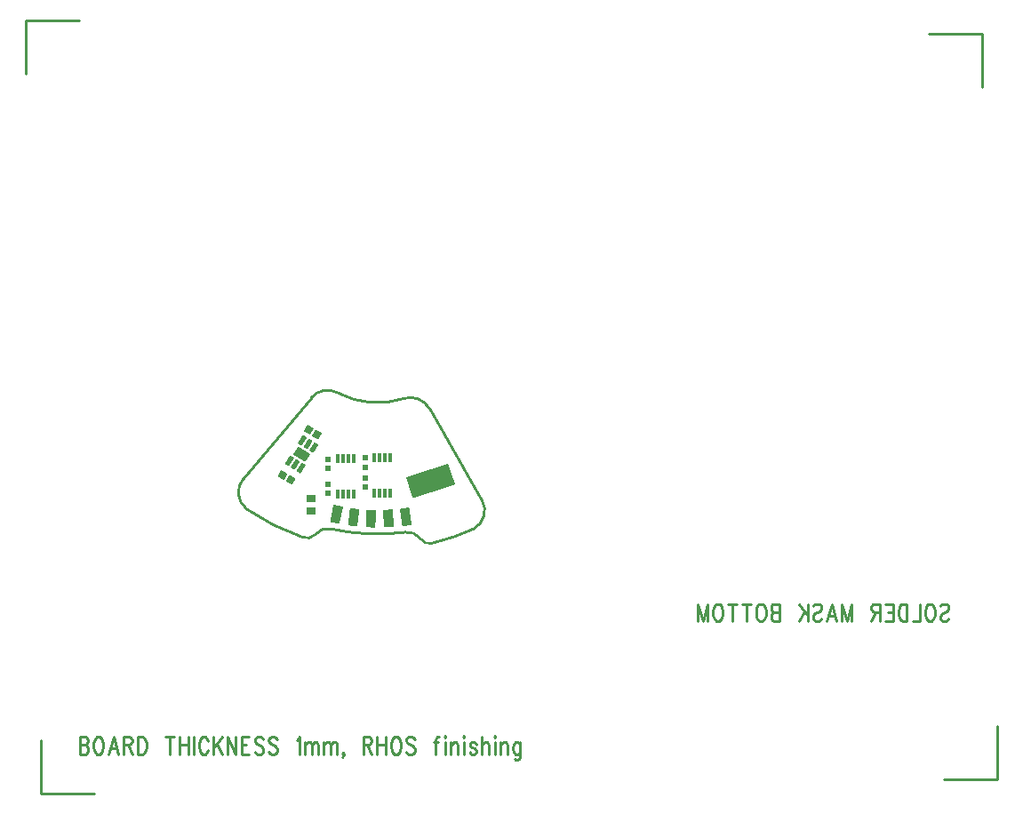
<source format=gbr>
*
*
G04 PADS9.1 Build Number: 392894 generated Gerber (RS-274-X) file*
G04 PC Version=2.1*
*
%IN "4SGI.pcb"*%
*
%MOIN*%
*
%FSLAX35Y35*%
*
*
*
*
G04 PC Standard Apertures*
*
*
G04 Thermal Relief Aperture macro.*
%AMTER*
1,1,$1,0,0*
1,0,$1-$2,0,0*
21,0,$3,$4,0,0,45*
21,0,$3,$4,0,0,135*
%
*
*
G04 Annular Aperture macro.*
%AMANN*
1,1,$1,0,0*
1,0,$2,0,0*
%
*
*
G04 Odd Aperture macro.*
%AMODD*
1,1,$1,0,0*
1,0,$1-0.005,0,0*
%
*
*
G04 PC Custom Aperture Macros*
*
*
*
*
*
*
G04 PC Aperture Table*
*
%ADD010C,0.001*%
%ADD012C,0.01*%
%ADD027C,0.00039*%
%ADD028R,0.02365X0.02365*%
%ADD029R,0.037X0.026*%
%ADD030R,0.01381X0.0335*%
*
*
*
*
G04 PC Circuitry*
G04 Layer Name 4SGI.pcb - circuitry*
%LPD*%
*
*
G04 PC Custom Flashes*
G04 Layer Name 4SGI.pcb - flashes*
%LPD*%
*
*
G04 PC Circuitry*
G04 Layer Name 4SGI.pcb - circuitry*
%LPD*%
*
G54D10*
G54D12*
G01X2160790Y1525175D02*
X2161245Y1525800D01*
X2161926Y1526112*
X2162835*
X2163517Y1525800*
X2163972Y1525175*
Y1524550*
X2163745Y1523925*
X2163517Y1523612*
X2163063Y1523300*
X2161699Y1522675*
X2161245Y1522362*
X2161017Y1522050*
X2160790Y1521425*
Y1520487*
X2161245Y1519862*
X2161926Y1519550*
X2162835*
X2163517Y1519862*
X2163972Y1520487*
X2157381Y1526112D02*
X2157835Y1525800D01*
X2158290Y1525175*
X2158517Y1524550*
X2158745Y1523612*
Y1522050*
X2158517Y1521112*
X2158290Y1520487*
X2157835Y1519862*
X2157381Y1519550*
X2156472*
X2156017Y1519862*
X2155563Y1520487*
X2155335Y1521112*
X2155108Y1522050*
Y1523612*
X2155335Y1524550*
X2155563Y1525175*
X2156017Y1525800*
X2156472Y1526112*
X2157381*
X2153063D02*
Y1519550D01*
X2150335*
X2148290Y1526112D02*
Y1519550D01*
Y1526112D02*
X2146699D01*
X2146017Y1525800*
X2145563Y1525175*
X2145335Y1524550*
X2145108Y1523612*
Y1522050*
X2145335Y1521112*
X2145563Y1520487*
X2146017Y1519862*
X2146699Y1519550*
X2148290*
X2143063Y1526112D02*
Y1519550D01*
Y1526112D02*
X2140108D01*
X2143063Y1522987D02*
X2141245D01*
X2143063Y1519550D02*
X2140108D01*
X2138063Y1526112D02*
Y1519550D01*
Y1526112D02*
X2136017D01*
X2135335Y1525800*
X2135108Y1525487*
X2134881Y1524862*
Y1524237*
X2135108Y1523612*
X2135335Y1523300*
X2136017Y1522987*
X2138063*
X2136472D02*
X2134881Y1519550D01*
X2127608Y1526112D02*
Y1519550D01*
Y1526112D02*
X2125790Y1519550D01*
X2123972Y1526112D02*
X2125790Y1519550D01*
X2123972Y1526112D02*
Y1519550D01*
X2120108Y1526112D02*
X2121926Y1519550D01*
X2120108Y1526112D02*
X2118290Y1519550D01*
X2121245Y1521737D02*
X2118972D01*
X2113063Y1525175D02*
X2113517Y1525800D01*
X2114199Y1526112*
X2115108*
X2115790Y1525800*
X2116245Y1525175*
Y1524550*
X2116017Y1523925*
X2115790Y1523612*
X2115335Y1523300*
X2113972Y1522675*
X2113517Y1522362*
X2113290Y1522050*
X2113063Y1521425*
Y1520487*
X2113517Y1519862*
X2114199Y1519550*
X2115108*
X2115790Y1519862*
X2116245Y1520487*
X2111017Y1526112D02*
Y1519550D01*
X2107835Y1526112D02*
X2111017Y1521737D01*
X2109881Y1523300D02*
X2107835Y1519550D01*
X2100563Y1526112D02*
Y1519550D01*
Y1526112D02*
X2098517D01*
X2097835Y1525800*
X2097608Y1525487*
X2097381Y1524862*
Y1524237*
X2097608Y1523612*
X2097835Y1523300*
X2098517Y1522987*
X2100563D02*
X2098517D01*
X2097835Y1522675*
X2097608Y1522362*
X2097381Y1521737*
Y1520800*
X2097608Y1520175*
X2097835Y1519862*
X2098517Y1519550*
X2100563*
X2093972Y1526112D02*
X2094426Y1525800D01*
X2094881Y1525175*
X2095108Y1524550*
X2095335Y1523612*
Y1522050*
X2095108Y1521112*
X2094881Y1520487*
X2094426Y1519862*
X2093972Y1519550*
X2093063*
X2092608Y1519862*
X2092154Y1520487*
X2091926Y1521112*
X2091699Y1522050*
Y1523612*
X2091926Y1524550*
X2092154Y1525175*
X2092608Y1525800*
X2093063Y1526112*
X2093972*
X2088063D02*
Y1519550D01*
X2089654Y1526112D02*
X2086472D01*
X2082835D02*
Y1519550D01*
X2084426Y1526112D02*
X2081245D01*
X2077835D02*
X2078290Y1525800D01*
X2078745Y1525175*
X2078972Y1524550*
X2079199Y1523612*
Y1522050*
X2078972Y1521112*
X2078745Y1520487*
X2078290Y1519862*
X2077835Y1519550*
X2076926*
X2076472Y1519862*
X2076017Y1520487*
X2075790Y1521112*
X2075563Y1522050*
Y1523612*
X2075790Y1524550*
X2076017Y1525175*
X2076472Y1525800*
X2076926Y1526112*
X2077835*
X2073517D02*
Y1519550D01*
Y1526112D02*
X2071699Y1519550D01*
X2069881Y1526112D02*
X2071699Y1519550D01*
X2069881Y1526112D02*
Y1519550D01*
X1837997Y1476324D02*
Y1469761D01*
Y1476324D02*
X1840042D01*
X1840724Y1476011*
X1840951Y1475699*
X1841179Y1475074*
Y1474449*
X1840951Y1473824*
X1840724Y1473511*
X1840042Y1473199*
X1837997D02*
X1840042D01*
X1840724Y1472886*
X1840951Y1472574*
X1841179Y1471949*
Y1471011*
X1840951Y1470386*
X1840724Y1470074*
X1840042Y1469761*
X1837997*
X1844588Y1476324D02*
X1844133Y1476011D01*
X1843679Y1475386*
X1843451Y1474761*
X1843224Y1473824*
Y1472261*
X1843451Y1471324*
X1843679Y1470699*
X1844133Y1470074*
X1844588Y1469761*
X1845497*
X1845951Y1470074*
X1846406Y1470699*
X1846633Y1471324*
X1846860Y1472261*
Y1473824*
X1846633Y1474761*
X1846406Y1475386*
X1845951Y1476011*
X1845497Y1476324*
X1844588*
X1850724D02*
X1848906Y1469761D01*
X1850724Y1476324D02*
X1852542Y1469761D01*
X1849588Y1471949D02*
X1851860D01*
X1854588Y1476324D02*
Y1469761D01*
Y1476324D02*
X1856633D01*
X1857315Y1476011*
X1857542Y1475699*
X1857769Y1475074*
Y1474449*
X1857542Y1473824*
X1857315Y1473511*
X1856633Y1473199*
X1854588*
X1856179D02*
X1857769Y1469761D01*
X1859815Y1476324D02*
Y1469761D01*
Y1476324D02*
X1861406D01*
X1862088Y1476011*
X1862542Y1475386*
X1862769Y1474761*
X1862997Y1473824*
Y1472261*
X1862769Y1471324*
X1862542Y1470699*
X1862088Y1470074*
X1861406Y1469761*
X1859815*
X1871860Y1476324D02*
Y1469761D01*
X1870269Y1476324D02*
X1873451D01*
X1875497D02*
Y1469761D01*
X1878679Y1476324D02*
Y1469761D01*
X1875497Y1473199D02*
X1878679D01*
X1880724Y1476324D02*
Y1469761D01*
X1886179Y1474761D02*
X1885951Y1475386D01*
X1885497Y1476011*
X1885042Y1476324*
X1884133*
X1883679Y1476011*
X1883224Y1475386*
X1882997Y1474761*
X1882769Y1473824*
Y1472261*
X1882997Y1471324*
X1883224Y1470699*
X1883679Y1470074*
X1884133Y1469761*
X1885042*
X1885497Y1470074*
X1885951Y1470699*
X1886179Y1471324*
X1888224Y1476324D02*
Y1469761D01*
X1891406Y1476324D02*
X1888224Y1471949D01*
X1889360Y1473511D02*
X1891406Y1469761D01*
X1893451Y1476324D02*
Y1469761D01*
Y1476324D02*
X1896633Y1469761D01*
Y1476324D02*
Y1469761D01*
X1898679Y1476324D02*
Y1469761D01*
Y1476324D02*
X1901633D01*
X1898679Y1473199D02*
X1900497D01*
X1898679Y1469761D02*
X1901633D01*
X1906860Y1475386D02*
X1906406Y1476011D01*
X1905724Y1476324*
X1904815*
X1904133Y1476011*
X1903679Y1475386*
Y1474761*
X1903906Y1474136*
X1904133Y1473824*
X1904588Y1473511*
X1905951Y1472886*
X1906406Y1472574*
X1906633Y1472261*
X1906860Y1471636*
Y1470699*
X1906406Y1470074*
X1905724Y1469761*
X1904815*
X1904133Y1470074*
X1903679Y1470699*
X1912088Y1475386D02*
X1911633Y1476011D01*
X1910951Y1476324*
X1910042*
X1909360Y1476011*
X1908906Y1475386*
Y1474761*
X1909133Y1474136*
X1909360Y1473824*
X1909815Y1473511*
X1911179Y1472886*
X1911633Y1472574*
X1911860Y1472261*
X1912088Y1471636*
Y1470699*
X1911633Y1470074*
X1910951Y1469761*
X1910042*
X1909360Y1470074*
X1908906Y1470699*
X1919360Y1475074D02*
X1919815Y1475386D01*
X1920497Y1476324*
Y1469761*
X1922542Y1474136D02*
Y1469761D01*
Y1472886D02*
X1923224Y1473824D01*
X1923679Y1474136*
X1924360*
X1924815Y1473824*
X1925042Y1472886*
Y1469761*
Y1472886D02*
X1925724Y1473824D01*
X1926179Y1474136*
X1926860*
X1927315Y1473824*
X1927542Y1472886*
Y1469761*
X1929588Y1474136D02*
Y1469761D01*
Y1472886D02*
X1930269Y1473824D01*
X1930724Y1474136*
X1931406*
X1931860Y1473824*
X1932088Y1472886*
Y1469761*
Y1472886D02*
X1932769Y1473824D01*
X1933224Y1474136*
X1933906*
X1934360Y1473824*
X1934588Y1472886*
Y1469761*
X1937088Y1470074D02*
X1936860Y1469761D01*
X1936633Y1470074*
X1936860Y1470386*
X1937088Y1470074*
Y1469449*
X1936860Y1468824*
X1936633Y1468511*
X1944360Y1476324D02*
Y1469761D01*
Y1476324D02*
X1946406D01*
X1947088Y1476011*
X1947315Y1475699*
X1947542Y1475074*
Y1474449*
X1947315Y1473824*
X1947088Y1473511*
X1946406Y1473199*
X1944360*
X1945951D02*
X1947542Y1469761D01*
X1949588Y1476324D02*
Y1469761D01*
X1952769Y1476324D02*
Y1469761D01*
X1949588Y1473199D02*
X1952769D01*
X1956179Y1476324D02*
X1955724Y1476011D01*
X1955269Y1475386*
X1955042Y1474761*
X1954815Y1473824*
Y1472261*
X1955042Y1471324*
X1955269Y1470699*
X1955724Y1470074*
X1956179Y1469761*
X1957088*
X1957542Y1470074*
X1957997Y1470699*
X1958224Y1471324*
X1958451Y1472261*
Y1473824*
X1958224Y1474761*
X1957997Y1475386*
X1957542Y1476011*
X1957088Y1476324*
X1956179*
X1963679Y1475386D02*
X1963224Y1476011D01*
X1962542Y1476324*
X1961633*
X1960951Y1476011*
X1960497Y1475386*
Y1474761*
X1960724Y1474136*
X1960951Y1473824*
X1961406Y1473511*
X1962769Y1472886*
X1963224Y1472574*
X1963451Y1472261*
X1963679Y1471636*
Y1470699*
X1963224Y1470074*
X1962542Y1469761*
X1961633*
X1960951Y1470074*
X1960497Y1470699*
X1972769Y1476324D02*
X1972315D01*
X1971860Y1476011*
X1971633Y1475074*
Y1469761*
X1970951Y1474136D02*
X1972542D01*
X1974815Y1476324D02*
X1975042Y1476011D01*
X1975269Y1476324*
X1975042Y1476636*
X1974815Y1476324*
X1975042Y1474136D02*
Y1469761D01*
X1977315Y1474136D02*
Y1469761D01*
Y1472886D02*
X1977997Y1473824D01*
X1978451Y1474136*
X1979133*
X1979588Y1473824*
X1979815Y1472886*
Y1469761*
X1981860Y1476324D02*
X1982088Y1476011D01*
X1982315Y1476324*
X1982088Y1476636*
X1981860Y1476324*
X1982088Y1474136D02*
Y1469761D01*
X1986860Y1473199D02*
X1986633Y1473824D01*
X1985951Y1474136*
X1985269*
X1984588Y1473824*
X1984360Y1473199*
X1984588Y1472574*
X1985042Y1472261*
X1986179Y1471949*
X1986633Y1471636*
X1986860Y1471011*
Y1470699*
X1986633Y1470074*
X1985951Y1469761*
X1985269*
X1984588Y1470074*
X1984360Y1470699*
X1988906Y1476324D02*
Y1469761D01*
Y1472886D02*
X1989588Y1473824D01*
X1990042Y1474136*
X1990724*
X1991179Y1473824*
X1991406Y1472886*
Y1469761*
X1993451Y1476324D02*
X1993679Y1476011D01*
X1993906Y1476324*
X1993679Y1476636*
X1993451Y1476324*
X1993679Y1474136D02*
Y1469761D01*
X1995951Y1474136D02*
Y1469761D01*
Y1472886D02*
X1996633Y1473824D01*
X1997088Y1474136*
X1997769*
X1998224Y1473824*
X1998451Y1472886*
Y1469761*
X2003224Y1474136D02*
Y1469136D01*
X2002997Y1468199*
X2002769Y1467886*
X2002315Y1467574*
X2001633*
X2001179Y1467886*
X2003224Y1473199D02*
X2002769Y1473824D01*
X2002315Y1474136*
X2001633*
X2001179Y1473824*
X2000724Y1473199*
X2000497Y1472261*
Y1471636*
X2000724Y1470699*
X2001179Y1470074*
X2001633Y1469761*
X2002315*
X2002769Y1470074*
X2003224Y1470699*
X1900788Y1561558D02*
G75*
G03X1921809Y1551031I48934J71466D01*
G01X1921827Y1551025D02*
G03X1926389Y1552091I1471J3999D01*
G01X1932249Y1554225D02*
G03X1926391Y1552092I-1336J-5442D01*
G01X1932289Y1554216D02*
G03X1960292Y1552993I17468J78795D01*
G01X1965815Y1550567D02*
G03X1960269Y1552990I-4781J-3386D01*
G01X1965819Y1550561D02*
G03X1970341Y1548880I3345J2074D01*
G01X1970380Y1548889D02*
G03X1985922Y1554286I-20514J84150D01*
G01X1985913Y1554281D02*
G03X1988944Y1564993I-3840J6872D01*
G01X1988940Y1564999D02*
X1969016Y1599606D01*
X1969018Y1599603D02*
G03X1959686Y1603148I-6910J-4135D01*
G01X1934880Y1605240D02*
G03X1959709Y1603156I14835J27784D01*
G01X1934845Y1605259D02*
G03X1924876Y1603376I-3866J-6861D01*
G01X1924879Y1603379D02*
X1899587Y1573281D01*
X1899585Y1573278D02*
G03X1900763Y1561574I5923J-5315D01*
G01X1837791Y1744944D02*
X1817791D01*
Y1724944*
X1823603Y1475056D02*
Y1455056D01*
X1843603*
X2162209Y1460312D02*
X2182209D01*
Y1480312*
X2176373Y1719944D02*
Y1739944D01*
X2156373*
G54D27*
X1915427Y1572362D02*
X1917441Y1571199D01*
X1918604Y1573214*
X1916590Y1574377*
X1915427Y1572362*
X1917441Y1571199D02*
X1917441D01*
X1917373Y1571239D02*
X1917464D01*
X1917305Y1571278D02*
X1917486D01*
X1917236Y1571317D02*
X1917509D01*
X1917168Y1571357D02*
X1917532D01*
X1917100Y1571396D02*
X1917555D01*
X1917032Y1571436D02*
X1917577D01*
X1916964Y1571475D02*
X1917600D01*
X1916895Y1571514D02*
X1917623D01*
X1916827Y1571554D02*
X1917646D01*
X1916759Y1571593D02*
X1917668D01*
X1916691Y1571632D02*
X1917691D01*
X1916623Y1571672D02*
X1917714D01*
X1916554Y1571711D02*
X1917736D01*
X1916486Y1571751D02*
X1917759D01*
X1916418Y1571790D02*
X1917782D01*
X1916350Y1571829D02*
X1917805D01*
X1916282Y1571869D02*
X1917827D01*
X1916214Y1571908D02*
X1917850D01*
X1916145Y1571947D02*
X1917873D01*
X1916077Y1571987D02*
X1917896D01*
X1916009Y1572026D02*
X1917918D01*
X1915941Y1572065D02*
X1917941D01*
X1915873Y1572105D02*
X1917964D01*
X1915804Y1572144D02*
X1917986D01*
X1915736Y1572184D02*
X1918009D01*
X1915668Y1572223D02*
X1918032D01*
X1915600Y1572262D02*
X1918055D01*
X1915532Y1572302D02*
X1918077D01*
X1915463Y1572341D02*
X1918100D01*
X1915437Y1572380D02*
X1918123D01*
X1915460Y1572420D02*
X1918146D01*
X1915483Y1572459D02*
X1918168D01*
X1915505Y1572499D02*
X1918191D01*
X1915528Y1572538D02*
X1918214D01*
X1915551Y1572577D02*
X1918237D01*
X1915573Y1572617D02*
X1918259D01*
X1915596Y1572656D02*
X1918282D01*
X1915619Y1572695D02*
X1918305D01*
X1915642Y1572735D02*
X1918327D01*
X1915664Y1572774D02*
X1918350D01*
X1915687Y1572814D02*
X1918373D01*
X1915710Y1572853D02*
X1918396D01*
X1915733Y1572892D02*
X1918418D01*
X1915755Y1572932D02*
X1918441D01*
X1915778Y1572971D02*
X1918464D01*
X1915801Y1573010D02*
X1918487D01*
X1915823Y1573050D02*
X1918509D01*
X1915846Y1573089D02*
X1918532D01*
X1915869Y1573128D02*
X1918555D01*
X1915892Y1573168D02*
X1918577D01*
X1915914Y1573207D02*
X1918600D01*
X1915937Y1573247D02*
X1918547D01*
X1915960Y1573286D02*
X1918479D01*
X1915983Y1573325D02*
X1918411D01*
X1916005Y1573365D02*
X1918342D01*
X1916028Y1573404D02*
X1918274D01*
X1916051Y1573443D02*
X1918206D01*
X1916074Y1573483D02*
X1918138D01*
X1916096Y1573522D02*
X1918070D01*
X1916119Y1573562D02*
X1918001D01*
X1916142Y1573601D02*
X1917933D01*
X1916164Y1573640D02*
X1917865D01*
X1916187Y1573680D02*
X1917797D01*
X1916210Y1573719D02*
X1917729D01*
X1916233Y1573758D02*
X1917661D01*
X1916255Y1573798D02*
X1917592D01*
X1916278Y1573837D02*
X1917524D01*
X1916301Y1573877D02*
X1917456D01*
X1916324Y1573916D02*
X1917388D01*
X1916346Y1573955D02*
X1917320D01*
X1916369Y1573995D02*
X1917251D01*
X1916392Y1574034D02*
X1917183D01*
X1916414Y1574073D02*
X1917115D01*
X1916437Y1574113D02*
X1917047D01*
X1916460Y1574152D02*
X1916979D01*
X1916483Y1574191D02*
X1916910D01*
X1916505Y1574231D02*
X1916842D01*
X1916528Y1574270D02*
X1916774D01*
X1916551Y1574310D02*
X1916706D01*
X1916574Y1574349D02*
X1916638D01*
X1915427Y1572362D02*
X1915427D01*
X1915466Y1572340D02*
Y1572431D01*
X1915505Y1572317D02*
Y1572499D01*
X1915545Y1572294D02*
Y1572567D01*
X1915584Y1572271D02*
Y1572635D01*
X1915623Y1572249D02*
Y1572703D01*
X1915663Y1572226D02*
Y1572771D01*
X1915702Y1572203D02*
Y1572840D01*
X1915742Y1572180D02*
Y1572908D01*
X1915781Y1572158D02*
Y1572976D01*
X1915820Y1572135D02*
Y1573044D01*
X1915860Y1572112D02*
Y1573112D01*
X1915899Y1572090D02*
Y1573181D01*
X1915938Y1572067D02*
Y1573249D01*
X1915978Y1572044D02*
Y1573317D01*
X1916017Y1572021D02*
Y1573385D01*
X1916057Y1571999D02*
Y1573453D01*
X1916096Y1571976D02*
Y1573522D01*
X1916135Y1571953D02*
Y1573590D01*
X1916175Y1571930D02*
Y1573658D01*
X1916214Y1571908D02*
Y1573726D01*
X1916253Y1571885D02*
Y1573794D01*
X1916293Y1571862D02*
Y1573863D01*
X1916332Y1571840D02*
Y1573931D01*
X1916371Y1571817D02*
Y1573999D01*
X1916411Y1571794D02*
Y1574067D01*
X1916450Y1571771D02*
Y1574135D01*
X1916490Y1571749D02*
Y1574203D01*
X1916529Y1571726D02*
Y1574272D01*
X1916568Y1571703D02*
Y1574340D01*
X1916608Y1571680D02*
Y1574366D01*
X1916647Y1571658D02*
Y1574344D01*
X1916686Y1571635D02*
Y1574321D01*
X1916726Y1571612D02*
Y1574298D01*
X1916765Y1571590D02*
Y1574275D01*
X1916805Y1571567D02*
Y1574253D01*
X1916844Y1571544D02*
Y1574230D01*
X1916883Y1571521D02*
Y1574207D01*
X1916923Y1571499D02*
Y1574184D01*
X1916962Y1571476D02*
Y1574162D01*
X1917001Y1571453D02*
Y1574139D01*
X1917041Y1571430D02*
Y1574116D01*
X1917080Y1571408D02*
Y1574093D01*
X1917120Y1571385D02*
Y1574071D01*
X1917159Y1571362D02*
Y1574048D01*
X1917198Y1571339D02*
Y1574025D01*
X1917238Y1571317D02*
Y1574003D01*
X1917277Y1571294D02*
Y1573980D01*
X1917316Y1571271D02*
Y1573957D01*
X1917356Y1571249D02*
Y1573934D01*
X1917395Y1571226D02*
Y1573912D01*
X1917434Y1571203D02*
Y1573889D01*
X1917474Y1571256D02*
Y1573866D01*
X1917513Y1571324D02*
Y1573843D01*
X1917553Y1571393D02*
Y1573821D01*
X1917592Y1571461D02*
Y1573798D01*
X1917631Y1571529D02*
Y1573775D01*
X1917671Y1571597D02*
Y1573753D01*
X1917710Y1571665D02*
Y1573730D01*
X1917749Y1571734D02*
Y1573707D01*
X1917789Y1571802D02*
Y1573684D01*
X1917828Y1571870D02*
Y1573662D01*
X1917868Y1571938D02*
Y1573639D01*
X1917907Y1572006D02*
Y1573616D01*
X1917946Y1572075D02*
Y1573593D01*
X1917986Y1572143D02*
Y1573571D01*
X1918025Y1572211D02*
Y1573548D01*
X1918064Y1572279D02*
Y1573525D01*
X1918104Y1572347D02*
Y1573502D01*
X1918143Y1572416D02*
Y1573480D01*
X1918182Y1572484D02*
Y1573457D01*
X1918222Y1572552D02*
Y1573434D01*
X1918261Y1572620D02*
Y1573412D01*
X1918301Y1572688D02*
Y1573389D01*
X1918340Y1572757D02*
Y1573366D01*
X1918379Y1572825D02*
Y1573343D01*
X1918419Y1572893D02*
Y1573321D01*
X1918458Y1572961D02*
Y1573298D01*
X1918497Y1573029D02*
Y1573275D01*
X1918537Y1573097D02*
Y1573252D01*
X1918576Y1573166D02*
Y1573230D01*
X1912358Y1574134D02*
X1914372Y1572971D01*
X1915535Y1574985*
X1913521Y1576148*
X1912358Y1574134*
X1914372Y1572971D02*
X1914372D01*
X1914304Y1573010D02*
X1914395D01*
X1914236Y1573050D02*
X1914418D01*
X1914168Y1573089D02*
X1914441D01*
X1914100Y1573128D02*
X1914463D01*
X1914031Y1573168D02*
X1914486D01*
X1913963Y1573207D02*
X1914509D01*
X1913895Y1573247D02*
X1914531D01*
X1913827Y1573286D02*
X1914554D01*
X1913759Y1573325D02*
X1914577D01*
X1913690Y1573365D02*
X1914600D01*
X1913622Y1573404D02*
X1914622D01*
X1913554Y1573443D02*
X1914645D01*
X1913486Y1573483D02*
X1914668D01*
X1913418Y1573522D02*
X1914691D01*
X1913349Y1573562D02*
X1914713D01*
X1913281Y1573601D02*
X1914736D01*
X1913213Y1573640D02*
X1914759D01*
X1913145Y1573680D02*
X1914782D01*
X1913077Y1573719D02*
X1914804D01*
X1913009Y1573758D02*
X1914827D01*
X1912940Y1573798D02*
X1914850D01*
X1912872Y1573837D02*
X1914872D01*
X1912804Y1573877D02*
X1914895D01*
X1912736Y1573916D02*
X1914918D01*
X1912668Y1573955D02*
X1914941D01*
X1912599Y1573995D02*
X1914963D01*
X1912531Y1574034D02*
X1914986D01*
X1912463Y1574073D02*
X1915009D01*
X1912395Y1574113D02*
X1915032D01*
X1912368Y1574152D02*
X1915054D01*
X1912391Y1574191D02*
X1915077D01*
X1912414Y1574231D02*
X1915100D01*
X1912437Y1574270D02*
X1915122D01*
X1912459Y1574310D02*
X1915145D01*
X1912482Y1574349D02*
X1915168D01*
X1912505Y1574388D02*
X1915191D01*
X1912528Y1574428D02*
X1915213D01*
X1912550Y1574467D02*
X1915236D01*
X1912573Y1574506D02*
X1915259D01*
X1912596Y1574546D02*
X1915282D01*
X1912618Y1574585D02*
X1915304D01*
X1912641Y1574625D02*
X1915327D01*
X1912664Y1574664D02*
X1915350D01*
X1912687Y1574703D02*
X1915372D01*
X1912709Y1574743D02*
X1915395D01*
X1912732Y1574782D02*
X1915418D01*
X1912755Y1574821D02*
X1915441D01*
X1912778Y1574861D02*
X1915463D01*
X1912800Y1574900D02*
X1915486D01*
X1912823Y1574940D02*
X1915509D01*
X1912846Y1574979D02*
X1915532D01*
X1912869Y1575018D02*
X1915478D01*
X1912891Y1575058D02*
X1915410D01*
X1912914Y1575097D02*
X1915342D01*
X1912937Y1575136D02*
X1915274D01*
X1912959Y1575176D02*
X1915206D01*
X1912982Y1575215D02*
X1915137D01*
X1913005Y1575254D02*
X1915069D01*
X1913028Y1575294D02*
X1915001D01*
X1913050Y1575333D02*
X1914933D01*
X1913073Y1575373D02*
X1914865D01*
X1913096Y1575412D02*
X1914796D01*
X1913119Y1575451D02*
X1914728D01*
X1913141Y1575491D02*
X1914660D01*
X1913164Y1575530D02*
X1914592D01*
X1913187Y1575569D02*
X1914524D01*
X1913209Y1575609D02*
X1914456D01*
X1913232Y1575648D02*
X1914387D01*
X1913255Y1575688D02*
X1914319D01*
X1913278Y1575727D02*
X1914251D01*
X1913300Y1575766D02*
X1914183D01*
X1913323Y1575806D02*
X1914115D01*
X1913346Y1575845D02*
X1914046D01*
X1913369Y1575884D02*
X1913978D01*
X1913391Y1575924D02*
X1913910D01*
X1913414Y1575963D02*
X1913842D01*
X1913437Y1576002D02*
X1913774D01*
X1913460Y1576042D02*
X1913705D01*
X1913482Y1576081D02*
X1913637D01*
X1913505Y1576121D02*
X1913569D01*
X1912358Y1574134D02*
X1912358D01*
X1912397Y1574111D02*
Y1574202D01*
X1912437Y1574089D02*
Y1574270D01*
X1912476Y1574066D02*
Y1574339D01*
X1912515Y1574043D02*
Y1574407D01*
X1912555Y1574020D02*
Y1574475D01*
X1912594Y1573998D02*
Y1574543D01*
X1912634Y1573975D02*
Y1574611D01*
X1912673Y1573952D02*
Y1574680D01*
X1912712Y1573929D02*
Y1574748D01*
X1912752Y1573907D02*
Y1574816D01*
X1912791Y1573884D02*
Y1574884D01*
X1912830Y1573861D02*
Y1574952D01*
X1912870Y1573838D02*
Y1575020D01*
X1912909Y1573816D02*
Y1575089D01*
X1912949Y1573793D02*
Y1575157D01*
X1912988Y1573770D02*
Y1575225D01*
X1913027Y1573748D02*
Y1575293D01*
X1913067Y1573725D02*
Y1575361D01*
X1913106Y1573702D02*
Y1575430D01*
X1913145Y1573679D02*
Y1575498D01*
X1913185Y1573657D02*
Y1575566D01*
X1913224Y1573634D02*
Y1575634D01*
X1913264Y1573611D02*
Y1575702D01*
X1913303Y1573588D02*
Y1575771D01*
X1913342Y1573566D02*
Y1575839D01*
X1913382Y1573543D02*
Y1575907D01*
X1913421Y1573520D02*
Y1575975D01*
X1913460Y1573498D02*
Y1576043D01*
X1913500Y1573475D02*
Y1576112D01*
X1913539Y1573452D02*
Y1576138D01*
X1913578Y1573429D02*
Y1576115D01*
X1913618Y1573407D02*
Y1576092D01*
X1913657Y1573384D02*
Y1576070D01*
X1913697Y1573361D02*
Y1576047D01*
X1913736Y1573338D02*
Y1576024D01*
X1913775Y1573316D02*
Y1576002D01*
X1913815Y1573293D02*
Y1575979D01*
X1913854Y1573270D02*
Y1575956D01*
X1913893Y1573248D02*
Y1575933D01*
X1913933Y1573225D02*
Y1575911D01*
X1913972Y1573202D02*
Y1575888D01*
X1914012Y1573179D02*
Y1575865D01*
X1914051Y1573157D02*
Y1575842D01*
X1914090Y1573134D02*
Y1575820D01*
X1914130Y1573111D02*
Y1575797D01*
X1914169Y1573088D02*
Y1575774D01*
X1914208Y1573066D02*
Y1575751D01*
X1914248Y1573043D02*
Y1575729D01*
X1914287Y1573020D02*
Y1575706D01*
X1914327Y1572997D02*
Y1575683D01*
X1914366Y1572975D02*
Y1575661D01*
X1914405Y1573028D02*
Y1575638D01*
X1914445Y1573096D02*
Y1575615D01*
X1914484Y1573164D02*
Y1575592D01*
X1914523Y1573233D02*
Y1575570D01*
X1914563Y1573301D02*
Y1575547D01*
X1914602Y1573369D02*
Y1575524D01*
X1914641Y1573437D02*
Y1575501D01*
X1914681Y1573505D02*
Y1575479D01*
X1914720Y1573573D02*
Y1575456D01*
X1914760Y1573642D02*
Y1575433D01*
X1914799Y1573710D02*
Y1575411D01*
X1914838Y1573778D02*
Y1575388D01*
X1914878Y1573846D02*
Y1575365D01*
X1914917Y1573914D02*
Y1575342D01*
X1914956Y1573983D02*
Y1575320D01*
X1914996Y1574051D02*
Y1575297D01*
X1915035Y1574119D02*
Y1575274D01*
X1915075Y1574187D02*
Y1575251D01*
X1915114Y1574255D02*
Y1575229D01*
X1915153Y1574324D02*
Y1575206D01*
X1915193Y1574392D02*
Y1575183D01*
X1915232Y1574460D02*
Y1575160D01*
X1915271Y1574528D02*
Y1575138D01*
X1915311Y1574596D02*
Y1575115D01*
X1915350Y1574665D02*
Y1575092D01*
X1915389Y1574733D02*
Y1575070D01*
X1915429Y1574801D02*
Y1575047D01*
X1915468Y1574869D02*
Y1575024D01*
X1915508Y1574937D02*
Y1575001D01*
X1925378Y1592033D02*
X1923364Y1593196D01*
X1922201Y1591182*
X1924215Y1590019*
X1925378Y1592033*
X1924215Y1590019D02*
X1924215D01*
X1924147Y1590058D02*
X1924238D01*
X1924078Y1590097D02*
X1924260D01*
X1924010Y1590137D02*
X1924283D01*
X1923942Y1590176D02*
X1924306D01*
X1923874Y1590216D02*
X1924329D01*
X1923806Y1590255D02*
X1924351D01*
X1923738Y1590294D02*
X1924374D01*
X1923669Y1590334D02*
X1924397D01*
X1923601Y1590373D02*
X1924419D01*
X1923533Y1590412D02*
X1924442D01*
X1923465Y1590452D02*
X1924465D01*
X1923397Y1590491D02*
X1924488D01*
X1923328Y1590531D02*
X1924510D01*
X1923260Y1590570D02*
X1924533D01*
X1923192Y1590609D02*
X1924556D01*
X1923124Y1590649D02*
X1924579D01*
X1923056Y1590688D02*
X1924601D01*
X1922987Y1590727D02*
X1924624D01*
X1922919Y1590767D02*
X1924647D01*
X1922851Y1590806D02*
X1924669D01*
X1922783Y1590846D02*
X1924692D01*
X1922715Y1590885D02*
X1924715D01*
X1922646Y1590924D02*
X1924738D01*
X1922578Y1590964D02*
X1924760D01*
X1922510Y1591003D02*
X1924783D01*
X1922442Y1591042D02*
X1924806D01*
X1922374Y1591082D02*
X1924829D01*
X1922306Y1591121D02*
X1924851D01*
X1922237Y1591160D02*
X1924874D01*
X1922211Y1591200D02*
X1924897D01*
X1922234Y1591239D02*
X1924920D01*
X1922256Y1591279D02*
X1924942D01*
X1922279Y1591318D02*
X1924965D01*
X1922302Y1591357D02*
X1924988D01*
X1922325Y1591397D02*
X1925010D01*
X1922347Y1591436D02*
X1925033D01*
X1922370Y1591475D02*
X1925056D01*
X1922393Y1591515D02*
X1925079D01*
X1922416Y1591554D02*
X1925101D01*
X1922438Y1591594D02*
X1925124D01*
X1922461Y1591633D02*
X1925147D01*
X1922484Y1591672D02*
X1925170D01*
X1922506Y1591712D02*
X1925192D01*
X1922529Y1591751D02*
X1925215D01*
X1922552Y1591790D02*
X1925238D01*
X1922575Y1591830D02*
X1925260D01*
X1922597Y1591869D02*
X1925283D01*
X1922620Y1591909D02*
X1925306D01*
X1922643Y1591948D02*
X1925329D01*
X1922666Y1591987D02*
X1925351D01*
X1922688Y1592027D02*
X1925374D01*
X1922711Y1592066D02*
X1925321D01*
X1922734Y1592105D02*
X1925253D01*
X1922757Y1592145D02*
X1925185D01*
X1922779Y1592184D02*
X1925116D01*
X1922802Y1592223D02*
X1925048D01*
X1922825Y1592263D02*
X1924980D01*
X1922847Y1592302D02*
X1924912D01*
X1922870Y1592342D02*
X1924844D01*
X1922893Y1592381D02*
X1924775D01*
X1922916Y1592420D02*
X1924707D01*
X1922938Y1592460D02*
X1924639D01*
X1922961Y1592499D02*
X1924571D01*
X1922984Y1592538D02*
X1924503D01*
X1923007Y1592578D02*
X1924434D01*
X1923029Y1592617D02*
X1924366D01*
X1923052Y1592657D02*
X1924298D01*
X1923075Y1592696D02*
X1924230D01*
X1923097Y1592735D02*
X1924162D01*
X1923120Y1592775D02*
X1924093D01*
X1923143Y1592814D02*
X1924025D01*
X1923166Y1592853D02*
X1923957D01*
X1923188Y1592893D02*
X1923889D01*
X1923211Y1592932D02*
X1923821D01*
X1923234Y1592972D02*
X1923753D01*
X1923257Y1593011D02*
X1923684D01*
X1923279Y1593050D02*
X1923616D01*
X1923302Y1593090D02*
X1923548D01*
X1923325Y1593129D02*
X1923480D01*
X1923347Y1593168D02*
X1923412D01*
X1922201Y1591182D02*
X1922201D01*
X1922240Y1591159D02*
Y1591250D01*
X1922279Y1591136D02*
Y1591318D01*
X1922319Y1591114D02*
Y1591386D01*
X1922358Y1591091D02*
Y1591455D01*
X1922397Y1591068D02*
Y1591523D01*
X1922437Y1591045D02*
Y1591591D01*
X1922476Y1591023D02*
Y1591659D01*
X1922515Y1591000D02*
Y1591727D01*
X1922555Y1590977D02*
Y1591795D01*
X1922594Y1590954D02*
Y1591864D01*
X1922634Y1590932D02*
Y1591932D01*
X1922673Y1590909D02*
Y1592000D01*
X1922712Y1590886D02*
Y1592068D01*
X1922752Y1590864D02*
Y1592136D01*
X1922791Y1590841D02*
Y1592205D01*
X1922830Y1590818D02*
Y1592273D01*
X1922870Y1590795D02*
Y1592341D01*
X1922909Y1590773D02*
Y1592409D01*
X1922949Y1590750D02*
Y1592477D01*
X1922988Y1590727D02*
Y1592546D01*
X1923027Y1590704D02*
Y1592614D01*
X1923067Y1590682D02*
Y1592682D01*
X1923106Y1590659D02*
Y1592750D01*
X1923145Y1590636D02*
Y1592818D01*
X1923185Y1590613D02*
Y1592887D01*
X1923224Y1590591D02*
Y1592955D01*
X1923264Y1590568D02*
Y1593023D01*
X1923303Y1590545D02*
Y1593091D01*
X1923342Y1590523D02*
Y1593159D01*
X1923382Y1590500D02*
Y1593186D01*
X1923421Y1590477D02*
Y1593163D01*
X1923460Y1590454D02*
Y1593140D01*
X1923500Y1590432D02*
Y1593117D01*
X1923539Y1590409D02*
Y1593095D01*
X1923578Y1590386D02*
Y1593072D01*
X1923618Y1590363D02*
Y1593049D01*
X1923657Y1590341D02*
Y1593027D01*
X1923697Y1590318D02*
Y1593004D01*
X1923736Y1590295D02*
Y1592981D01*
X1923775Y1590273D02*
Y1592958D01*
X1923815Y1590250D02*
Y1592936D01*
X1923854Y1590227D02*
Y1592913D01*
X1923893Y1590204D02*
Y1592890D01*
X1923933Y1590182D02*
Y1592867D01*
X1923972Y1590159D02*
Y1592845D01*
X1924012Y1590136D02*
Y1592822D01*
X1924051Y1590113D02*
Y1592799D01*
X1924090Y1590091D02*
Y1592776D01*
X1924130Y1590068D02*
Y1592754D01*
X1924169Y1590045D02*
Y1592731D01*
X1924208Y1590022D02*
Y1592708D01*
X1924248Y1590076D02*
Y1592686D01*
X1924287Y1590144D02*
Y1592663D01*
X1924327Y1590212D02*
Y1592640D01*
X1924366Y1590280D02*
Y1592617D01*
X1924405Y1590348D02*
Y1592595D01*
X1924445Y1590417D02*
Y1592572D01*
X1924484Y1590485D02*
Y1592549D01*
X1924523Y1590553D02*
Y1592526D01*
X1924563Y1590621D02*
Y1592504D01*
X1924602Y1590689D02*
Y1592481D01*
X1924641Y1590758D02*
Y1592458D01*
X1924681Y1590826D02*
Y1592436D01*
X1924720Y1590894D02*
Y1592413D01*
X1924760Y1590962D02*
Y1592390D01*
X1924799Y1591030D02*
Y1592367D01*
X1924838Y1591099D02*
Y1592345D01*
X1924878Y1591167D02*
Y1592322D01*
X1924917Y1591235D02*
Y1592299D01*
X1924956Y1591303D02*
Y1592276D01*
X1924996Y1591371D02*
Y1592254D01*
X1925035Y1591440D02*
Y1592231D01*
X1925075Y1591508D02*
Y1592208D01*
X1925114Y1591576D02*
Y1592186D01*
X1925153Y1591644D02*
Y1592163D01*
X1925193Y1591712D02*
Y1592140D01*
X1925232Y1591780D02*
Y1592117D01*
X1925271Y1591849D02*
Y1592095D01*
X1925311Y1591917D02*
Y1592072D01*
X1925350Y1591985D02*
Y1592049D01*
X1928446Y1590261D02*
X1926432Y1591424D01*
X1925269Y1589410*
X1927283Y1588247*
X1928446Y1590261*
X1927283Y1588247D02*
X1927283D01*
X1927215Y1588286D02*
X1927306D01*
X1927147Y1588326D02*
X1927329D01*
X1927079Y1588365D02*
X1927352D01*
X1927011Y1588405D02*
X1927374D01*
X1926943Y1588444D02*
X1927397D01*
X1926874Y1588483D02*
X1927420D01*
X1926806Y1588523D02*
X1927443D01*
X1926738Y1588562D02*
X1927465D01*
X1926670Y1588601D02*
X1927488D01*
X1926602Y1588641D02*
X1927511D01*
X1926533Y1588680D02*
X1927534D01*
X1926465Y1588720D02*
X1927556D01*
X1926397Y1588759D02*
X1927579D01*
X1926329Y1588798D02*
X1927602D01*
X1926261Y1588838D02*
X1927624D01*
X1926192Y1588877D02*
X1927647D01*
X1926124Y1588916D02*
X1927670D01*
X1926056Y1588956D02*
X1927693D01*
X1925988Y1588995D02*
X1927715D01*
X1925920Y1589034D02*
X1927738D01*
X1925851Y1589074D02*
X1927761D01*
X1925783Y1589113D02*
X1927784D01*
X1925715Y1589153D02*
X1927806D01*
X1925647Y1589192D02*
X1927829D01*
X1925579Y1589231D02*
X1927852D01*
X1925511Y1589271D02*
X1927874D01*
X1925442Y1589310D02*
X1927897D01*
X1925374Y1589349D02*
X1927920D01*
X1925306Y1589389D02*
X1927943D01*
X1925280Y1589428D02*
X1927965D01*
X1925302Y1589468D02*
X1927988D01*
X1925325Y1589507D02*
X1928011D01*
X1925348Y1589546D02*
X1928034D01*
X1925370Y1589586D02*
X1928056D01*
X1925393Y1589625D02*
X1928079D01*
X1925416Y1589664D02*
X1928102D01*
X1925439Y1589704D02*
X1928124D01*
X1925461Y1589743D02*
X1928147D01*
X1925484Y1589783D02*
X1928170D01*
X1925507Y1589822D02*
X1928193D01*
X1925530Y1589861D02*
X1928215D01*
X1925552Y1589901D02*
X1928238D01*
X1925575Y1589940D02*
X1928261D01*
X1925598Y1589979D02*
X1928284D01*
X1925621Y1590019D02*
X1928306D01*
X1925643Y1590058D02*
X1928329D01*
X1925666Y1590097D02*
X1928352D01*
X1925689Y1590137D02*
X1928375D01*
X1925711Y1590176D02*
X1928397D01*
X1925734Y1590216D02*
X1928420D01*
X1925757Y1590255D02*
X1928443D01*
X1925780Y1590294D02*
X1928390D01*
X1925802Y1590334D02*
X1928321D01*
X1925825Y1590373D02*
X1928253D01*
X1925848Y1590412D02*
X1928185D01*
X1925871Y1590452D02*
X1928117D01*
X1925893Y1590491D02*
X1928049D01*
X1925916Y1590531D02*
X1927980D01*
X1925939Y1590570D02*
X1927912D01*
X1925961Y1590609D02*
X1927844D01*
X1925984Y1590649D02*
X1927776D01*
X1926007Y1590688D02*
X1927708D01*
X1926030Y1590727D02*
X1927639D01*
X1926052Y1590767D02*
X1927571D01*
X1926075Y1590806D02*
X1927503D01*
X1926098Y1590846D02*
X1927435D01*
X1926121Y1590885D02*
X1927367D01*
X1926143Y1590924D02*
X1927298D01*
X1926166Y1590964D02*
X1927230D01*
X1926189Y1591003D02*
X1927162D01*
X1926212Y1591042D02*
X1927094D01*
X1926234Y1591082D02*
X1927026D01*
X1926257Y1591121D02*
X1926957D01*
X1926280Y1591160D02*
X1926889D01*
X1926302Y1591200D02*
X1926821D01*
X1926325Y1591239D02*
X1926753D01*
X1926348Y1591279D02*
X1926685D01*
X1926371Y1591318D02*
X1926617D01*
X1926393Y1591357D02*
X1926548D01*
X1926416Y1591397D02*
X1926480D01*
X1925269Y1589410D02*
X1925269D01*
X1925308Y1589387D02*
Y1589478D01*
X1925348Y1589365D02*
Y1589546D01*
X1925387Y1589342D02*
Y1589615D01*
X1925427Y1589319D02*
Y1589683D01*
X1925466Y1589296D02*
Y1589751D01*
X1925505Y1589274D02*
Y1589819D01*
X1925545Y1589251D02*
Y1589887D01*
X1925584Y1589228D02*
Y1589956D01*
X1925623Y1589206D02*
Y1590024D01*
X1925663Y1589183D02*
Y1590092D01*
X1925702Y1589160D02*
Y1590160D01*
X1925742Y1589137D02*
Y1590228D01*
X1925781Y1589115D02*
Y1590297D01*
X1925820Y1589092D02*
Y1590365D01*
X1925860Y1589069D02*
Y1590433D01*
X1925899Y1589046D02*
Y1590501D01*
X1925938Y1589024D02*
Y1590569D01*
X1925978Y1589001D02*
Y1590638D01*
X1926017Y1588978D02*
Y1590706D01*
X1926057Y1588955D02*
Y1590774D01*
X1926096Y1588933D02*
Y1590842D01*
X1926135Y1588910D02*
Y1590910D01*
X1926175Y1588887D02*
Y1590978D01*
X1926214Y1588865D02*
Y1591047D01*
X1926253Y1588842D02*
Y1591115D01*
X1926293Y1588819D02*
Y1591183D01*
X1926332Y1588796D02*
Y1591251D01*
X1926371Y1588774D02*
Y1591319D01*
X1926411Y1588751D02*
Y1591388D01*
X1926450Y1588728D02*
Y1591414D01*
X1926490Y1588705D02*
Y1591391D01*
X1926529Y1588683D02*
Y1591369D01*
X1926568Y1588660D02*
Y1591346D01*
X1926608Y1588637D02*
Y1591323D01*
X1926647Y1588615D02*
Y1591300D01*
X1926686Y1588592D02*
Y1591278D01*
X1926726Y1588569D02*
Y1591255D01*
X1926765Y1588546D02*
Y1591232D01*
X1926805Y1588524D02*
Y1591209D01*
X1926844Y1588501D02*
Y1591187D01*
X1926883Y1588478D02*
Y1591164D01*
X1926923Y1588455D02*
Y1591141D01*
X1926962Y1588433D02*
Y1591118D01*
X1927001Y1588410D02*
Y1591096D01*
X1927041Y1588387D02*
Y1591073D01*
X1927080Y1588364D02*
Y1591050D01*
X1927120Y1588342D02*
Y1591028D01*
X1927159Y1588319D02*
Y1591005D01*
X1927198Y1588296D02*
Y1590982D01*
X1927238Y1588274D02*
Y1590959D01*
X1927277Y1588251D02*
Y1590937D01*
X1927316Y1588304D02*
Y1590914D01*
X1927356Y1588372D02*
Y1590891D01*
X1927395Y1588440D02*
Y1590868D01*
X1927434Y1588509D02*
Y1590846D01*
X1927474Y1588577D02*
Y1590823D01*
X1927513Y1588645D02*
Y1590800D01*
X1927553Y1588713D02*
Y1590778D01*
X1927592Y1588781D02*
Y1590755D01*
X1927631Y1588850D02*
Y1590732D01*
X1927671Y1588918D02*
Y1590709D01*
X1927710Y1588986D02*
Y1590687D01*
X1927749Y1589054D02*
Y1590664D01*
X1927789Y1589122D02*
Y1590641D01*
X1927828Y1589191D02*
Y1590618D01*
X1927868Y1589259D02*
Y1590596D01*
X1927907Y1589327D02*
Y1590573D01*
X1927946Y1589395D02*
Y1590550D01*
X1927986Y1589463D02*
Y1590527D01*
X1928025Y1589531D02*
Y1590505D01*
X1928064Y1589600D02*
Y1590482D01*
X1928104Y1589668D02*
Y1590459D01*
X1928143Y1589736D02*
Y1590437D01*
X1928182Y1589804D02*
Y1590414D01*
X1928222Y1589872D02*
Y1590391D01*
X1928261Y1589941D02*
Y1590368D01*
X1928301Y1590009D02*
Y1590346D01*
X1928340Y1590077D02*
Y1590323D01*
X1928379Y1590145D02*
Y1590300D01*
X1928419Y1590213D02*
Y1590277D01*
X1945650Y1561376D02*
X1945435Y1555219D01*
X1948594Y1555109*
X1948809Y1561266*
X1945650Y1561376*
X1948594Y1555109D02*
X1948594D01*
X1947467Y1555148D02*
X1948596D01*
X1946339Y1555188D02*
X1948597D01*
X1945436Y1555227D02*
X1948598D01*
X1945437Y1555266D02*
X1948600D01*
X1945439Y1555306D02*
X1948601D01*
X1945440Y1555345D02*
X1948602D01*
X1945441Y1555384D02*
X1948604D01*
X1945443Y1555424D02*
X1948605D01*
X1945444Y1555463D02*
X1948607D01*
X1945445Y1555503D02*
X1948608D01*
X1945447Y1555542D02*
X1948609D01*
X1945448Y1555581D02*
X1948611D01*
X1945450Y1555621D02*
X1948612D01*
X1945451Y1555660D02*
X1948613D01*
X1945452Y1555699D02*
X1948615D01*
X1945454Y1555739D02*
X1948616D01*
X1945455Y1555778D02*
X1948618D01*
X1945456Y1555817D02*
X1948619D01*
X1945458Y1555857D02*
X1948620D01*
X1945459Y1555896D02*
X1948622D01*
X1945461Y1555936D02*
X1948623D01*
X1945462Y1555975D02*
X1948624D01*
X1945463Y1556014D02*
X1948626D01*
X1945465Y1556054D02*
X1948627D01*
X1945466Y1556093D02*
X1948629D01*
X1945467Y1556132D02*
X1948630D01*
X1945469Y1556172D02*
X1948631D01*
X1945470Y1556211D02*
X1948633D01*
X1945472Y1556251D02*
X1948634D01*
X1945473Y1556290D02*
X1948635D01*
X1945474Y1556329D02*
X1948637D01*
X1945476Y1556369D02*
X1948638D01*
X1945477Y1556408D02*
X1948640D01*
X1945478Y1556447D02*
X1948641D01*
X1945480Y1556487D02*
X1948642D01*
X1945481Y1556526D02*
X1948644D01*
X1945483Y1556566D02*
X1948645D01*
X1945484Y1556605D02*
X1948646D01*
X1945485Y1556644D02*
X1948648D01*
X1945487Y1556684D02*
X1948649D01*
X1945488Y1556723D02*
X1948651D01*
X1945489Y1556762D02*
X1948652D01*
X1945491Y1556802D02*
X1948653D01*
X1945492Y1556841D02*
X1948655D01*
X1945494Y1556880D02*
X1948656D01*
X1945495Y1556920D02*
X1948657D01*
X1945496Y1556959D02*
X1948659D01*
X1945498Y1556999D02*
X1948660D01*
X1945499Y1557038D02*
X1948662D01*
X1945500Y1557077D02*
X1948663D01*
X1945502Y1557117D02*
X1948664D01*
X1945503Y1557156D02*
X1948666D01*
X1945505Y1557195D02*
X1948667D01*
X1945506Y1557235D02*
X1948668D01*
X1945507Y1557274D02*
X1948670D01*
X1945509Y1557314D02*
X1948671D01*
X1945510Y1557353D02*
X1948673D01*
X1945511Y1557392D02*
X1948674D01*
X1945513Y1557432D02*
X1948675D01*
X1945514Y1557471D02*
X1948677D01*
X1945516Y1557510D02*
X1948678D01*
X1945517Y1557550D02*
X1948679D01*
X1945518Y1557589D02*
X1948681D01*
X1945520Y1557629D02*
X1948682D01*
X1945521Y1557668D02*
X1948684D01*
X1945522Y1557707D02*
X1948685D01*
X1945524Y1557747D02*
X1948686D01*
X1945525Y1557786D02*
X1948688D01*
X1945527Y1557825D02*
X1948689D01*
X1945528Y1557865D02*
X1948690D01*
X1945529Y1557904D02*
X1948692D01*
X1945531Y1557943D02*
X1948693D01*
X1945532Y1557983D02*
X1948695D01*
X1945533Y1558022D02*
X1948696D01*
X1945535Y1558062D02*
X1948697D01*
X1945536Y1558101D02*
X1948699D01*
X1945538Y1558140D02*
X1948700D01*
X1945539Y1558180D02*
X1948701D01*
X1945540Y1558219D02*
X1948703D01*
X1945542Y1558258D02*
X1948704D01*
X1945543Y1558298D02*
X1948706D01*
X1945544Y1558337D02*
X1948707D01*
X1945546Y1558377D02*
X1948708D01*
X1945547Y1558416D02*
X1948710D01*
X1945549Y1558455D02*
X1948711D01*
X1945550Y1558495D02*
X1948712D01*
X1945551Y1558534D02*
X1948714D01*
X1945553Y1558573D02*
X1948715D01*
X1945554Y1558613D02*
X1948717D01*
X1945555Y1558652D02*
X1948718D01*
X1945557Y1558692D02*
X1948719D01*
X1945558Y1558731D02*
X1948721D01*
X1945560Y1558770D02*
X1948722D01*
X1945561Y1558810D02*
X1948723D01*
X1945562Y1558849D02*
X1948725D01*
X1945564Y1558888D02*
X1948726D01*
X1945565Y1558928D02*
X1948728D01*
X1945566Y1558967D02*
X1948729D01*
X1945568Y1559006D02*
X1948730D01*
X1945569Y1559046D02*
X1948732D01*
X1945571Y1559085D02*
X1948733D01*
X1945572Y1559125D02*
X1948734D01*
X1945573Y1559164D02*
X1948736D01*
X1945575Y1559203D02*
X1948737D01*
X1945576Y1559243D02*
X1948739D01*
X1945577Y1559282D02*
X1948740D01*
X1945579Y1559321D02*
X1948741D01*
X1945580Y1559361D02*
X1948743D01*
X1945581Y1559400D02*
X1948744D01*
X1945583Y1559440D02*
X1948745D01*
X1945584Y1559479D02*
X1948747D01*
X1945586Y1559518D02*
X1948748D01*
X1945587Y1559558D02*
X1948750D01*
X1945588Y1559597D02*
X1948751D01*
X1945590Y1559636D02*
X1948752D01*
X1945591Y1559676D02*
X1948754D01*
X1945592Y1559715D02*
X1948755D01*
X1945594Y1559754D02*
X1948756D01*
X1945595Y1559794D02*
X1948758D01*
X1945597Y1559833D02*
X1948759D01*
X1945598Y1559873D02*
X1948761D01*
X1945599Y1559912D02*
X1948762D01*
X1945601Y1559951D02*
X1948763D01*
X1945602Y1559991D02*
X1948765D01*
X1945603Y1560030D02*
X1948766D01*
X1945605Y1560069D02*
X1948767D01*
X1945606Y1560109D02*
X1948769D01*
X1945608Y1560148D02*
X1948770D01*
X1945609Y1560188D02*
X1948772D01*
X1945610Y1560227D02*
X1948773D01*
X1945612Y1560266D02*
X1948774D01*
X1945613Y1560306D02*
X1948776D01*
X1945614Y1560345D02*
X1948777D01*
X1945616Y1560384D02*
X1948778D01*
X1945617Y1560424D02*
X1948780D01*
X1945619Y1560463D02*
X1948781D01*
X1945620Y1560503D02*
X1948783D01*
X1945621Y1560542D02*
X1948784D01*
X1945623Y1560581D02*
X1948785D01*
X1945624Y1560621D02*
X1948787D01*
X1945625Y1560660D02*
X1948788D01*
X1945627Y1560699D02*
X1948789D01*
X1945628Y1560739D02*
X1948791D01*
X1945630Y1560778D02*
X1948792D01*
X1945631Y1560817D02*
X1948794D01*
X1945632Y1560857D02*
X1948795D01*
X1945634Y1560896D02*
X1948796D01*
X1945635Y1560936D02*
X1948798D01*
X1945636Y1560975D02*
X1948799D01*
X1945638Y1561014D02*
X1948800D01*
X1945639Y1561054D02*
X1948802D01*
X1945641Y1561093D02*
X1948803D01*
X1945642Y1561132D02*
X1948805D01*
X1945643Y1561172D02*
X1948806D01*
X1945645Y1561211D02*
X1948807D01*
X1945646Y1561251D02*
X1948809D01*
X1945647Y1561290D02*
X1948116D01*
X1945649Y1561329D02*
X1946988D01*
X1945650Y1561369D02*
X1945861D01*
X1945435Y1555219D02*
X1945435D01*
X1945475Y1555218D02*
Y1556347D01*
X1945514Y1555216D02*
Y1557474D01*
X1945554Y1555215D02*
Y1558601D01*
X1945593Y1555214D02*
Y1559729D01*
X1945632Y1555212D02*
Y1560856D01*
X1945672Y1555211D02*
Y1561375D01*
X1945711Y1555210D02*
Y1561374D01*
X1945750Y1555208D02*
Y1561373D01*
X1945790Y1555207D02*
Y1561371D01*
X1945829Y1555205D02*
Y1561370D01*
X1945869Y1555204D02*
Y1561368D01*
X1945908Y1555203D02*
Y1561367D01*
X1945947Y1555201D02*
Y1561366D01*
X1945987Y1555200D02*
Y1561364D01*
X1946026Y1555199D02*
Y1561363D01*
X1946065Y1555197D02*
Y1561362D01*
X1946105Y1555196D02*
Y1561360D01*
X1946144Y1555194D02*
Y1561359D01*
X1946184Y1555193D02*
Y1561357D01*
X1946223Y1555192D02*
Y1561356D01*
X1946262Y1555190D02*
Y1561355D01*
X1946302Y1555189D02*
Y1561353D01*
X1946341Y1555188D02*
Y1561352D01*
X1946380Y1555186D02*
Y1561351D01*
X1946420Y1555185D02*
Y1561349D01*
X1946459Y1555183D02*
Y1561348D01*
X1946498Y1555182D02*
Y1561346D01*
X1946538Y1555181D02*
Y1561345D01*
X1946577Y1555179D02*
Y1561344D01*
X1946617Y1555178D02*
Y1561342D01*
X1946656Y1555177D02*
Y1561341D01*
X1946695Y1555175D02*
Y1561340D01*
X1946735Y1555174D02*
Y1561338D01*
X1946774Y1555172D02*
Y1561337D01*
X1946813Y1555171D02*
Y1561335D01*
X1946853Y1555170D02*
Y1561334D01*
X1946892Y1555168D02*
Y1561333D01*
X1946932Y1555167D02*
Y1561331D01*
X1946971Y1555166D02*
Y1561330D01*
X1947010Y1555164D02*
Y1561329D01*
X1947050Y1555163D02*
Y1561327D01*
X1947089Y1555161D02*
Y1561326D01*
X1947128Y1555160D02*
Y1561324D01*
X1947168Y1555159D02*
Y1561323D01*
X1947207Y1555157D02*
Y1561322D01*
X1947247Y1555156D02*
Y1561320D01*
X1947286Y1555155D02*
Y1561319D01*
X1947325Y1555153D02*
Y1561318D01*
X1947365Y1555152D02*
Y1561316D01*
X1947404Y1555150D02*
Y1561315D01*
X1947443Y1555149D02*
Y1561313D01*
X1947483Y1555148D02*
Y1561312D01*
X1947522Y1555146D02*
Y1561311D01*
X1947561Y1555145D02*
Y1561309D01*
X1947601Y1555144D02*
Y1561308D01*
X1947640Y1555142D02*
Y1561307D01*
X1947680Y1555141D02*
Y1561305D01*
X1947719Y1555139D02*
Y1561304D01*
X1947758Y1555138D02*
Y1561302D01*
X1947798Y1555137D02*
Y1561301D01*
X1947837Y1555135D02*
Y1561300D01*
X1947876Y1555134D02*
Y1561298D01*
X1947916Y1555133D02*
Y1561297D01*
X1947955Y1555131D02*
Y1561296D01*
X1947995Y1555130D02*
Y1561294D01*
X1948034Y1555128D02*
Y1561293D01*
X1948073Y1555127D02*
Y1561291D01*
X1948113Y1555126D02*
Y1561290D01*
X1948152Y1555124D02*
Y1561289D01*
X1948191Y1555123D02*
Y1561287D01*
X1948231Y1555122D02*
Y1561286D01*
X1948270Y1555120D02*
Y1561285D01*
X1948310Y1555119D02*
Y1561283D01*
X1948349Y1555117D02*
Y1561282D01*
X1948388Y1555116D02*
Y1561280D01*
X1948428Y1555115D02*
Y1561279D01*
X1948467Y1555113D02*
Y1561278D01*
X1948506Y1555112D02*
Y1561276D01*
X1948546Y1555111D02*
Y1561275D01*
X1948585Y1555109D02*
Y1561274D01*
X1948624Y1555976D02*
Y1561272D01*
X1948664Y1557103D02*
Y1561271D01*
X1948703Y1558231D02*
Y1561269D01*
X1948743Y1559358D02*
Y1561268D01*
X1948782Y1560485D02*
Y1561267D01*
X1951908Y1561293D02*
X1952231Y1555141D01*
X1955387Y1555306*
X1955065Y1561458*
X1951908Y1561293*
X1952231Y1555141D02*
X1952231D01*
X1952229Y1555180D02*
X1952982D01*
X1952227Y1555219D02*
X1953733D01*
X1952225Y1555259D02*
X1954485D01*
X1952223Y1555298D02*
X1955236D01*
X1952221Y1555337D02*
X1955386D01*
X1952219Y1555377D02*
X1955383D01*
X1952216Y1555416D02*
X1955381D01*
X1952214Y1555456D02*
X1955379D01*
X1952212Y1555495D02*
X1955377D01*
X1952210Y1555534D02*
X1955375D01*
X1952208Y1555574D02*
X1955373D01*
X1952206Y1555613D02*
X1955371D01*
X1952204Y1555652D02*
X1955369D01*
X1952202Y1555692D02*
X1955367D01*
X1952200Y1555731D02*
X1955365D01*
X1952198Y1555770D02*
X1955363D01*
X1952196Y1555810D02*
X1955361D01*
X1952194Y1555849D02*
X1955359D01*
X1952192Y1555889D02*
X1955357D01*
X1952190Y1555928D02*
X1955355D01*
X1952188Y1555967D02*
X1955353D01*
X1952186Y1556007D02*
X1955350D01*
X1952183Y1556046D02*
X1955348D01*
X1952181Y1556085D02*
X1955346D01*
X1952179Y1556125D02*
X1955344D01*
X1952177Y1556164D02*
X1955342D01*
X1952175Y1556204D02*
X1955340D01*
X1952173Y1556243D02*
X1955338D01*
X1952171Y1556282D02*
X1955336D01*
X1952169Y1556322D02*
X1955334D01*
X1952167Y1556361D02*
X1955332D01*
X1952165Y1556400D02*
X1955330D01*
X1952163Y1556440D02*
X1955328D01*
X1952161Y1556479D02*
X1955326D01*
X1952159Y1556519D02*
X1955324D01*
X1952157Y1556558D02*
X1955322D01*
X1952155Y1556597D02*
X1955320D01*
X1952152Y1556637D02*
X1955317D01*
X1952150Y1556676D02*
X1955315D01*
X1952148Y1556715D02*
X1955313D01*
X1952146Y1556755D02*
X1955311D01*
X1952144Y1556794D02*
X1955309D01*
X1952142Y1556833D02*
X1955307D01*
X1952140Y1556873D02*
X1955305D01*
X1952138Y1556912D02*
X1955303D01*
X1952136Y1556952D02*
X1955301D01*
X1952134Y1556991D02*
X1955299D01*
X1952132Y1557030D02*
X1955297D01*
X1952130Y1557070D02*
X1955295D01*
X1952128Y1557109D02*
X1955293D01*
X1952126Y1557148D02*
X1955291D01*
X1952124Y1557188D02*
X1955289D01*
X1952122Y1557227D02*
X1955287D01*
X1952119Y1557267D02*
X1955284D01*
X1952117Y1557306D02*
X1955282D01*
X1952115Y1557345D02*
X1955280D01*
X1952113Y1557385D02*
X1955278D01*
X1952111Y1557424D02*
X1955276D01*
X1952109Y1557463D02*
X1955274D01*
X1952107Y1557503D02*
X1955272D01*
X1952105Y1557542D02*
X1955270D01*
X1952103Y1557582D02*
X1955268D01*
X1952101Y1557621D02*
X1955266D01*
X1952099Y1557660D02*
X1955264D01*
X1952097Y1557700D02*
X1955262D01*
X1952095Y1557739D02*
X1955260D01*
X1952093Y1557778D02*
X1955258D01*
X1952091Y1557818D02*
X1955256D01*
X1952089Y1557857D02*
X1955253D01*
X1952086Y1557896D02*
X1955251D01*
X1952084Y1557936D02*
X1955249D01*
X1952082Y1557975D02*
X1955247D01*
X1952080Y1558015D02*
X1955245D01*
X1952078Y1558054D02*
X1955243D01*
X1952076Y1558093D02*
X1955241D01*
X1952074Y1558133D02*
X1955239D01*
X1952072Y1558172D02*
X1955237D01*
X1952070Y1558211D02*
X1955235D01*
X1952068Y1558251D02*
X1955233D01*
X1952066Y1558290D02*
X1955231D01*
X1952064Y1558330D02*
X1955229D01*
X1952062Y1558369D02*
X1955227D01*
X1952060Y1558408D02*
X1955225D01*
X1952058Y1558448D02*
X1955223D01*
X1952056Y1558487D02*
X1955220D01*
X1952053Y1558526D02*
X1955218D01*
X1952051Y1558566D02*
X1955216D01*
X1952049Y1558605D02*
X1955214D01*
X1952047Y1558645D02*
X1955212D01*
X1952045Y1558684D02*
X1955210D01*
X1952043Y1558723D02*
X1955208D01*
X1952041Y1558763D02*
X1955206D01*
X1952039Y1558802D02*
X1955204D01*
X1952037Y1558841D02*
X1955202D01*
X1952035Y1558881D02*
X1955200D01*
X1952033Y1558920D02*
X1955198D01*
X1952031Y1558959D02*
X1955196D01*
X1952029Y1558999D02*
X1955194D01*
X1952027Y1559038D02*
X1955192D01*
X1952025Y1559078D02*
X1955190D01*
X1952023Y1559117D02*
X1955187D01*
X1952020Y1559156D02*
X1955185D01*
X1952018Y1559196D02*
X1955183D01*
X1952016Y1559235D02*
X1955181D01*
X1952014Y1559274D02*
X1955179D01*
X1952012Y1559314D02*
X1955177D01*
X1952010Y1559353D02*
X1955175D01*
X1952008Y1559393D02*
X1955173D01*
X1952006Y1559432D02*
X1955171D01*
X1952004Y1559471D02*
X1955169D01*
X1952002Y1559511D02*
X1955167D01*
X1952000Y1559550D02*
X1955165D01*
X1951998Y1559589D02*
X1955163D01*
X1951996Y1559629D02*
X1955161D01*
X1951994Y1559668D02*
X1955159D01*
X1951992Y1559707D02*
X1955157D01*
X1951989Y1559747D02*
X1955154D01*
X1951987Y1559786D02*
X1955152D01*
X1951985Y1559826D02*
X1955150D01*
X1951983Y1559865D02*
X1955148D01*
X1951981Y1559904D02*
X1955146D01*
X1951979Y1559944D02*
X1955144D01*
X1951977Y1559983D02*
X1955142D01*
X1951975Y1560022D02*
X1955140D01*
X1951973Y1560062D02*
X1955138D01*
X1951971Y1560101D02*
X1955136D01*
X1951969Y1560141D02*
X1955134D01*
X1951967Y1560180D02*
X1955132D01*
X1951965Y1560219D02*
X1955130D01*
X1951963Y1560259D02*
X1955128D01*
X1951961Y1560298D02*
X1955126D01*
X1951959Y1560337D02*
X1955124D01*
X1951956Y1560377D02*
X1955121D01*
X1951954Y1560416D02*
X1955119D01*
X1951952Y1560456D02*
X1955117D01*
X1951950Y1560495D02*
X1955115D01*
X1951948Y1560534D02*
X1955113D01*
X1951946Y1560574D02*
X1955111D01*
X1951944Y1560613D02*
X1955109D01*
X1951942Y1560652D02*
X1955107D01*
X1951940Y1560692D02*
X1955105D01*
X1951938Y1560731D02*
X1955103D01*
X1951936Y1560770D02*
X1955101D01*
X1951934Y1560810D02*
X1955099D01*
X1951932Y1560849D02*
X1955097D01*
X1951930Y1560889D02*
X1955095D01*
X1951928Y1560928D02*
X1955093D01*
X1951926Y1560967D02*
X1955090D01*
X1951923Y1561007D02*
X1955088D01*
X1951921Y1561046D02*
X1955086D01*
X1951919Y1561085D02*
X1955084D01*
X1951917Y1561125D02*
X1955082D01*
X1951915Y1561164D02*
X1955080D01*
X1951913Y1561204D02*
X1955078D01*
X1951911Y1561243D02*
X1955076D01*
X1951909Y1561282D02*
X1955074D01*
X1952460Y1561322D02*
X1955072D01*
X1953211Y1561361D02*
X1955070D01*
X1953963Y1561400D02*
X1955068D01*
X1954714Y1561440D02*
X1955066D01*
X1951938Y1560736D02*
Y1561294D01*
X1951977Y1559985D02*
Y1561296D01*
X1952016Y1559233D02*
Y1561298D01*
X1952056Y1558482D02*
Y1561300D01*
X1952095Y1557731D02*
Y1561303D01*
X1952135Y1556980D02*
Y1561305D01*
X1952174Y1556228D02*
Y1561307D01*
X1952213Y1555477D02*
Y1561309D01*
X1952253Y1555142D02*
Y1561311D01*
X1952292Y1555144D02*
Y1561313D01*
X1952331Y1555146D02*
Y1561315D01*
X1952371Y1555148D02*
Y1561317D01*
X1952410Y1555150D02*
Y1561319D01*
X1952449Y1555152D02*
Y1561321D01*
X1952489Y1555154D02*
Y1561323D01*
X1952528Y1555156D02*
Y1561325D01*
X1952568Y1555158D02*
Y1561327D01*
X1952607Y1555160D02*
Y1561329D01*
X1952646Y1555162D02*
Y1561331D01*
X1952686Y1555164D02*
Y1561333D01*
X1952725Y1555166D02*
Y1561336D01*
X1952764Y1555169D02*
Y1561338D01*
X1952804Y1555171D02*
Y1561340D01*
X1952843Y1555173D02*
Y1561342D01*
X1952883Y1555175D02*
Y1561344D01*
X1952922Y1555177D02*
Y1561346D01*
X1952961Y1555179D02*
Y1561348D01*
X1953001Y1555181D02*
Y1561350D01*
X1953040Y1555183D02*
Y1561352D01*
X1953079Y1555185D02*
Y1561354D01*
X1953119Y1555187D02*
Y1561356D01*
X1953158Y1555189D02*
Y1561358D01*
X1953198Y1555191D02*
Y1561360D01*
X1953237Y1555193D02*
Y1561362D01*
X1953276Y1555195D02*
Y1561364D01*
X1953316Y1555197D02*
Y1561366D01*
X1953355Y1555199D02*
Y1561369D01*
X1953394Y1555202D02*
Y1561371D01*
X1953434Y1555204D02*
Y1561373D01*
X1953473Y1555206D02*
Y1561375D01*
X1953512Y1555208D02*
Y1561377D01*
X1953552Y1555210D02*
Y1561379D01*
X1953591Y1555212D02*
Y1561381D01*
X1953631Y1555214D02*
Y1561383D01*
X1953670Y1555216D02*
Y1561385D01*
X1953709Y1555218D02*
Y1561387D01*
X1953749Y1555220D02*
Y1561389D01*
X1953788Y1555222D02*
Y1561391D01*
X1953827Y1555224D02*
Y1561393D01*
X1953867Y1555226D02*
Y1561395D01*
X1953906Y1555228D02*
Y1561397D01*
X1953946Y1555230D02*
Y1561400D01*
X1953985Y1555232D02*
Y1561402D01*
X1954024Y1555235D02*
Y1561404D01*
X1954064Y1555237D02*
Y1561406D01*
X1954103Y1555239D02*
Y1561408D01*
X1954142Y1555241D02*
Y1561410D01*
X1954182Y1555243D02*
Y1561412D01*
X1954221Y1555245D02*
Y1561414D01*
X1954260Y1555247D02*
Y1561416D01*
X1954300Y1555249D02*
Y1561418D01*
X1954339Y1555251D02*
Y1561420D01*
X1954379Y1555253D02*
Y1561422D01*
X1954418Y1555255D02*
Y1561424D01*
X1954457Y1555257D02*
Y1561426D01*
X1954497Y1555259D02*
Y1561428D01*
X1954536Y1555261D02*
Y1561430D01*
X1954575Y1555263D02*
Y1561433D01*
X1954615Y1555266D02*
Y1561435D01*
X1954654Y1555268D02*
Y1561437D01*
X1954694Y1555270D02*
Y1561439D01*
X1954733Y1555272D02*
Y1561441D01*
X1954772Y1555274D02*
Y1561443D01*
X1954812Y1555276D02*
Y1561445D01*
X1954851Y1555278D02*
Y1561447D01*
X1954890Y1555280D02*
Y1561449D01*
X1954930Y1555282D02*
Y1561451D01*
X1954969Y1555284D02*
Y1561453D01*
X1955009Y1555286D02*
Y1561455D01*
X1955048Y1555288D02*
Y1561457D01*
X1955087Y1555290D02*
Y1561029D01*
X1955127Y1555292D02*
Y1560278D01*
X1955166Y1555294D02*
Y1559526D01*
X1955205Y1555296D02*
Y1558775D01*
X1955245Y1555299D02*
Y1558024D01*
X1955284Y1555301D02*
Y1557273D01*
X1955323Y1555303D02*
Y1556522D01*
X1955363Y1555305D02*
Y1555770D01*
X1958150Y1561755D02*
X1959007Y1555655D01*
X1962137Y1556094*
X1961280Y1562195*
X1958150Y1561755*
X1959007Y1555655D02*
X1959007D01*
X1959002Y1555694D02*
X1959287D01*
X1958996Y1555733D02*
X1959568D01*
X1958991Y1555773D02*
X1959848D01*
X1958985Y1555812D02*
X1960128D01*
X1958980Y1555851D02*
X1960408D01*
X1958974Y1555891D02*
X1960688D01*
X1958969Y1555930D02*
X1960968D01*
X1958963Y1555970D02*
X1961248D01*
X1958957Y1556009D02*
X1961528D01*
X1958952Y1556048D02*
X1961809D01*
X1958946Y1556088D02*
X1962089D01*
X1958941Y1556127D02*
X1962133D01*
X1958935Y1556166D02*
X1962127D01*
X1958930Y1556206D02*
X1962122D01*
X1958924Y1556245D02*
X1962116D01*
X1958919Y1556284D02*
X1962110D01*
X1958913Y1556324D02*
X1962105D01*
X1958908Y1556363D02*
X1962099D01*
X1958902Y1556403D02*
X1962094D01*
X1958897Y1556442D02*
X1962088D01*
X1958891Y1556481D02*
X1962083D01*
X1958886Y1556521D02*
X1962077D01*
X1958880Y1556560D02*
X1962072D01*
X1958874Y1556599D02*
X1962066D01*
X1958869Y1556639D02*
X1962061D01*
X1958863Y1556678D02*
X1962055D01*
X1958858Y1556718D02*
X1962050D01*
X1958852Y1556757D02*
X1962044D01*
X1958847Y1556796D02*
X1962039D01*
X1958841Y1556836D02*
X1962033D01*
X1958836Y1556875D02*
X1962027D01*
X1958830Y1556914D02*
X1962022D01*
X1958825Y1556954D02*
X1962016D01*
X1958819Y1556993D02*
X1962011D01*
X1958814Y1557033D02*
X1962005D01*
X1958808Y1557072D02*
X1962000D01*
X1958803Y1557111D02*
X1961994D01*
X1958797Y1557151D02*
X1961989D01*
X1958791Y1557190D02*
X1961983D01*
X1958786Y1557229D02*
X1961978D01*
X1958780Y1557269D02*
X1961972D01*
X1958775Y1557308D02*
X1961967D01*
X1958769Y1557347D02*
X1961961D01*
X1958764Y1557387D02*
X1961956D01*
X1958758Y1557426D02*
X1961950D01*
X1958753Y1557466D02*
X1961944D01*
X1958747Y1557505D02*
X1961939D01*
X1958742Y1557544D02*
X1961933D01*
X1958736Y1557584D02*
X1961928D01*
X1958731Y1557623D02*
X1961922D01*
X1958725Y1557662D02*
X1961917D01*
X1958720Y1557702D02*
X1961911D01*
X1958714Y1557741D02*
X1961906D01*
X1958708Y1557781D02*
X1961900D01*
X1958703Y1557820D02*
X1961895D01*
X1958697Y1557859D02*
X1961889D01*
X1958692Y1557899D02*
X1961884D01*
X1958686Y1557938D02*
X1961878D01*
X1958681Y1557977D02*
X1961873D01*
X1958675Y1558017D02*
X1961867D01*
X1958670Y1558056D02*
X1961861D01*
X1958664Y1558096D02*
X1961856D01*
X1958659Y1558135D02*
X1961850D01*
X1958653Y1558174D02*
X1961845D01*
X1958648Y1558214D02*
X1961839D01*
X1958642Y1558253D02*
X1961834D01*
X1958637Y1558292D02*
X1961828D01*
X1958631Y1558332D02*
X1961823D01*
X1958626Y1558371D02*
X1961817D01*
X1958620Y1558410D02*
X1961812D01*
X1958614Y1558450D02*
X1961806D01*
X1958609Y1558489D02*
X1961801D01*
X1958603Y1558529D02*
X1961795D01*
X1958598Y1558568D02*
X1961790D01*
X1958592Y1558607D02*
X1961784D01*
X1958587Y1558647D02*
X1961778D01*
X1958581Y1558686D02*
X1961773D01*
X1958576Y1558725D02*
X1961767D01*
X1958570Y1558765D02*
X1961762D01*
X1958565Y1558804D02*
X1961756D01*
X1958559Y1558844D02*
X1961751D01*
X1958554Y1558883D02*
X1961745D01*
X1958548Y1558922D02*
X1961740D01*
X1958543Y1558962D02*
X1961734D01*
X1958537Y1559001D02*
X1961729D01*
X1958531Y1559040D02*
X1961723D01*
X1958526Y1559080D02*
X1961718D01*
X1958520Y1559119D02*
X1961712D01*
X1958515Y1559158D02*
X1961707D01*
X1958509Y1559198D02*
X1961701D01*
X1958504Y1559237D02*
X1961695D01*
X1958498Y1559277D02*
X1961690D01*
X1958493Y1559316D02*
X1961684D01*
X1958487Y1559355D02*
X1961679D01*
X1958482Y1559395D02*
X1961673D01*
X1958476Y1559434D02*
X1961668D01*
X1958471Y1559473D02*
X1961662D01*
X1958465Y1559513D02*
X1961657D01*
X1958460Y1559552D02*
X1961651D01*
X1958454Y1559592D02*
X1961646D01*
X1958448Y1559631D02*
X1961640D01*
X1958443Y1559670D02*
X1961635D01*
X1958437Y1559710D02*
X1961629D01*
X1958432Y1559749D02*
X1961624D01*
X1958426Y1559788D02*
X1961618D01*
X1958421Y1559828D02*
X1961612D01*
X1958415Y1559867D02*
X1961607D01*
X1958410Y1559907D02*
X1961601D01*
X1958404Y1559946D02*
X1961596D01*
X1958399Y1559985D02*
X1961590D01*
X1958393Y1560025D02*
X1961585D01*
X1958388Y1560064D02*
X1961579D01*
X1958382Y1560103D02*
X1961574D01*
X1958377Y1560143D02*
X1961568D01*
X1958371Y1560182D02*
X1961563D01*
X1958365Y1560221D02*
X1961557D01*
X1958360Y1560261D02*
X1961552D01*
X1958354Y1560300D02*
X1961546D01*
X1958349Y1560340D02*
X1961541D01*
X1958343Y1560379D02*
X1961535D01*
X1958338Y1560418D02*
X1961529D01*
X1958332Y1560458D02*
X1961524D01*
X1958327Y1560497D02*
X1961518D01*
X1958321Y1560536D02*
X1961513D01*
X1958316Y1560576D02*
X1961507D01*
X1958310Y1560615D02*
X1961502D01*
X1958305Y1560655D02*
X1961496D01*
X1958299Y1560694D02*
X1961491D01*
X1958294Y1560733D02*
X1961485D01*
X1958288Y1560773D02*
X1961480D01*
X1958282Y1560812D02*
X1961474D01*
X1958277Y1560851D02*
X1961469D01*
X1958271Y1560891D02*
X1961463D01*
X1958266Y1560930D02*
X1961458D01*
X1958260Y1560970D02*
X1961452D01*
X1958255Y1561009D02*
X1961446D01*
X1958249Y1561048D02*
X1961441D01*
X1958244Y1561088D02*
X1961435D01*
X1958238Y1561127D02*
X1961430D01*
X1958233Y1561166D02*
X1961424D01*
X1958227Y1561206D02*
X1961419D01*
X1958222Y1561245D02*
X1961413D01*
X1958216Y1561284D02*
X1961408D01*
X1958211Y1561324D02*
X1961402D01*
X1958205Y1561363D02*
X1961397D01*
X1958199Y1561403D02*
X1961391D01*
X1958194Y1561442D02*
X1961386D01*
X1958188Y1561481D02*
X1961380D01*
X1958183Y1561521D02*
X1961375D01*
X1958177Y1561560D02*
X1961369D01*
X1958172Y1561599D02*
X1961363D01*
X1958166Y1561639D02*
X1961358D01*
X1958161Y1561678D02*
X1961352D01*
X1958155Y1561718D02*
X1961347D01*
X1958162Y1561757D02*
X1961341D01*
X1958442Y1561796D02*
X1961336D01*
X1958722Y1561836D02*
X1961330D01*
X1959002Y1561875D02*
X1961325D01*
X1959282Y1561914D02*
X1961319D01*
X1959563Y1561954D02*
X1961314D01*
X1959843Y1561993D02*
X1961308D01*
X1960123Y1562033D02*
X1961303D01*
X1960403Y1562072D02*
X1961297D01*
X1960683Y1562111D02*
X1961292D01*
X1960963Y1562151D02*
X1961286D01*
X1961243Y1562190D02*
X1961280D01*
X1958158Y1561697D02*
Y1561756D01*
X1958198Y1561416D02*
Y1561762D01*
X1958237Y1561136D02*
Y1561767D01*
X1958276Y1560856D02*
Y1561773D01*
X1958316Y1560576D02*
Y1561779D01*
X1958355Y1560296D02*
Y1561784D01*
X1958394Y1560016D02*
Y1561790D01*
X1958434Y1559736D02*
Y1561795D01*
X1958473Y1559456D02*
Y1561801D01*
X1958512Y1559175D02*
Y1561806D01*
X1958552Y1558895D02*
Y1561812D01*
X1958591Y1558615D02*
Y1561817D01*
X1958631Y1558335D02*
Y1561823D01*
X1958670Y1558055D02*
Y1561828D01*
X1958709Y1557775D02*
Y1561834D01*
X1958749Y1557495D02*
Y1561839D01*
X1958788Y1557214D02*
Y1561845D01*
X1958827Y1556934D02*
Y1561850D01*
X1958867Y1556654D02*
Y1561856D01*
X1958906Y1556374D02*
Y1561862D01*
X1958946Y1556094D02*
Y1561867D01*
X1958985Y1555814D02*
Y1561873D01*
X1959024Y1555657D02*
Y1561878D01*
X1959064Y1555662D02*
Y1561884D01*
X1959103Y1555668D02*
Y1561889D01*
X1959142Y1555674D02*
Y1561895D01*
X1959182Y1555679D02*
Y1561900D01*
X1959221Y1555685D02*
Y1561906D01*
X1959260Y1555690D02*
Y1561911D01*
X1959300Y1555696D02*
Y1561917D01*
X1959339Y1555701D02*
Y1561922D01*
X1959379Y1555707D02*
Y1561928D01*
X1959418Y1555712D02*
Y1561933D01*
X1959457Y1555718D02*
Y1561939D01*
X1959497Y1555723D02*
Y1561945D01*
X1959536Y1555729D02*
Y1561950D01*
X1959575Y1555734D02*
Y1561956D01*
X1959615Y1555740D02*
Y1561961D01*
X1959654Y1555745D02*
Y1561967D01*
X1959694Y1555751D02*
Y1561972D01*
X1959733Y1555757D02*
Y1561978D01*
X1959772Y1555762D02*
Y1561983D01*
X1959812Y1555768D02*
Y1561989D01*
X1959851Y1555773D02*
Y1561994D01*
X1959890Y1555779D02*
Y1562000D01*
X1959930Y1555784D02*
Y1562005D01*
X1959969Y1555790D02*
Y1562011D01*
X1960009Y1555795D02*
Y1562016D01*
X1960048Y1555801D02*
Y1562022D01*
X1960087Y1555806D02*
Y1562028D01*
X1960127Y1555812D02*
Y1562033D01*
X1960166Y1555817D02*
Y1562039D01*
X1960205Y1555823D02*
Y1562044D01*
X1960245Y1555828D02*
Y1562050D01*
X1960284Y1555834D02*
Y1562055D01*
X1960323Y1555840D02*
Y1562061D01*
X1960363Y1555845D02*
Y1562066D01*
X1960402Y1555851D02*
Y1562072D01*
X1960442Y1555856D02*
Y1562077D01*
X1960481Y1555862D02*
Y1562083D01*
X1960520Y1555867D02*
Y1562088D01*
X1960560Y1555873D02*
Y1562094D01*
X1960599Y1555878D02*
Y1562099D01*
X1960638Y1555884D02*
Y1562105D01*
X1960678Y1555889D02*
Y1562111D01*
X1960717Y1555895D02*
Y1562116D01*
X1960757Y1555900D02*
Y1562122D01*
X1960796Y1555906D02*
Y1562127D01*
X1960835Y1555911D02*
Y1562133D01*
X1960875Y1555917D02*
Y1562138D01*
X1960914Y1555923D02*
Y1562144D01*
X1960953Y1555928D02*
Y1562149D01*
X1960993Y1555934D02*
Y1562155D01*
X1961032Y1555939D02*
Y1562160D01*
X1961072Y1555945D02*
Y1562166D01*
X1961111Y1555950D02*
Y1562171D01*
X1961150Y1555956D02*
Y1562177D01*
X1961190Y1555961D02*
Y1562182D01*
X1961229Y1555967D02*
Y1562188D01*
X1961268Y1555972D02*
Y1562194D01*
X1961308Y1555978D02*
Y1561996D01*
X1961347Y1555983D02*
Y1561716D01*
X1961386Y1555989D02*
Y1561436D01*
X1961426Y1555994D02*
Y1561156D01*
X1961465Y1556000D02*
Y1560875D01*
X1961505Y1556006D02*
Y1560595D01*
X1961544Y1556011D02*
Y1560315D01*
X1961583Y1556017D02*
Y1560035D01*
X1961623Y1556022D02*
Y1559755D01*
X1961662Y1556028D02*
Y1559475D01*
X1961701Y1556033D02*
Y1559195D01*
X1961741Y1556039D02*
Y1558915D01*
X1961780Y1556044D02*
Y1558634D01*
X1961820Y1556050D02*
Y1558354D01*
X1961859Y1556055D02*
Y1558074D01*
X1961898Y1556061D02*
Y1557794D01*
X1961938Y1556066D02*
Y1557514D01*
X1961977Y1556072D02*
Y1557234D01*
X1962016Y1556077D02*
Y1556954D01*
X1962056Y1556083D02*
Y1556673D01*
X1962095Y1556089D02*
Y1556393D01*
X1962135Y1556094D02*
Y1556113D01*
X1933275Y1563173D02*
X1931994Y1557147D01*
X1935086Y1556490*
X1936367Y1562516*
X1933275Y1563173*
X1935086Y1556490D02*
X1935086D01*
X1934901Y1556529D02*
X1935094D01*
X1934715Y1556569D02*
X1935103D01*
X1934530Y1556608D02*
X1935111D01*
X1934345Y1556647D02*
X1935119D01*
X1934160Y1556687D02*
X1935128D01*
X1933975Y1556726D02*
X1935136D01*
X1933789Y1556766D02*
X1935144D01*
X1933604Y1556805D02*
X1935153D01*
X1933419Y1556844D02*
X1935161D01*
X1933234Y1556884D02*
X1935170D01*
X1933048Y1556923D02*
X1935178D01*
X1932863Y1556962D02*
X1935186D01*
X1932678Y1557002D02*
X1935195D01*
X1932493Y1557041D02*
X1935203D01*
X1932308Y1557080D02*
X1935211D01*
X1932122Y1557120D02*
X1935220D01*
X1931997Y1557159D02*
X1935228D01*
X1932005Y1557199D02*
X1935236D01*
X1932014Y1557238D02*
X1935245D01*
X1932022Y1557277D02*
X1935253D01*
X1932030Y1557317D02*
X1935262D01*
X1932039Y1557356D02*
X1935270D01*
X1932047Y1557395D02*
X1935278D01*
X1932055Y1557435D02*
X1935287D01*
X1932064Y1557474D02*
X1935295D01*
X1932072Y1557514D02*
X1935303D01*
X1932081Y1557553D02*
X1935312D01*
X1932089Y1557592D02*
X1935320D01*
X1932097Y1557632D02*
X1935329D01*
X1932106Y1557671D02*
X1935337D01*
X1932114Y1557710D02*
X1935345D01*
X1932122Y1557750D02*
X1935354D01*
X1932131Y1557789D02*
X1935362D01*
X1932139Y1557828D02*
X1935370D01*
X1932147Y1557868D02*
X1935379D01*
X1932156Y1557907D02*
X1935387D01*
X1932164Y1557947D02*
X1935395D01*
X1932173Y1557986D02*
X1935404D01*
X1932181Y1558025D02*
X1935412D01*
X1932189Y1558065D02*
X1935421D01*
X1932198Y1558104D02*
X1935429D01*
X1932206Y1558143D02*
X1935437D01*
X1932214Y1558183D02*
X1935446D01*
X1932223Y1558222D02*
X1935454D01*
X1932231Y1558262D02*
X1935462D01*
X1932240Y1558301D02*
X1935471D01*
X1932248Y1558340D02*
X1935479D01*
X1932256Y1558380D02*
X1935488D01*
X1932265Y1558419D02*
X1935496D01*
X1932273Y1558458D02*
X1935504D01*
X1932281Y1558498D02*
X1935513D01*
X1932290Y1558537D02*
X1935521D01*
X1932298Y1558577D02*
X1935529D01*
X1932306Y1558616D02*
X1935538D01*
X1932315Y1558655D02*
X1935546D01*
X1932323Y1558695D02*
X1935554D01*
X1932332Y1558734D02*
X1935563D01*
X1932340Y1558773D02*
X1935571D01*
X1932348Y1558813D02*
X1935580D01*
X1932357Y1558852D02*
X1935588D01*
X1932365Y1558891D02*
X1935596D01*
X1932373Y1558931D02*
X1935605D01*
X1932382Y1558970D02*
X1935613D01*
X1932390Y1559010D02*
X1935621D01*
X1932399Y1559049D02*
X1935630D01*
X1932407Y1559088D02*
X1935638D01*
X1932415Y1559128D02*
X1935647D01*
X1932424Y1559167D02*
X1935655D01*
X1932432Y1559206D02*
X1935663D01*
X1932440Y1559246D02*
X1935672D01*
X1932449Y1559285D02*
X1935680D01*
X1932457Y1559325D02*
X1935688D01*
X1932465Y1559364D02*
X1935697D01*
X1932474Y1559403D02*
X1935705D01*
X1932482Y1559443D02*
X1935713D01*
X1932491Y1559482D02*
X1935722D01*
X1932499Y1559521D02*
X1935730D01*
X1932507Y1559561D02*
X1935739D01*
X1932516Y1559600D02*
X1935747D01*
X1932524Y1559640D02*
X1935755D01*
X1932532Y1559679D02*
X1935764D01*
X1932541Y1559718D02*
X1935772D01*
X1932549Y1559758D02*
X1935780D01*
X1932558Y1559797D02*
X1935789D01*
X1932566Y1559836D02*
X1935797D01*
X1932574Y1559876D02*
X1935806D01*
X1932583Y1559915D02*
X1935814D01*
X1932591Y1559954D02*
X1935822D01*
X1932599Y1559994D02*
X1935831D01*
X1932608Y1560033D02*
X1935839D01*
X1932616Y1560073D02*
X1935847D01*
X1932624Y1560112D02*
X1935856D01*
X1932633Y1560151D02*
X1935864D01*
X1932641Y1560191D02*
X1935872D01*
X1932650Y1560230D02*
X1935881D01*
X1932658Y1560269D02*
X1935889D01*
X1932666Y1560309D02*
X1935898D01*
X1932675Y1560348D02*
X1935906D01*
X1932683Y1560388D02*
X1935914D01*
X1932691Y1560427D02*
X1935923D01*
X1932700Y1560466D02*
X1935931D01*
X1932708Y1560506D02*
X1935939D01*
X1932717Y1560545D02*
X1935948D01*
X1932725Y1560584D02*
X1935956D01*
X1932733Y1560624D02*
X1935965D01*
X1932742Y1560663D02*
X1935973D01*
X1932750Y1560703D02*
X1935981D01*
X1932758Y1560742D02*
X1935990D01*
X1932767Y1560781D02*
X1935998D01*
X1932775Y1560821D02*
X1936006D01*
X1932783Y1560860D02*
X1936015D01*
X1932792Y1560899D02*
X1936023D01*
X1932800Y1560939D02*
X1936031D01*
X1932809Y1560978D02*
X1936040D01*
X1932817Y1561017D02*
X1936048D01*
X1932825Y1561057D02*
X1936057D01*
X1932834Y1561096D02*
X1936065D01*
X1932842Y1561136D02*
X1936073D01*
X1932850Y1561175D02*
X1936082D01*
X1932859Y1561214D02*
X1936090D01*
X1932867Y1561254D02*
X1936098D01*
X1932876Y1561293D02*
X1936107D01*
X1932884Y1561332D02*
X1936115D01*
X1932892Y1561372D02*
X1936124D01*
X1932901Y1561411D02*
X1936132D01*
X1932909Y1561451D02*
X1936140D01*
X1932917Y1561490D02*
X1936149D01*
X1932926Y1561529D02*
X1936157D01*
X1932934Y1561569D02*
X1936165D01*
X1932942Y1561608D02*
X1936174D01*
X1932951Y1561647D02*
X1936182D01*
X1932959Y1561687D02*
X1936190D01*
X1932968Y1561726D02*
X1936199D01*
X1932976Y1561766D02*
X1936207D01*
X1932984Y1561805D02*
X1936216D01*
X1932993Y1561844D02*
X1936224D01*
X1933001Y1561884D02*
X1936232D01*
X1933009Y1561923D02*
X1936241D01*
X1933018Y1561962D02*
X1936249D01*
X1933026Y1562002D02*
X1936257D01*
X1933035Y1562041D02*
X1936266D01*
X1933043Y1562080D02*
X1936274D01*
X1933051Y1562120D02*
X1936283D01*
X1933060Y1562159D02*
X1936291D01*
X1933068Y1562199D02*
X1936299D01*
X1933076Y1562238D02*
X1936308D01*
X1933085Y1562277D02*
X1936316D01*
X1933093Y1562317D02*
X1936324D01*
X1933101Y1562356D02*
X1936333D01*
X1933110Y1562395D02*
X1936341D01*
X1933118Y1562435D02*
X1936349D01*
X1933127Y1562474D02*
X1936358D01*
X1933135Y1562514D02*
X1936366D01*
X1933143Y1562553D02*
X1936193D01*
X1933152Y1562592D02*
X1936007D01*
X1933160Y1562632D02*
X1935822D01*
X1933168Y1562671D02*
X1935637D01*
X1933177Y1562710D02*
X1935452D01*
X1933185Y1562750D02*
X1935267D01*
X1933194Y1562789D02*
X1935081D01*
X1933202Y1562828D02*
X1934896D01*
X1933210Y1562868D02*
X1934711D01*
X1933219Y1562907D02*
X1934526D01*
X1933227Y1562947D02*
X1934340D01*
X1933235Y1562986D02*
X1934155D01*
X1933244Y1563025D02*
X1933970D01*
X1933252Y1563065D02*
X1933785D01*
X1933260Y1563104D02*
X1933600D01*
X1933269Y1563143D02*
X1933414D01*
X1931994Y1557147D02*
X1931994D01*
X1932034Y1557139D02*
Y1557332D01*
X1932073Y1557130D02*
Y1557517D01*
X1932112Y1557122D02*
Y1557703D01*
X1932152Y1557114D02*
Y1557888D01*
X1932191Y1557105D02*
Y1558073D01*
X1932230Y1557097D02*
Y1558258D01*
X1932270Y1557088D02*
Y1558444D01*
X1932309Y1557080D02*
Y1558629D01*
X1932349Y1557072D02*
Y1558814D01*
X1932388Y1557063D02*
Y1558999D01*
X1932427Y1557055D02*
Y1559184D01*
X1932467Y1557047D02*
Y1559370D01*
X1932506Y1557038D02*
Y1559555D01*
X1932545Y1557030D02*
Y1559740D01*
X1932585Y1557022D02*
Y1559925D01*
X1932624Y1557013D02*
Y1560111D01*
X1932664Y1557005D02*
Y1560296D01*
X1932703Y1556996D02*
Y1560481D01*
X1932742Y1556988D02*
Y1560666D01*
X1932782Y1556980D02*
Y1560851D01*
X1932821Y1556971D02*
Y1561037D01*
X1932860Y1556963D02*
Y1561222D01*
X1932900Y1556955D02*
Y1561407D01*
X1932939Y1556946D02*
Y1561592D01*
X1932979Y1556938D02*
Y1561778D01*
X1933018Y1556929D02*
Y1561963D01*
X1933057Y1556921D02*
Y1562148D01*
X1933097Y1556913D02*
Y1562333D01*
X1933136Y1556904D02*
Y1562518D01*
X1933175Y1556896D02*
Y1562704D01*
X1933215Y1556888D02*
Y1562889D01*
X1933254Y1556879D02*
Y1563074D01*
X1933293Y1556871D02*
Y1563169D01*
X1933333Y1556863D02*
Y1563161D01*
X1933372Y1556854D02*
Y1563152D01*
X1933412Y1556846D02*
Y1563144D01*
X1933451Y1556837D02*
Y1563136D01*
X1933490Y1556829D02*
Y1563127D01*
X1933530Y1556821D02*
Y1563119D01*
X1933569Y1556812D02*
Y1563111D01*
X1933608Y1556804D02*
Y1563102D01*
X1933648Y1556796D02*
Y1563094D01*
X1933687Y1556787D02*
Y1563085D01*
X1933727Y1556779D02*
Y1563077D01*
X1933766Y1556770D02*
Y1563069D01*
X1933805Y1556762D02*
Y1563060D01*
X1933845Y1556754D02*
Y1563052D01*
X1933884Y1556745D02*
Y1563044D01*
X1933923Y1556737D02*
Y1563035D01*
X1933963Y1556729D02*
Y1563027D01*
X1934002Y1556720D02*
Y1563019D01*
X1934042Y1556712D02*
Y1563010D01*
X1934081Y1556704D02*
Y1563002D01*
X1934120Y1556695D02*
Y1562993D01*
X1934160Y1556687D02*
Y1562985D01*
X1934199Y1556678D02*
Y1562977D01*
X1934238Y1556670D02*
Y1562968D01*
X1934278Y1556662D02*
Y1562960D01*
X1934317Y1556653D02*
Y1562952D01*
X1934356Y1556645D02*
Y1562943D01*
X1934396Y1556637D02*
Y1562935D01*
X1934435Y1556628D02*
Y1562926D01*
X1934475Y1556620D02*
Y1562918D01*
X1934514Y1556611D02*
Y1562910D01*
X1934553Y1556603D02*
Y1562901D01*
X1934593Y1556595D02*
Y1562893D01*
X1934632Y1556586D02*
Y1562885D01*
X1934671Y1556578D02*
Y1562876D01*
X1934711Y1556570D02*
Y1562868D01*
X1934750Y1556561D02*
Y1562860D01*
X1934790Y1556553D02*
Y1562851D01*
X1934829Y1556545D02*
Y1562843D01*
X1934868Y1556536D02*
Y1562834D01*
X1934908Y1556528D02*
Y1562826D01*
X1934947Y1556519D02*
Y1562818D01*
X1934986Y1556511D02*
Y1562809D01*
X1935026Y1556503D02*
Y1562801D01*
X1935065Y1556494D02*
Y1562793D01*
X1935105Y1556578D02*
Y1562784D01*
X1935144Y1556763D02*
Y1562776D01*
X1935183Y1556948D02*
Y1562767D01*
X1935223Y1557133D02*
Y1562759D01*
X1935262Y1557319D02*
Y1562751D01*
X1935301Y1557504D02*
Y1562742D01*
X1935341Y1557689D02*
Y1562734D01*
X1935380Y1557874D02*
Y1562726D01*
X1935419Y1558060D02*
Y1562717D01*
X1935459Y1558245D02*
Y1562709D01*
X1935498Y1558430D02*
Y1562701D01*
X1935538Y1558615D02*
Y1562692D01*
X1935577Y1558800D02*
Y1562684D01*
X1935616Y1558986D02*
Y1562675D01*
X1935656Y1559171D02*
Y1562667D01*
X1935695Y1559356D02*
Y1562659D01*
X1935734Y1559541D02*
Y1562650D01*
X1935774Y1559727D02*
Y1562642D01*
X1935813Y1559912D02*
Y1562634D01*
X1935853Y1560097D02*
Y1562625D01*
X1935892Y1560282D02*
Y1562617D01*
X1935931Y1560467D02*
Y1562608D01*
X1935971Y1560653D02*
Y1562600D01*
X1936010Y1560838D02*
Y1562592D01*
X1936049Y1561023D02*
Y1562583D01*
X1936089Y1561208D02*
Y1562575D01*
X1936128Y1561394D02*
Y1562567D01*
X1936168Y1561579D02*
Y1562558D01*
X1936207Y1561764D02*
Y1562550D01*
X1936246Y1561949D02*
Y1562542D01*
X1936286Y1562134D02*
Y1562533D01*
X1936325Y1562320D02*
Y1562525D01*
X1936364Y1562505D02*
Y1562516D01*
X1962956Y1566155D02*
X1978326Y1571149D01*
X1975928Y1578529*
X1960558Y1573536*
X1962956Y1566155*
X1962956*
X1962943Y1566194D02*
X1963077D01*
X1962931Y1566233D02*
X1963198D01*
X1962918Y1566273D02*
X1963320D01*
X1962905Y1566312D02*
X1963441D01*
X1962892Y1566352D02*
X1963562D01*
X1962879Y1566391D02*
X1963683D01*
X1962867Y1566430D02*
X1963804D01*
X1962854Y1566470D02*
X1963925D01*
X1962841Y1566509D02*
X1964047D01*
X1962828Y1566548D02*
X1964168D01*
X1962815Y1566588D02*
X1964289D01*
X1962803Y1566627D02*
X1964410D01*
X1962790Y1566667D02*
X1964531D01*
X1962777Y1566706D02*
X1964653D01*
X1962764Y1566745D02*
X1964774D01*
X1962751Y1566785D02*
X1964895D01*
X1962739Y1566824D02*
X1965016D01*
X1962726Y1566863D02*
X1965137D01*
X1962713Y1566903D02*
X1965258D01*
X1962700Y1566942D02*
X1965380D01*
X1962688Y1566981D02*
X1965501D01*
X1962675Y1567021D02*
X1965622D01*
X1962662Y1567060D02*
X1965743D01*
X1962649Y1567100D02*
X1965864D01*
X1962636Y1567139D02*
X1965985D01*
X1962624Y1567178D02*
X1966107D01*
X1962611Y1567218D02*
X1966228D01*
X1962598Y1567257D02*
X1966349D01*
X1962585Y1567296D02*
X1966470D01*
X1962572Y1567336D02*
X1966591D01*
X1962560Y1567375D02*
X1966712D01*
X1962547Y1567415D02*
X1966834D01*
X1962534Y1567454D02*
X1966955D01*
X1962521Y1567493D02*
X1967076D01*
X1962508Y1567533D02*
X1967197D01*
X1962496Y1567572D02*
X1967318D01*
X1962483Y1567611D02*
X1967439D01*
X1962470Y1567651D02*
X1967561D01*
X1962457Y1567690D02*
X1967682D01*
X1962444Y1567730D02*
X1967803D01*
X1962432Y1567769D02*
X1967924D01*
X1962419Y1567808D02*
X1968045D01*
X1962406Y1567848D02*
X1968166D01*
X1962393Y1567887D02*
X1968288D01*
X1962380Y1567926D02*
X1968409D01*
X1962368Y1567966D02*
X1968530D01*
X1962355Y1568005D02*
X1968651D01*
X1962342Y1568044D02*
X1968772D01*
X1962329Y1568084D02*
X1968893D01*
X1962317Y1568123D02*
X1969015D01*
X1962304Y1568163D02*
X1969136D01*
X1962291Y1568202D02*
X1969257D01*
X1962278Y1568241D02*
X1969378D01*
X1962265Y1568281D02*
X1969499D01*
X1962253Y1568320D02*
X1969620D01*
X1962240Y1568359D02*
X1969742D01*
X1962227Y1568399D02*
X1969863D01*
X1962214Y1568438D02*
X1969984D01*
X1962201Y1568478D02*
X1970105D01*
X1962189Y1568517D02*
X1970226D01*
X1962176Y1568556D02*
X1970347D01*
X1962163Y1568596D02*
X1970469D01*
X1962150Y1568635D02*
X1970590D01*
X1962137Y1568674D02*
X1970711D01*
X1962125Y1568714D02*
X1970832D01*
X1962112Y1568753D02*
X1970953D01*
X1962099Y1568793D02*
X1971074D01*
X1962086Y1568832D02*
X1971196D01*
X1962073Y1568871D02*
X1971317D01*
X1962061Y1568911D02*
X1971438D01*
X1962048Y1568950D02*
X1971559D01*
X1962035Y1568989D02*
X1971680D01*
X1962022Y1569029D02*
X1971801D01*
X1962010Y1569068D02*
X1971923D01*
X1961997Y1569107D02*
X1972044D01*
X1961984Y1569147D02*
X1972165D01*
X1961971Y1569186D02*
X1972286D01*
X1961958Y1569226D02*
X1972407D01*
X1961946Y1569265D02*
X1972528D01*
X1961933Y1569304D02*
X1972650D01*
X1961920Y1569344D02*
X1972771D01*
X1961907Y1569383D02*
X1972892D01*
X1961894Y1569422D02*
X1973013D01*
X1961882Y1569462D02*
X1973134D01*
X1961869Y1569501D02*
X1973255D01*
X1961856Y1569541D02*
X1973377D01*
X1961843Y1569580D02*
X1973498D01*
X1961830Y1569619D02*
X1973619D01*
X1961818Y1569659D02*
X1973740D01*
X1961805Y1569698D02*
X1973861D01*
X1961792Y1569737D02*
X1973982D01*
X1961779Y1569777D02*
X1974104D01*
X1961766Y1569816D02*
X1974225D01*
X1961754Y1569856D02*
X1974346D01*
X1961741Y1569895D02*
X1974467D01*
X1961728Y1569934D02*
X1974588D01*
X1961715Y1569974D02*
X1974710D01*
X1961703Y1570013D02*
X1974831D01*
X1961690Y1570052D02*
X1974952D01*
X1961677Y1570092D02*
X1975073D01*
X1961664Y1570131D02*
X1975194D01*
X1961651Y1570170D02*
X1975315D01*
X1961639Y1570210D02*
X1975437D01*
X1961626Y1570249D02*
X1975558D01*
X1961613Y1570289D02*
X1975679D01*
X1961600Y1570328D02*
X1975800D01*
X1961587Y1570367D02*
X1975921D01*
X1961575Y1570407D02*
X1976042D01*
X1961562Y1570446D02*
X1976164D01*
X1961549Y1570485D02*
X1976285D01*
X1961536Y1570525D02*
X1976406D01*
X1961523Y1570564D02*
X1976527D01*
X1961511Y1570604D02*
X1976648D01*
X1961498Y1570643D02*
X1976769D01*
X1961485Y1570682D02*
X1976891D01*
X1961472Y1570722D02*
X1977012D01*
X1961459Y1570761D02*
X1977133D01*
X1961447Y1570800D02*
X1977254D01*
X1961434Y1570840D02*
X1977375D01*
X1961421Y1570879D02*
X1977496D01*
X1961408Y1570918D02*
X1977618D01*
X1961396Y1570958D02*
X1977739D01*
X1961383Y1570997D02*
X1977860D01*
X1961370Y1571037D02*
X1977981D01*
X1961357Y1571076D02*
X1978102D01*
X1961344Y1571115D02*
X1978223D01*
X1961332Y1571155D02*
X1978324D01*
X1961319Y1571194D02*
X1978311D01*
X1961306Y1571233D02*
X1978298D01*
X1961293Y1571273D02*
X1978285D01*
X1961280Y1571312D02*
X1978273D01*
X1961268Y1571352D02*
X1978260D01*
X1961255Y1571391D02*
X1978247D01*
X1961242Y1571430D02*
X1978234D01*
X1961229Y1571470D02*
X1978221D01*
X1961216Y1571509D02*
X1978209D01*
X1961204Y1571548D02*
X1978196D01*
X1961191Y1571588D02*
X1978183D01*
X1961178Y1571627D02*
X1978170D01*
X1961165Y1571667D02*
X1978158D01*
X1961152Y1571706D02*
X1978145D01*
X1961140Y1571745D02*
X1978132D01*
X1961127Y1571785D02*
X1978119D01*
X1961114Y1571824D02*
X1978106D01*
X1961101Y1571863D02*
X1978094D01*
X1961088Y1571903D02*
X1978081D01*
X1961076Y1571942D02*
X1978068D01*
X1961063Y1571981D02*
X1978055D01*
X1961050Y1572021D02*
X1978042D01*
X1961037Y1572060D02*
X1978030D01*
X1961025Y1572100D02*
X1978017D01*
X1961012Y1572139D02*
X1978004D01*
X1960999Y1572178D02*
X1977991D01*
X1960986Y1572218D02*
X1977978D01*
X1960973Y1572257D02*
X1977966D01*
X1960961Y1572296D02*
X1977953D01*
X1960948Y1572336D02*
X1977940D01*
X1960935Y1572375D02*
X1977927D01*
X1960922Y1572415D02*
X1977914D01*
X1960909Y1572454D02*
X1977902D01*
X1960897Y1572493D02*
X1977889D01*
X1960884Y1572533D02*
X1977876D01*
X1960871Y1572572D02*
X1977863D01*
X1960858Y1572611D02*
X1977851D01*
X1960845Y1572651D02*
X1977838D01*
X1960833Y1572690D02*
X1977825D01*
X1960820Y1572730D02*
X1977812D01*
X1960807Y1572769D02*
X1977799D01*
X1960794Y1572808D02*
X1977787D01*
X1960781Y1572848D02*
X1977774D01*
X1960769Y1572887D02*
X1977761D01*
X1960756Y1572926D02*
X1977748D01*
X1960743Y1572966D02*
X1977735D01*
X1960730Y1573005D02*
X1977723D01*
X1960718Y1573044D02*
X1977710D01*
X1960705Y1573084D02*
X1977697D01*
X1960692Y1573123D02*
X1977684D01*
X1960679Y1573163D02*
X1977671D01*
X1960666Y1573202D02*
X1977659D01*
X1960654Y1573241D02*
X1977646D01*
X1960641Y1573281D02*
X1977633D01*
X1960628Y1573320D02*
X1977620D01*
X1960615Y1573359D02*
X1977607D01*
X1960602Y1573399D02*
X1977595D01*
X1960590Y1573438D02*
X1977582D01*
X1960577Y1573478D02*
X1977569D01*
X1960564Y1573517D02*
X1977556D01*
X1960622Y1573556D02*
X1977544D01*
X1960743Y1573596D02*
X1977531D01*
X1960864Y1573635D02*
X1977518D01*
X1960985Y1573674D02*
X1977505D01*
X1961107Y1573714D02*
X1977492D01*
X1961228Y1573753D02*
X1977480D01*
X1961349Y1573793D02*
X1977467D01*
X1961470Y1573832D02*
X1977454D01*
X1961591Y1573871D02*
X1977441D01*
X1961712Y1573911D02*
X1977428D01*
X1961834Y1573950D02*
X1977416D01*
X1961955Y1573989D02*
X1977403D01*
X1962076Y1574029D02*
X1977390D01*
X1962197Y1574068D02*
X1977377D01*
X1962318Y1574107D02*
X1977364D01*
X1962439Y1574147D02*
X1977352D01*
X1962561Y1574186D02*
X1977339D01*
X1962682Y1574226D02*
X1977326D01*
X1962803Y1574265D02*
X1977313D01*
X1962924Y1574304D02*
X1977300D01*
X1963045Y1574344D02*
X1977288D01*
X1963166Y1574383D02*
X1977275D01*
X1963288Y1574422D02*
X1977262D01*
X1963409Y1574462D02*
X1977249D01*
X1963530Y1574501D02*
X1977237D01*
X1963651Y1574541D02*
X1977224D01*
X1963772Y1574580D02*
X1977211D01*
X1963893Y1574619D02*
X1977198D01*
X1964015Y1574659D02*
X1977185D01*
X1964136Y1574698D02*
X1977173D01*
X1964257Y1574737D02*
X1977160D01*
X1964378Y1574777D02*
X1977147D01*
X1964499Y1574816D02*
X1977134D01*
X1964620Y1574856D02*
X1977121D01*
X1964742Y1574895D02*
X1977109D01*
X1964863Y1574934D02*
X1977096D01*
X1964984Y1574974D02*
X1977083D01*
X1965105Y1575013D02*
X1977070D01*
X1965226Y1575052D02*
X1977057D01*
X1965348Y1575092D02*
X1977045D01*
X1965469Y1575131D02*
X1977032D01*
X1965590Y1575170D02*
X1977019D01*
X1965711Y1575210D02*
X1977006D01*
X1965832Y1575249D02*
X1976993D01*
X1965953Y1575289D02*
X1976981D01*
X1966075Y1575328D02*
X1976968D01*
X1966196Y1575367D02*
X1976955D01*
X1966317Y1575407D02*
X1976942D01*
X1966438Y1575446D02*
X1976929D01*
X1966559Y1575485D02*
X1976917D01*
X1966680Y1575525D02*
X1976904D01*
X1966802Y1575564D02*
X1976891D01*
X1966923Y1575604D02*
X1976878D01*
X1967044Y1575643D02*
X1976866D01*
X1967165Y1575682D02*
X1976853D01*
X1967286Y1575722D02*
X1976840D01*
X1967407Y1575761D02*
X1976827D01*
X1967529Y1575800D02*
X1976814D01*
X1967650Y1575840D02*
X1976802D01*
X1967771Y1575879D02*
X1976789D01*
X1967892Y1575918D02*
X1976776D01*
X1968013Y1575958D02*
X1976763D01*
X1968134Y1575997D02*
X1976750D01*
X1968256Y1576037D02*
X1976738D01*
X1968377Y1576076D02*
X1976725D01*
X1968498Y1576115D02*
X1976712D01*
X1968619Y1576155D02*
X1976699D01*
X1968740Y1576194D02*
X1976686D01*
X1968861Y1576233D02*
X1976674D01*
X1968983Y1576273D02*
X1976661D01*
X1969104Y1576312D02*
X1976648D01*
X1969225Y1576352D02*
X1976635D01*
X1969346Y1576391D02*
X1976622D01*
X1969467Y1576430D02*
X1976610D01*
X1969588Y1576470D02*
X1976597D01*
X1969710Y1576509D02*
X1976584D01*
X1969831Y1576548D02*
X1976571D01*
X1969952Y1576588D02*
X1976559D01*
X1970073Y1576627D02*
X1976546D01*
X1970194Y1576667D02*
X1976533D01*
X1970315Y1576706D02*
X1976520D01*
X1970437Y1576745D02*
X1976507D01*
X1970558Y1576785D02*
X1976495D01*
X1970679Y1576824D02*
X1976482D01*
X1970800Y1576863D02*
X1976469D01*
X1970921Y1576903D02*
X1976456D01*
X1971042Y1576942D02*
X1976443D01*
X1971164Y1576981D02*
X1976431D01*
X1971285Y1577021D02*
X1976418D01*
X1971406Y1577060D02*
X1976405D01*
X1971527Y1577100D02*
X1976392D01*
X1971648Y1577139D02*
X1976379D01*
X1971769Y1577178D02*
X1976367D01*
X1971891Y1577218D02*
X1976354D01*
X1972012Y1577257D02*
X1976341D01*
X1972133Y1577296D02*
X1976328D01*
X1972254Y1577336D02*
X1976315D01*
X1972375Y1577375D02*
X1976303D01*
X1972496Y1577415D02*
X1976290D01*
X1972618Y1577454D02*
X1976277D01*
X1972739Y1577493D02*
X1976264D01*
X1972860Y1577533D02*
X1976252D01*
X1972981Y1577572D02*
X1976239D01*
X1973102Y1577611D02*
X1976226D01*
X1973223Y1577651D02*
X1976213D01*
X1973345Y1577690D02*
X1976200D01*
X1973466Y1577730D02*
X1976188D01*
X1973587Y1577769D02*
X1976175D01*
X1973708Y1577808D02*
X1976162D01*
X1973829Y1577848D02*
X1976149D01*
X1973950Y1577887D02*
X1976136D01*
X1974072Y1577926D02*
X1976124D01*
X1974193Y1577966D02*
X1976111D01*
X1974314Y1578005D02*
X1976098D01*
X1974435Y1578044D02*
X1976085D01*
X1974556Y1578084D02*
X1976072D01*
X1974677Y1578123D02*
X1976060D01*
X1974799Y1578163D02*
X1976047D01*
X1974920Y1578202D02*
X1976034D01*
X1975041Y1578241D02*
X1976021D01*
X1975162Y1578281D02*
X1976008D01*
X1975283Y1578320D02*
X1975996D01*
X1975405Y1578359D02*
X1975983D01*
X1975526Y1578399D02*
X1975970D01*
X1975647Y1578438D02*
X1975957D01*
X1975768Y1578478D02*
X1975945D01*
X1975889Y1578517D02*
X1975932D01*
X1960560Y1573530D02*
Y1573536D01*
X1960599Y1573409D02*
Y1573549D01*
X1960638Y1573288D02*
Y1573562D01*
X1960678Y1573167D02*
Y1573574D01*
X1960717Y1573046D02*
Y1573587D01*
X1960757Y1572924D02*
Y1573600D01*
X1960796Y1572803D02*
Y1573613D01*
X1960835Y1572682D02*
Y1573626D01*
X1960875Y1572561D02*
Y1573638D01*
X1960914Y1572440D02*
Y1573651D01*
X1960953Y1572318D02*
Y1573664D01*
X1960993Y1572197D02*
Y1573677D01*
X1961032Y1572076D02*
Y1573690D01*
X1961072Y1571955D02*
Y1573702D01*
X1961111Y1571834D02*
Y1573715D01*
X1961150Y1571713D02*
Y1573728D01*
X1961190Y1571591D02*
Y1573741D01*
X1961229Y1571470D02*
Y1573754D01*
X1961268Y1571349D02*
Y1573766D01*
X1961308Y1571228D02*
Y1573779D01*
X1961347Y1571107D02*
Y1573792D01*
X1961386Y1570986D02*
Y1573805D01*
X1961426Y1570864D02*
Y1573817D01*
X1961465Y1570743D02*
Y1573830D01*
X1961505Y1570622D02*
Y1573843D01*
X1961544Y1570501D02*
Y1573856D01*
X1961583Y1570380D02*
Y1573869D01*
X1961623Y1570259D02*
Y1573881D01*
X1961662Y1570137D02*
Y1573894D01*
X1961701Y1570016D02*
Y1573907D01*
X1961741Y1569895D02*
Y1573920D01*
X1961780Y1569774D02*
Y1573933D01*
X1961820Y1569653D02*
Y1573945D01*
X1961859Y1569532D02*
Y1573958D01*
X1961898Y1569410D02*
Y1573971D01*
X1961938Y1569289D02*
Y1573984D01*
X1961977Y1569168D02*
Y1573997D01*
X1962016Y1569047D02*
Y1574009D01*
X1962056Y1568926D02*
Y1574022D01*
X1962095Y1568805D02*
Y1574035D01*
X1962135Y1568683D02*
Y1574048D01*
X1962174Y1568562D02*
Y1574061D01*
X1962213Y1568441D02*
Y1574073D01*
X1962253Y1568320D02*
Y1574086D01*
X1962292Y1568199D02*
Y1574099D01*
X1962331Y1568078D02*
Y1574112D01*
X1962371Y1567956D02*
Y1574125D01*
X1962410Y1567835D02*
Y1574137D01*
X1962449Y1567714D02*
Y1574150D01*
X1962489Y1567593D02*
Y1574163D01*
X1962528Y1567472D02*
Y1574176D01*
X1962568Y1567351D02*
Y1574188D01*
X1962607Y1567229D02*
Y1574201D01*
X1962646Y1567108D02*
Y1574214D01*
X1962686Y1566987D02*
Y1574227D01*
X1962725Y1566866D02*
Y1574240D01*
X1962764Y1566745D02*
Y1574252D01*
X1962804Y1566624D02*
Y1574265D01*
X1962843Y1566502D02*
Y1574278D01*
X1962883Y1566381D02*
Y1574291D01*
X1962922Y1566260D02*
Y1574304D01*
X1962961Y1566156D02*
Y1574316D01*
X1963001Y1566169D02*
Y1574329D01*
X1963040Y1566182D02*
Y1574342D01*
X1963079Y1566195D02*
Y1574355D01*
X1963119Y1566208D02*
Y1574368D01*
X1963158Y1566220D02*
Y1574380D01*
X1963198Y1566233D02*
Y1574393D01*
X1963237Y1566246D02*
Y1574406D01*
X1963276Y1566259D02*
Y1574419D01*
X1963316Y1566272D02*
Y1574432D01*
X1963355Y1566284D02*
Y1574444D01*
X1963394Y1566297D02*
Y1574457D01*
X1963434Y1566310D02*
Y1574470D01*
X1963473Y1566323D02*
Y1574483D01*
X1963512Y1566335D02*
Y1574495D01*
X1963552Y1566348D02*
Y1574508D01*
X1963591Y1566361D02*
Y1574521D01*
X1963631Y1566374D02*
Y1574534D01*
X1963670Y1566387D02*
Y1574547D01*
X1963709Y1566399D02*
Y1574559D01*
X1963749Y1566412D02*
Y1574572D01*
X1963788Y1566425D02*
Y1574585D01*
X1963827Y1566438D02*
Y1574598D01*
X1963867Y1566451D02*
Y1574611D01*
X1963906Y1566463D02*
Y1574623D01*
X1963946Y1566476D02*
Y1574636D01*
X1963985Y1566489D02*
Y1574649D01*
X1964024Y1566502D02*
Y1574662D01*
X1964064Y1566515D02*
Y1574675D01*
X1964103Y1566527D02*
Y1574687D01*
X1964142Y1566540D02*
Y1574700D01*
X1964182Y1566553D02*
Y1574713D01*
X1964221Y1566566D02*
Y1574726D01*
X1964260Y1566579D02*
Y1574739D01*
X1964300Y1566591D02*
Y1574751D01*
X1964339Y1566604D02*
Y1574764D01*
X1964379Y1566617D02*
Y1574777D01*
X1964418Y1566630D02*
Y1574790D01*
X1964457Y1566642D02*
Y1574802D01*
X1964497Y1566655D02*
Y1574815D01*
X1964536Y1566668D02*
Y1574828D01*
X1964575Y1566681D02*
Y1574841D01*
X1964615Y1566694D02*
Y1574854D01*
X1964654Y1566706D02*
Y1574866D01*
X1964694Y1566719D02*
Y1574879D01*
X1964733Y1566732D02*
Y1574892D01*
X1964772Y1566745D02*
Y1574905D01*
X1964812Y1566758D02*
Y1574918D01*
X1964851Y1566770D02*
Y1574930D01*
X1964890Y1566783D02*
Y1574943D01*
X1964930Y1566796D02*
Y1574956D01*
X1964969Y1566809D02*
Y1574969D01*
X1965009Y1566822D02*
Y1574982D01*
X1965048Y1566834D02*
Y1574994D01*
X1965087Y1566847D02*
Y1575007D01*
X1965127Y1566860D02*
Y1575020D01*
X1965166Y1566873D02*
Y1575033D01*
X1965205Y1566886D02*
Y1575046D01*
X1965245Y1566898D02*
Y1575058D01*
X1965284Y1566911D02*
Y1575071D01*
X1965323Y1566924D02*
Y1575084D01*
X1965363Y1566937D02*
Y1575097D01*
X1965402Y1566949D02*
Y1575110D01*
X1965442Y1566962D02*
Y1575122D01*
X1965481Y1566975D02*
Y1575135D01*
X1965520Y1566988D02*
Y1575148D01*
X1965560Y1567001D02*
Y1575161D01*
X1965599Y1567013D02*
Y1575173D01*
X1965638Y1567026D02*
Y1575186D01*
X1965678Y1567039D02*
Y1575199D01*
X1965717Y1567052D02*
Y1575212D01*
X1965757Y1567065D02*
Y1575225D01*
X1965796Y1567077D02*
Y1575237D01*
X1965835Y1567090D02*
Y1575250D01*
X1965875Y1567103D02*
Y1575263D01*
X1965914Y1567116D02*
Y1575276D01*
X1965953Y1567129D02*
Y1575289D01*
X1965993Y1567141D02*
Y1575301D01*
X1966032Y1567154D02*
Y1575314D01*
X1966072Y1567167D02*
Y1575327D01*
X1966111Y1567180D02*
Y1575340D01*
X1966150Y1567193D02*
Y1575353D01*
X1966190Y1567205D02*
Y1575365D01*
X1966229Y1567218D02*
Y1575378D01*
X1966268Y1567231D02*
Y1575391D01*
X1966308Y1567244D02*
Y1575404D01*
X1966347Y1567257D02*
Y1575417D01*
X1966386Y1567269D02*
Y1575429D01*
X1966426Y1567282D02*
Y1575442D01*
X1966465Y1567295D02*
Y1575455D01*
X1966505Y1567308D02*
Y1575468D01*
X1966544Y1567320D02*
Y1575480D01*
X1966583Y1567333D02*
Y1575493D01*
X1966623Y1567346D02*
Y1575506D01*
X1966662Y1567359D02*
Y1575519D01*
X1966701Y1567372D02*
Y1575532D01*
X1966741Y1567384D02*
Y1575544D01*
X1966780Y1567397D02*
Y1575557D01*
X1966820Y1567410D02*
Y1575570D01*
X1966859Y1567423D02*
Y1575583D01*
X1966898Y1567436D02*
Y1575596D01*
X1966938Y1567448D02*
Y1575608D01*
X1966977Y1567461D02*
Y1575621D01*
X1967016Y1567474D02*
Y1575634D01*
X1967056Y1567487D02*
Y1575647D01*
X1967095Y1567500D02*
Y1575660D01*
X1967135Y1567512D02*
Y1575672D01*
X1967174Y1567525D02*
Y1575685D01*
X1967213Y1567538D02*
Y1575698D01*
X1967253Y1567551D02*
Y1575711D01*
X1967292Y1567564D02*
Y1575724D01*
X1967331Y1567576D02*
Y1575736D01*
X1967371Y1567589D02*
Y1575749D01*
X1967410Y1567602D02*
Y1575762D01*
X1967449Y1567615D02*
Y1575775D01*
X1967489Y1567627D02*
Y1575787D01*
X1967528Y1567640D02*
Y1575800D01*
X1967568Y1567653D02*
Y1575813D01*
X1967607Y1567666D02*
Y1575826D01*
X1967646Y1567679D02*
Y1575839D01*
X1967686Y1567691D02*
Y1575851D01*
X1967725Y1567704D02*
Y1575864D01*
X1967764Y1567717D02*
Y1575877D01*
X1967804Y1567730D02*
Y1575890D01*
X1967843Y1567743D02*
Y1575903D01*
X1967883Y1567755D02*
Y1575915D01*
X1967922Y1567768D02*
Y1575928D01*
X1967961Y1567781D02*
Y1575941D01*
X1968001Y1567794D02*
Y1575954D01*
X1968040Y1567807D02*
Y1575967D01*
X1968079Y1567819D02*
Y1575979D01*
X1968119Y1567832D02*
Y1575992D01*
X1968158Y1567845D02*
Y1576005D01*
X1968198Y1567858D02*
Y1576018D01*
X1968237Y1567871D02*
Y1576031D01*
X1968276Y1567883D02*
Y1576043D01*
X1968316Y1567896D02*
Y1576056D01*
X1968355Y1567909D02*
Y1576069D01*
X1968394Y1567922D02*
Y1576082D01*
X1968434Y1567934D02*
Y1576094D01*
X1968473Y1567947D02*
Y1576107D01*
X1968512Y1567960D02*
Y1576120D01*
X1968552Y1567973D02*
Y1576133D01*
X1968591Y1567986D02*
Y1576146D01*
X1968631Y1567998D02*
Y1576158D01*
X1968670Y1568011D02*
Y1576171D01*
X1968709Y1568024D02*
Y1576184D01*
X1968749Y1568037D02*
Y1576197D01*
X1968788Y1568050D02*
Y1576210D01*
X1968827Y1568062D02*
Y1576222D01*
X1968867Y1568075D02*
Y1576235D01*
X1968906Y1568088D02*
Y1576248D01*
X1968946Y1568101D02*
Y1576261D01*
X1968985Y1568114D02*
Y1576274D01*
X1969024Y1568126D02*
Y1576286D01*
X1969064Y1568139D02*
Y1576299D01*
X1969103Y1568152D02*
Y1576312D01*
X1969142Y1568165D02*
Y1576325D01*
X1969182Y1568178D02*
Y1576338D01*
X1969221Y1568190D02*
Y1576350D01*
X1969260Y1568203D02*
Y1576363D01*
X1969300Y1568216D02*
Y1576376D01*
X1969339Y1568229D02*
Y1576389D01*
X1969379Y1568241D02*
Y1576402D01*
X1969418Y1568254D02*
Y1576414D01*
X1969457Y1568267D02*
Y1576427D01*
X1969497Y1568280D02*
Y1576440D01*
X1969536Y1568293D02*
Y1576453D01*
X1969575Y1568305D02*
Y1576465D01*
X1969615Y1568318D02*
Y1576478D01*
X1969654Y1568331D02*
Y1576491D01*
X1969694Y1568344D02*
Y1576504D01*
X1969733Y1568357D02*
Y1576517D01*
X1969772Y1568369D02*
Y1576529D01*
X1969812Y1568382D02*
Y1576542D01*
X1969851Y1568395D02*
Y1576555D01*
X1969890Y1568408D02*
Y1576568D01*
X1969930Y1568421D02*
Y1576581D01*
X1969969Y1568433D02*
Y1576593D01*
X1970009Y1568446D02*
Y1576606D01*
X1970048Y1568459D02*
Y1576619D01*
X1970087Y1568472D02*
Y1576632D01*
X1970127Y1568485D02*
Y1576645D01*
X1970166Y1568497D02*
Y1576657D01*
X1970205Y1568510D02*
Y1576670D01*
X1970245Y1568523D02*
Y1576683D01*
X1970284Y1568536D02*
Y1576696D01*
X1970323Y1568549D02*
Y1576709D01*
X1970363Y1568561D02*
Y1576721D01*
X1970402Y1568574D02*
Y1576734D01*
X1970442Y1568587D02*
Y1576747D01*
X1970481Y1568600D02*
Y1576760D01*
X1970520Y1568612D02*
Y1576772D01*
X1970560Y1568625D02*
Y1576785D01*
X1970599Y1568638D02*
Y1576798D01*
X1970638Y1568651D02*
Y1576811D01*
X1970678Y1568664D02*
Y1576824D01*
X1970717Y1568676D02*
Y1576836D01*
X1970757Y1568689D02*
Y1576849D01*
X1970796Y1568702D02*
Y1576862D01*
X1970835Y1568715D02*
Y1576875D01*
X1970875Y1568728D02*
Y1576888D01*
X1970914Y1568740D02*
Y1576900D01*
X1970953Y1568753D02*
Y1576913D01*
X1970993Y1568766D02*
Y1576926D01*
X1971032Y1568779D02*
Y1576939D01*
X1971072Y1568792D02*
Y1576952D01*
X1971111Y1568804D02*
Y1576964D01*
X1971150Y1568817D02*
Y1576977D01*
X1971190Y1568830D02*
Y1576990D01*
X1971229Y1568843D02*
Y1577003D01*
X1971268Y1568856D02*
Y1577016D01*
X1971308Y1568868D02*
Y1577028D01*
X1971347Y1568881D02*
Y1577041D01*
X1971386Y1568894D02*
Y1577054D01*
X1971426Y1568907D02*
Y1577067D01*
X1971465Y1568919D02*
Y1577079D01*
X1971505Y1568932D02*
Y1577092D01*
X1971544Y1568945D02*
Y1577105D01*
X1971583Y1568958D02*
Y1577118D01*
X1971623Y1568971D02*
Y1577131D01*
X1971662Y1568983D02*
Y1577143D01*
X1971701Y1568996D02*
Y1577156D01*
X1971741Y1569009D02*
Y1577169D01*
X1971780Y1569022D02*
Y1577182D01*
X1971820Y1569035D02*
Y1577195D01*
X1971859Y1569047D02*
Y1577207D01*
X1971898Y1569060D02*
Y1577220D01*
X1971938Y1569073D02*
Y1577233D01*
X1971977Y1569086D02*
Y1577246D01*
X1972016Y1569099D02*
Y1577259D01*
X1972056Y1569111D02*
Y1577271D01*
X1972095Y1569124D02*
Y1577284D01*
X1972135Y1569137D02*
Y1577297D01*
X1972174Y1569150D02*
Y1577310D01*
X1972213Y1569163D02*
Y1577323D01*
X1972253Y1569175D02*
Y1577335D01*
X1972292Y1569188D02*
Y1577348D01*
X1972331Y1569201D02*
Y1577361D01*
X1972371Y1569214D02*
Y1577374D01*
X1972410Y1569226D02*
Y1577387D01*
X1972449Y1569239D02*
Y1577399D01*
X1972489Y1569252D02*
Y1577412D01*
X1972528Y1569265D02*
Y1577425D01*
X1972568Y1569278D02*
Y1577438D01*
X1972607Y1569290D02*
Y1577450D01*
X1972646Y1569303D02*
Y1577463D01*
X1972686Y1569316D02*
Y1577476D01*
X1972725Y1569329D02*
Y1577489D01*
X1972764Y1569342D02*
Y1577502D01*
X1972804Y1569354D02*
Y1577514D01*
X1972843Y1569367D02*
Y1577527D01*
X1972883Y1569380D02*
Y1577540D01*
X1972922Y1569393D02*
Y1577553D01*
X1972961Y1569406D02*
Y1577566D01*
X1973001Y1569418D02*
Y1577578D01*
X1973040Y1569431D02*
Y1577591D01*
X1973079Y1569444D02*
Y1577604D01*
X1973119Y1569457D02*
Y1577617D01*
X1973158Y1569470D02*
Y1577630D01*
X1973198Y1569482D02*
Y1577642D01*
X1973237Y1569495D02*
Y1577655D01*
X1973276Y1569508D02*
Y1577668D01*
X1973316Y1569521D02*
Y1577681D01*
X1973355Y1569534D02*
Y1577694D01*
X1973394Y1569546D02*
Y1577706D01*
X1973434Y1569559D02*
Y1577719D01*
X1973473Y1569572D02*
Y1577732D01*
X1973512Y1569585D02*
Y1577745D01*
X1973552Y1569597D02*
Y1577757D01*
X1973591Y1569610D02*
Y1577770D01*
X1973631Y1569623D02*
Y1577783D01*
X1973670Y1569636D02*
Y1577796D01*
X1973709Y1569649D02*
Y1577809D01*
X1973749Y1569661D02*
Y1577821D01*
X1973788Y1569674D02*
Y1577834D01*
X1973827Y1569687D02*
Y1577847D01*
X1973867Y1569700D02*
Y1577860D01*
X1973906Y1569713D02*
Y1577873D01*
X1973946Y1569725D02*
Y1577885D01*
X1973985Y1569738D02*
Y1577898D01*
X1974024Y1569751D02*
Y1577911D01*
X1974064Y1569764D02*
Y1577924D01*
X1974103Y1569777D02*
Y1577937D01*
X1974142Y1569789D02*
Y1577949D01*
X1974182Y1569802D02*
Y1577962D01*
X1974221Y1569815D02*
Y1577975D01*
X1974260Y1569828D02*
Y1577988D01*
X1974300Y1569841D02*
Y1578001D01*
X1974339Y1569853D02*
Y1578013D01*
X1974379Y1569866D02*
Y1578026D01*
X1974418Y1569879D02*
Y1578039D01*
X1974457Y1569892D02*
Y1578052D01*
X1974497Y1569904D02*
Y1578064D01*
X1974536Y1569917D02*
Y1578077D01*
X1974575Y1569930D02*
Y1578090D01*
X1974615Y1569943D02*
Y1578103D01*
X1974654Y1569956D02*
Y1578116D01*
X1974694Y1569968D02*
Y1578128D01*
X1974733Y1569981D02*
Y1578141D01*
X1974772Y1569994D02*
Y1578154D01*
X1974812Y1570007D02*
Y1578167D01*
X1974851Y1570020D02*
Y1578180D01*
X1974890Y1570032D02*
Y1578192D01*
X1974930Y1570045D02*
Y1578205D01*
X1974969Y1570058D02*
Y1578218D01*
X1975009Y1570071D02*
Y1578231D01*
X1975048Y1570084D02*
Y1578244D01*
X1975087Y1570096D02*
Y1578256D01*
X1975127Y1570109D02*
Y1578269D01*
X1975166Y1570122D02*
Y1578282D01*
X1975205Y1570135D02*
Y1578295D01*
X1975245Y1570148D02*
Y1578308D01*
X1975284Y1570160D02*
Y1578320D01*
X1975323Y1570173D02*
Y1578333D01*
X1975363Y1570186D02*
Y1578346D01*
X1975402Y1570199D02*
Y1578359D01*
X1975442Y1570211D02*
Y1578371D01*
X1975481Y1570224D02*
Y1578384D01*
X1975520Y1570237D02*
Y1578397D01*
X1975560Y1570250D02*
Y1578410D01*
X1975599Y1570263D02*
Y1578423D01*
X1975638Y1570275D02*
Y1578435D01*
X1975678Y1570288D02*
Y1578448D01*
X1975717Y1570301D02*
Y1578461D01*
X1975757Y1570314D02*
Y1578474D01*
X1975796Y1570327D02*
Y1578487D01*
X1975835Y1570339D02*
Y1578499D01*
X1975875Y1570352D02*
Y1578512D01*
X1975914Y1570365D02*
Y1578525D01*
X1975953Y1570378D02*
Y1578450D01*
X1975993Y1570391D02*
Y1578329D01*
X1976032Y1570403D02*
Y1578208D01*
X1976072Y1570416D02*
Y1578087D01*
X1976111Y1570429D02*
Y1577965D01*
X1976150Y1570442D02*
Y1577844D01*
X1976190Y1570455D02*
Y1577723D01*
X1976229Y1570467D02*
Y1577602D01*
X1976268Y1570480D02*
Y1577481D01*
X1976308Y1570493D02*
Y1577360D01*
X1976347Y1570506D02*
Y1577238D01*
X1976386Y1570518D02*
Y1577117D01*
X1976426Y1570531D02*
Y1576996D01*
X1976465Y1570544D02*
Y1576875D01*
X1976505Y1570557D02*
Y1576754D01*
X1976544Y1570570D02*
Y1576633D01*
X1976583Y1570582D02*
Y1576511D01*
X1976623Y1570595D02*
Y1576390D01*
X1976662Y1570608D02*
Y1576269D01*
X1976701Y1570621D02*
Y1576148D01*
X1976741Y1570634D02*
Y1576027D01*
X1976780Y1570646D02*
Y1575906D01*
X1976820Y1570659D02*
Y1575784D01*
X1976859Y1570672D02*
Y1575663D01*
X1976898Y1570685D02*
Y1575542D01*
X1976938Y1570698D02*
Y1575421D01*
X1976977Y1570710D02*
Y1575300D01*
X1977016Y1570723D02*
Y1575179D01*
X1977056Y1570736D02*
Y1575057D01*
X1977095Y1570749D02*
Y1574936D01*
X1977135Y1570762D02*
Y1574815D01*
X1977174Y1570774D02*
Y1574694D01*
X1977213Y1570787D02*
Y1574573D01*
X1977253Y1570800D02*
Y1574452D01*
X1977292Y1570813D02*
Y1574330D01*
X1977331Y1570826D02*
Y1574209D01*
X1977371Y1570838D02*
Y1574088D01*
X1977410Y1570851D02*
Y1573967D01*
X1977449Y1570864D02*
Y1573846D01*
X1977489Y1570877D02*
Y1573725D01*
X1977528Y1570889D02*
Y1573603D01*
X1977568Y1570902D02*
Y1573482D01*
X1977607Y1570915D02*
Y1573361D01*
X1977646Y1570928D02*
Y1573240D01*
X1977686Y1570941D02*
Y1573119D01*
X1977725Y1570953D02*
Y1572998D01*
X1977764Y1570966D02*
Y1572876D01*
X1977804Y1570979D02*
Y1572755D01*
X1977843Y1570992D02*
Y1572634D01*
X1977883Y1571005D02*
Y1572513D01*
X1977922Y1571017D02*
Y1572392D01*
X1977961Y1571030D02*
Y1572271D01*
X1978001Y1571043D02*
Y1572149D01*
X1978040Y1571056D02*
Y1572028D01*
X1978079Y1571069D02*
Y1571907D01*
X1978119Y1571081D02*
Y1571786D01*
X1978158Y1571094D02*
Y1571665D01*
X1978198Y1571107D02*
Y1571544D01*
X1978237Y1571120D02*
Y1571422D01*
X1978276Y1571133D02*
Y1571301D01*
X1978316Y1571145D02*
Y1571180D01*
X1921051Y1585834D02*
X1922805Y1588641D01*
X1921667Y1589352*
X1919913Y1586545*
X1921051Y1585834*
X1921051*
X1920988Y1585873D02*
X1921076D01*
X1920925Y1585912D02*
X1921100D01*
X1920862Y1585952D02*
X1921125D01*
X1920799Y1585991D02*
X1921150D01*
X1920736Y1586030D02*
X1921174D01*
X1920673Y1586070D02*
X1921199D01*
X1920610Y1586109D02*
X1921223D01*
X1920547Y1586149D02*
X1921248D01*
X1920484Y1586188D02*
X1921273D01*
X1920421Y1586227D02*
X1921297D01*
X1920358Y1586267D02*
X1921322D01*
X1920295Y1586306D02*
X1921346D01*
X1920232Y1586345D02*
X1921371D01*
X1920169Y1586385D02*
X1921396D01*
X1920106Y1586424D02*
X1921420D01*
X1920043Y1586463D02*
X1921445D01*
X1919980Y1586503D02*
X1921469D01*
X1919917Y1586542D02*
X1921494D01*
X1919936Y1586582D02*
X1921519D01*
X1919961Y1586621D02*
X1921543D01*
X1919986Y1586660D02*
X1921568D01*
X1920010Y1586700D02*
X1921592D01*
X1920035Y1586739D02*
X1921617D01*
X1920059Y1586778D02*
X1921642D01*
X1920084Y1586818D02*
X1921666D01*
X1920109Y1586857D02*
X1921691D01*
X1920133Y1586897D02*
X1921715D01*
X1920158Y1586936D02*
X1921740D01*
X1920182Y1586975D02*
X1921765D01*
X1920207Y1587015D02*
X1921789D01*
X1920232Y1587054D02*
X1921814D01*
X1920256Y1587093D02*
X1921838D01*
X1920281Y1587133D02*
X1921863D01*
X1920305Y1587172D02*
X1921888D01*
X1920330Y1587212D02*
X1921912D01*
X1920355Y1587251D02*
X1921937D01*
X1920379Y1587290D02*
X1921961D01*
X1920404Y1587330D02*
X1921986D01*
X1920428Y1587369D02*
X1922011D01*
X1920453Y1587408D02*
X1922035D01*
X1920478Y1587448D02*
X1922060D01*
X1920502Y1587487D02*
X1922084D01*
X1920527Y1587526D02*
X1922109D01*
X1920551Y1587566D02*
X1922134D01*
X1920576Y1587605D02*
X1922158D01*
X1920601Y1587645D02*
X1922183D01*
X1920625Y1587684D02*
X1922207D01*
X1920650Y1587723D02*
X1922232D01*
X1920674Y1587763D02*
X1922257D01*
X1920699Y1587802D02*
X1922281D01*
X1920724Y1587841D02*
X1922306D01*
X1920748Y1587881D02*
X1922330D01*
X1920773Y1587920D02*
X1922355D01*
X1920797Y1587960D02*
X1922380D01*
X1920822Y1587999D02*
X1922404D01*
X1920847Y1588038D02*
X1922429D01*
X1920871Y1588078D02*
X1922453D01*
X1920896Y1588117D02*
X1922478D01*
X1920920Y1588156D02*
X1922503D01*
X1920945Y1588196D02*
X1922527D01*
X1920970Y1588235D02*
X1922552D01*
X1920994Y1588275D02*
X1922576D01*
X1921019Y1588314D02*
X1922601D01*
X1921043Y1588353D02*
X1922626D01*
X1921068Y1588393D02*
X1922650D01*
X1921093Y1588432D02*
X1922675D01*
X1921117Y1588471D02*
X1922699D01*
X1921142Y1588511D02*
X1922724D01*
X1921166Y1588550D02*
X1922749D01*
X1921191Y1588589D02*
X1922773D01*
X1921216Y1588629D02*
X1922798D01*
X1921240Y1588668D02*
X1922761D01*
X1921265Y1588708D02*
X1922698D01*
X1921290Y1588747D02*
X1922635D01*
X1921314Y1588786D02*
X1922572D01*
X1921339Y1588826D02*
X1922509D01*
X1921363Y1588865D02*
X1922446D01*
X1921388Y1588904D02*
X1922383D01*
X1921413Y1588944D02*
X1922320D01*
X1921437Y1588983D02*
X1922257D01*
X1921462Y1589023D02*
X1922194D01*
X1921486Y1589062D02*
X1922131D01*
X1921511Y1589101D02*
X1922068D01*
X1921536Y1589141D02*
X1922005D01*
X1921560Y1589180D02*
X1921942D01*
X1921585Y1589219D02*
X1921879D01*
X1921609Y1589259D02*
X1921816D01*
X1921634Y1589298D02*
X1921753D01*
X1921659Y1589338D02*
X1921690D01*
X1919913Y1586545D02*
X1919913D01*
X1919953Y1586520D02*
Y1586608D01*
X1919992Y1586495D02*
Y1586671D01*
X1920031Y1586471D02*
Y1586734D01*
X1920071Y1586446D02*
Y1586797D01*
X1920110Y1586422D02*
Y1586860D01*
X1920150Y1586397D02*
Y1586923D01*
X1920189Y1586372D02*
Y1586986D01*
X1920228Y1586348D02*
Y1587049D01*
X1920268Y1586323D02*
Y1587112D01*
X1920307Y1586299D02*
Y1587175D01*
X1920346Y1586274D02*
Y1587238D01*
X1920386Y1586249D02*
Y1587301D01*
X1920425Y1586225D02*
Y1587364D01*
X1920464Y1586200D02*
Y1587427D01*
X1920504Y1586176D02*
Y1587490D01*
X1920543Y1586151D02*
Y1587553D01*
X1920583Y1586126D02*
Y1587616D01*
X1920622Y1586102D02*
Y1587679D01*
X1920661Y1586077D02*
Y1587742D01*
X1920701Y1586053D02*
Y1587805D01*
X1920740Y1586028D02*
Y1587868D01*
X1920779Y1586003D02*
Y1587931D01*
X1920819Y1585979D02*
Y1587994D01*
X1920858Y1585954D02*
Y1588057D01*
X1920898Y1585930D02*
Y1588120D01*
X1920937Y1585905D02*
Y1588183D01*
X1920976Y1585880D02*
Y1588246D01*
X1921016Y1585856D02*
Y1588309D01*
X1921055Y1585840D02*
Y1588372D01*
X1921094Y1585903D02*
Y1588435D01*
X1921134Y1585966D02*
Y1588498D01*
X1921173Y1586029D02*
Y1588561D01*
X1921213Y1586092D02*
Y1588624D01*
X1921252Y1586155D02*
Y1588687D01*
X1921291Y1586218D02*
Y1588750D01*
X1921331Y1586281D02*
Y1588813D01*
X1921370Y1586344D02*
Y1588876D01*
X1921409Y1586407D02*
Y1588939D01*
X1921449Y1586470D02*
Y1589002D01*
X1921488Y1586533D02*
Y1589065D01*
X1921527Y1586596D02*
Y1589128D01*
X1921567Y1586659D02*
Y1589191D01*
X1921606Y1586722D02*
Y1589254D01*
X1921646Y1586785D02*
Y1589317D01*
X1921685Y1586848D02*
Y1589341D01*
X1921724Y1586911D02*
Y1589316D01*
X1921764Y1586974D02*
Y1589292D01*
X1921803Y1587037D02*
Y1589267D01*
X1921842Y1587100D02*
Y1589242D01*
X1921882Y1587163D02*
Y1589218D01*
X1921921Y1587226D02*
Y1589193D01*
X1921961Y1587289D02*
Y1589169D01*
X1922000Y1587352D02*
Y1589144D01*
X1922039Y1587415D02*
Y1589119D01*
X1922079Y1587478D02*
Y1589095D01*
X1922118Y1587541D02*
Y1589070D01*
X1922157Y1587604D02*
Y1589046D01*
X1922197Y1587667D02*
Y1589021D01*
X1922236Y1587730D02*
Y1588996D01*
X1922276Y1587793D02*
Y1588972D01*
X1922315Y1587856D02*
Y1588947D01*
X1922354Y1587919D02*
Y1588923D01*
X1922394Y1587982D02*
Y1588898D01*
X1922433Y1588045D02*
Y1588873D01*
X1922472Y1588108D02*
Y1588849D01*
X1922512Y1588171D02*
Y1588824D01*
X1922551Y1588234D02*
Y1588800D01*
X1922590Y1588297D02*
Y1588775D01*
X1922630Y1588360D02*
Y1588750D01*
X1922669Y1588423D02*
Y1588726D01*
X1922709Y1588486D02*
Y1588701D01*
X1922748Y1588549D02*
Y1588677D01*
X1922787Y1588612D02*
Y1588652D01*
X1923221Y1584477D02*
X1924976Y1587285D01*
X1923838Y1587996*
X1922084Y1585188*
X1923221Y1584477*
X1923221*
X1923158Y1584517D02*
X1923246D01*
X1923095Y1584556D02*
X1923271D01*
X1923032Y1584596D02*
X1923295D01*
X1922969Y1584635D02*
X1923320D01*
X1922906Y1584674D02*
X1923344D01*
X1922843Y1584714D02*
X1923369D01*
X1922780Y1584753D02*
X1923394D01*
X1922717Y1584792D02*
X1923418D01*
X1922654Y1584832D02*
X1923443D01*
X1922591Y1584871D02*
X1923467D01*
X1922528Y1584911D02*
X1923492D01*
X1922465Y1584950D02*
X1923517D01*
X1922402Y1584989D02*
X1923541D01*
X1922339Y1585029D02*
X1923566D01*
X1922276Y1585068D02*
X1923590D01*
X1922213Y1585107D02*
X1923615D01*
X1922150Y1585147D02*
X1923640D01*
X1922087Y1585186D02*
X1923664D01*
X1922107Y1585226D02*
X1923689D01*
X1922131Y1585265D02*
X1923713D01*
X1922156Y1585304D02*
X1923738D01*
X1922180Y1585344D02*
X1923763D01*
X1922205Y1585383D02*
X1923787D01*
X1922230Y1585422D02*
X1923812D01*
X1922254Y1585462D02*
X1923836D01*
X1922279Y1585501D02*
X1923861D01*
X1922303Y1585540D02*
X1923886D01*
X1922328Y1585580D02*
X1923910D01*
X1922353Y1585619D02*
X1923935D01*
X1922377Y1585659D02*
X1923959D01*
X1922402Y1585698D02*
X1923984D01*
X1922426Y1585737D02*
X1924009D01*
X1922451Y1585777D02*
X1924033D01*
X1922476Y1585816D02*
X1924058D01*
X1922500Y1585855D02*
X1924082D01*
X1922525Y1585895D02*
X1924107D01*
X1922549Y1585934D02*
X1924132D01*
X1922574Y1585974D02*
X1924156D01*
X1922599Y1586013D02*
X1924181D01*
X1922623Y1586052D02*
X1924205D01*
X1922648Y1586092D02*
X1924230D01*
X1922672Y1586131D02*
X1924255D01*
X1922697Y1586170D02*
X1924279D01*
X1922722Y1586210D02*
X1924304D01*
X1922746Y1586249D02*
X1924328D01*
X1922771Y1586289D02*
X1924353D01*
X1922795Y1586328D02*
X1924378D01*
X1922820Y1586367D02*
X1924402D01*
X1922845Y1586407D02*
X1924427D01*
X1922869Y1586446D02*
X1924451D01*
X1922894Y1586485D02*
X1924476D01*
X1922918Y1586525D02*
X1924501D01*
X1922943Y1586564D02*
X1924525D01*
X1922968Y1586603D02*
X1924550D01*
X1922992Y1586643D02*
X1924574D01*
X1923017Y1586682D02*
X1924599D01*
X1923041Y1586722D02*
X1924624D01*
X1923066Y1586761D02*
X1924648D01*
X1923091Y1586800D02*
X1924673D01*
X1923115Y1586840D02*
X1924697D01*
X1923140Y1586879D02*
X1924722D01*
X1923164Y1586918D02*
X1924747D01*
X1923189Y1586958D02*
X1924771D01*
X1923214Y1586997D02*
X1924796D01*
X1923238Y1587037D02*
X1924820D01*
X1923263Y1587076D02*
X1924845D01*
X1923287Y1587115D02*
X1924870D01*
X1923312Y1587155D02*
X1924894D01*
X1923337Y1587194D02*
X1924919D01*
X1923361Y1587233D02*
X1924943D01*
X1923386Y1587273D02*
X1924968D01*
X1923410Y1587312D02*
X1924932D01*
X1923435Y1587352D02*
X1924869D01*
X1923460Y1587391D02*
X1924806D01*
X1923484Y1587430D02*
X1924743D01*
X1923509Y1587470D02*
X1924680D01*
X1923534Y1587509D02*
X1924617D01*
X1923558Y1587548D02*
X1924554D01*
X1923583Y1587588D02*
X1924491D01*
X1923607Y1587627D02*
X1924428D01*
X1923632Y1587666D02*
X1924365D01*
X1923657Y1587706D02*
X1924302D01*
X1923681Y1587745D02*
X1924239D01*
X1923706Y1587785D02*
X1924176D01*
X1923730Y1587824D02*
X1924113D01*
X1923755Y1587863D02*
X1924050D01*
X1923780Y1587903D02*
X1923987D01*
X1923804Y1587942D02*
X1923924D01*
X1923829Y1587981D02*
X1923861D01*
X1922084Y1585188D02*
X1922084D01*
X1922123Y1585164D02*
Y1585252D01*
X1922162Y1585139D02*
Y1585315D01*
X1922202Y1585115D02*
Y1585378D01*
X1922241Y1585090D02*
Y1585441D01*
X1922280Y1585065D02*
Y1585504D01*
X1922320Y1585041D02*
Y1585567D01*
X1922359Y1585016D02*
Y1585630D01*
X1922398Y1584992D02*
Y1585693D01*
X1922438Y1584967D02*
Y1585756D01*
X1922477Y1584942D02*
Y1585819D01*
X1922517Y1584918D02*
Y1585882D01*
X1922556Y1584893D02*
Y1585945D01*
X1922595Y1584869D02*
Y1586008D01*
X1922635Y1584844D02*
Y1586071D01*
X1922674Y1584819D02*
Y1586134D01*
X1922713Y1584795D02*
Y1586197D01*
X1922753Y1584770D02*
Y1586260D01*
X1922792Y1584746D02*
Y1586323D01*
X1922832Y1584721D02*
Y1586386D01*
X1922871Y1584696D02*
Y1586449D01*
X1922910Y1584672D02*
Y1586512D01*
X1922950Y1584647D02*
Y1586575D01*
X1922989Y1584623D02*
Y1586638D01*
X1923028Y1584598D02*
Y1586701D01*
X1923068Y1584573D02*
Y1586764D01*
X1923107Y1584549D02*
Y1586827D01*
X1923146Y1584524D02*
Y1586890D01*
X1923186Y1584500D02*
Y1586953D01*
X1923225Y1584484D02*
Y1587016D01*
X1923265Y1584547D02*
Y1587079D01*
X1923304Y1584610D02*
Y1587142D01*
X1923343Y1584673D02*
Y1587205D01*
X1923383Y1584736D02*
Y1587268D01*
X1923422Y1584799D02*
Y1587331D01*
X1923461Y1584862D02*
Y1587394D01*
X1923501Y1584925D02*
Y1587457D01*
X1923540Y1584988D02*
Y1587520D01*
X1923580Y1585051D02*
Y1587583D01*
X1923619Y1585114D02*
Y1587646D01*
X1923658Y1585177D02*
Y1587709D01*
X1923698Y1585240D02*
Y1587772D01*
X1923737Y1585303D02*
Y1587835D01*
X1923776Y1585366D02*
Y1587898D01*
X1923816Y1585429D02*
Y1587961D01*
X1923855Y1585492D02*
Y1587985D01*
X1923895Y1585555D02*
Y1587960D01*
X1923934Y1585618D02*
Y1587936D01*
X1923973Y1585681D02*
Y1587911D01*
X1924013Y1585744D02*
Y1587886D01*
X1924052Y1585807D02*
Y1587862D01*
X1924091Y1585870D02*
Y1587837D01*
X1924131Y1585933D02*
Y1587813D01*
X1924170Y1585996D02*
Y1587788D01*
X1924209Y1586059D02*
Y1587763D01*
X1924249Y1586122D02*
Y1587739D01*
X1924288Y1586185D02*
Y1587714D01*
X1924328Y1586248D02*
Y1587690D01*
X1924367Y1586311D02*
Y1587665D01*
X1924406Y1586374D02*
Y1587640D01*
X1924446Y1586437D02*
Y1587616D01*
X1924485Y1586500D02*
Y1587591D01*
X1924524Y1586563D02*
Y1587567D01*
X1924564Y1586626D02*
Y1587542D01*
X1924603Y1586689D02*
Y1587517D01*
X1924643Y1586752D02*
Y1587493D01*
X1924682Y1586815D02*
Y1587468D01*
X1924721Y1586878D02*
Y1587444D01*
X1924761Y1586941D02*
Y1587419D01*
X1924800Y1587004D02*
Y1587394D01*
X1924839Y1587067D02*
Y1587370D01*
X1924879Y1587130D02*
Y1587345D01*
X1924918Y1587193D02*
Y1587321D01*
X1924958Y1587256D02*
Y1587296D01*
X1925392Y1583121D02*
X1927146Y1585929D01*
X1926008Y1586640*
X1924254Y1583832*
X1925392Y1583121*
X1925392*
X1925329Y1583161D02*
X1925416D01*
X1925266Y1583200D02*
X1925441D01*
X1925203Y1583240D02*
X1925465D01*
X1925140Y1583279D02*
X1925490D01*
X1925077Y1583318D02*
X1925515D01*
X1925014Y1583358D02*
X1925539D01*
X1924951Y1583397D02*
X1925564D01*
X1924888Y1583436D02*
X1925588D01*
X1924825Y1583476D02*
X1925613D01*
X1924762Y1583515D02*
X1925638D01*
X1924698Y1583554D02*
X1925662D01*
X1924635Y1583594D02*
X1925687D01*
X1924572Y1583633D02*
X1925711D01*
X1924509Y1583673D02*
X1925736D01*
X1924446Y1583712D02*
X1925761D01*
X1924383Y1583751D02*
X1925785D01*
X1924320Y1583791D02*
X1925810D01*
X1924257Y1583830D02*
X1925834D01*
X1924277Y1583869D02*
X1925859D01*
X1924301Y1583909D02*
X1925884D01*
X1924326Y1583948D02*
X1925908D01*
X1924351Y1583988D02*
X1925933D01*
X1924375Y1584027D02*
X1925957D01*
X1924400Y1584066D02*
X1925982D01*
X1924424Y1584106D02*
X1926007D01*
X1924449Y1584145D02*
X1926031D01*
X1924474Y1584184D02*
X1926056D01*
X1924498Y1584224D02*
X1926080D01*
X1924523Y1584263D02*
X1926105D01*
X1924547Y1584302D02*
X1926130D01*
X1924572Y1584342D02*
X1926154D01*
X1924597Y1584381D02*
X1926179D01*
X1924621Y1584421D02*
X1926203D01*
X1924646Y1584460D02*
X1926228D01*
X1924670Y1584499D02*
X1926253D01*
X1924695Y1584539D02*
X1926277D01*
X1924720Y1584578D02*
X1926302D01*
X1924744Y1584617D02*
X1926326D01*
X1924769Y1584657D02*
X1926351D01*
X1924793Y1584696D02*
X1926376D01*
X1924818Y1584736D02*
X1926400D01*
X1924843Y1584775D02*
X1926425D01*
X1924867Y1584814D02*
X1926449D01*
X1924892Y1584854D02*
X1926474D01*
X1924916Y1584893D02*
X1926499D01*
X1924941Y1584932D02*
X1926523D01*
X1924966Y1584972D02*
X1926548D01*
X1924990Y1585011D02*
X1926572D01*
X1925015Y1585051D02*
X1926597D01*
X1925039Y1585090D02*
X1926622D01*
X1925064Y1585129D02*
X1926646D01*
X1925089Y1585169D02*
X1926671D01*
X1925113Y1585208D02*
X1926695D01*
X1925138Y1585247D02*
X1926720D01*
X1925162Y1585287D02*
X1926745D01*
X1925187Y1585326D02*
X1926769D01*
X1925212Y1585365D02*
X1926794D01*
X1925236Y1585405D02*
X1926818D01*
X1925261Y1585444D02*
X1926843D01*
X1925285Y1585484D02*
X1926868D01*
X1925310Y1585523D02*
X1926892D01*
X1925335Y1585562D02*
X1926917D01*
X1925359Y1585602D02*
X1926941D01*
X1925384Y1585641D02*
X1926966D01*
X1925408Y1585680D02*
X1926991D01*
X1925433Y1585720D02*
X1927015D01*
X1925458Y1585759D02*
X1927040D01*
X1925482Y1585799D02*
X1927064D01*
X1925507Y1585838D02*
X1927089D01*
X1925531Y1585877D02*
X1927114D01*
X1925556Y1585917D02*
X1927138D01*
X1925581Y1585956D02*
X1927102D01*
X1925605Y1585995D02*
X1927039D01*
X1925630Y1586035D02*
X1926976D01*
X1925655Y1586074D02*
X1926913D01*
X1925679Y1586114D02*
X1926850D01*
X1925704Y1586153D02*
X1926787D01*
X1925728Y1586192D02*
X1926724D01*
X1925753Y1586232D02*
X1926661D01*
X1925778Y1586271D02*
X1926598D01*
X1925802Y1586310D02*
X1926535D01*
X1925827Y1586350D02*
X1926472D01*
X1925851Y1586389D02*
X1926409D01*
X1925876Y1586428D02*
X1926346D01*
X1925901Y1586468D02*
X1926283D01*
X1925925Y1586507D02*
X1926220D01*
X1925950Y1586547D02*
X1926157D01*
X1925974Y1586586D02*
X1926094D01*
X1925999Y1586625D02*
X1926031D01*
X1924254Y1583832D02*
X1924254D01*
X1924293Y1583808D02*
Y1583895D01*
X1924332Y1583783D02*
Y1583958D01*
X1924372Y1583759D02*
Y1584021D01*
X1924411Y1583734D02*
Y1584084D01*
X1924451Y1583709D02*
Y1584147D01*
X1924490Y1583685D02*
Y1584210D01*
X1924529Y1583660D02*
Y1584273D01*
X1924569Y1583636D02*
Y1584336D01*
X1924608Y1583611D02*
Y1584399D01*
X1924647Y1583586D02*
Y1584462D01*
X1924687Y1583562D02*
Y1584525D01*
X1924726Y1583537D02*
Y1584588D01*
X1924766Y1583513D02*
Y1584651D01*
X1924805Y1583488D02*
Y1584714D01*
X1924844Y1583463D02*
Y1584777D01*
X1924884Y1583439D02*
Y1584840D01*
X1924923Y1583414D02*
Y1584903D01*
X1924962Y1583390D02*
Y1584967D01*
X1925002Y1583365D02*
Y1585030D01*
X1925041Y1583340D02*
Y1585093D01*
X1925080Y1583316D02*
Y1585156D01*
X1925120Y1583291D02*
Y1585219D01*
X1925159Y1583267D02*
Y1585282D01*
X1925199Y1583242D02*
Y1585345D01*
X1925238Y1583217D02*
Y1585408D01*
X1925277Y1583193D02*
Y1585471D01*
X1925317Y1583168D02*
Y1585534D01*
X1925356Y1583144D02*
Y1585597D01*
X1925395Y1583128D02*
Y1585660D01*
X1925435Y1583191D02*
Y1585723D01*
X1925474Y1583254D02*
Y1585786D01*
X1925514Y1583317D02*
Y1585849D01*
X1925553Y1583380D02*
Y1585912D01*
X1925592Y1583443D02*
Y1585975D01*
X1925632Y1583506D02*
Y1586038D01*
X1925671Y1583569D02*
Y1586101D01*
X1925710Y1583632D02*
Y1586164D01*
X1925750Y1583695D02*
Y1586227D01*
X1925789Y1583758D02*
Y1586290D01*
X1925829Y1583821D02*
Y1586353D01*
X1925868Y1583884D02*
Y1586416D01*
X1925907Y1583947D02*
Y1586479D01*
X1925947Y1584010D02*
Y1586542D01*
X1925986Y1584073D02*
Y1586605D01*
X1926025Y1584136D02*
Y1586629D01*
X1926065Y1584199D02*
Y1586604D01*
X1926104Y1584262D02*
Y1586580D01*
X1926143Y1584325D02*
Y1586555D01*
X1926183Y1584388D02*
Y1586530D01*
X1926222Y1584451D02*
Y1586506D01*
X1926262Y1584514D02*
Y1586481D01*
X1926301Y1584577D02*
Y1586456D01*
X1926340Y1584640D02*
Y1586432D01*
X1926380Y1584703D02*
Y1586407D01*
X1926419Y1584766D02*
Y1586383D01*
X1926458Y1584829D02*
Y1586358D01*
X1926498Y1584892D02*
Y1586333D01*
X1926537Y1584955D02*
Y1586309D01*
X1926577Y1585018D02*
Y1586284D01*
X1926616Y1585081D02*
Y1586260D01*
X1926655Y1585144D02*
Y1586235D01*
X1926695Y1585207D02*
Y1586210D01*
X1926734Y1585270D02*
Y1586186D01*
X1926773Y1585333D02*
Y1586161D01*
X1926813Y1585396D02*
Y1586137D01*
X1926852Y1585459D02*
Y1586112D01*
X1926892Y1585522D02*
Y1586087D01*
X1926931Y1585585D02*
Y1586063D01*
X1926970Y1585648D02*
Y1586038D01*
X1927010Y1585711D02*
Y1586014D01*
X1927049Y1585774D02*
Y1585989D01*
X1927088Y1585837D02*
Y1585964D01*
X1927128Y1585900D02*
Y1585940D01*
X1920593Y1575442D02*
X1922347Y1578249D01*
X1921209Y1578960*
X1919455Y1576153*
X1920593Y1575442*
X1920593*
X1920530Y1575482D02*
X1920618D01*
X1920467Y1575521D02*
X1920642D01*
X1920404Y1575560D02*
X1920667D01*
X1920341Y1575600D02*
X1920691D01*
X1920278Y1575639D02*
X1920716D01*
X1920215Y1575678D02*
X1920741D01*
X1920152Y1575718D02*
X1920765D01*
X1920089Y1575757D02*
X1920790D01*
X1920026Y1575797D02*
X1920814D01*
X1919963Y1575836D02*
X1920839D01*
X1919900Y1575875D02*
X1920864D01*
X1919837Y1575915D02*
X1920888D01*
X1919774Y1575954D02*
X1920913D01*
X1919711Y1575993D02*
X1920938D01*
X1919648Y1576033D02*
X1920962D01*
X1919585Y1576072D02*
X1920987D01*
X1919522Y1576112D02*
X1921011D01*
X1919459Y1576151D02*
X1921036D01*
X1919478Y1576190D02*
X1921061D01*
X1919503Y1576230D02*
X1921085D01*
X1919528Y1576269D02*
X1921110D01*
X1919552Y1576308D02*
X1921134D01*
X1919577Y1576348D02*
X1921159D01*
X1919601Y1576387D02*
X1921184D01*
X1919626Y1576426D02*
X1921208D01*
X1919651Y1576466D02*
X1921233D01*
X1919675Y1576505D02*
X1921257D01*
X1919700Y1576545D02*
X1921282D01*
X1919724Y1576584D02*
X1921307D01*
X1919749Y1576623D02*
X1921331D01*
X1919774Y1576663D02*
X1921356D01*
X1919798Y1576702D02*
X1921380D01*
X1919823Y1576741D02*
X1921405D01*
X1919847Y1576781D02*
X1921430D01*
X1919872Y1576820D02*
X1921454D01*
X1919897Y1576860D02*
X1921479D01*
X1919921Y1576899D02*
X1921503D01*
X1919946Y1576938D02*
X1921528D01*
X1919970Y1576978D02*
X1921553D01*
X1919995Y1577017D02*
X1921577D01*
X1920020Y1577056D02*
X1921602D01*
X1920044Y1577096D02*
X1921626D01*
X1920069Y1577135D02*
X1921651D01*
X1920093Y1577175D02*
X1921676D01*
X1920118Y1577214D02*
X1921700D01*
X1920143Y1577253D02*
X1921725D01*
X1920167Y1577293D02*
X1921749D01*
X1920192Y1577332D02*
X1921774D01*
X1920216Y1577371D02*
X1921799D01*
X1920241Y1577411D02*
X1921823D01*
X1920266Y1577450D02*
X1921848D01*
X1920290Y1577489D02*
X1921872D01*
X1920315Y1577529D02*
X1921897D01*
X1920339Y1577568D02*
X1921922D01*
X1920364Y1577608D02*
X1921946D01*
X1920389Y1577647D02*
X1921971D01*
X1920413Y1577686D02*
X1921995D01*
X1920438Y1577726D02*
X1922020D01*
X1920462Y1577765D02*
X1922045D01*
X1920487Y1577804D02*
X1922069D01*
X1920512Y1577844D02*
X1922094D01*
X1920536Y1577883D02*
X1922118D01*
X1920561Y1577923D02*
X1922143D01*
X1920585Y1577962D02*
X1922168D01*
X1920610Y1578001D02*
X1922192D01*
X1920635Y1578041D02*
X1922217D01*
X1920659Y1578080D02*
X1922241D01*
X1920684Y1578119D02*
X1922266D01*
X1920708Y1578159D02*
X1922291D01*
X1920733Y1578198D02*
X1922315D01*
X1920758Y1578237D02*
X1922340D01*
X1920782Y1578277D02*
X1922303D01*
X1920807Y1578316D02*
X1922240D01*
X1920831Y1578356D02*
X1922177D01*
X1920856Y1578395D02*
X1922114D01*
X1920881Y1578434D02*
X1922051D01*
X1920905Y1578474D02*
X1921988D01*
X1920930Y1578513D02*
X1921925D01*
X1920954Y1578552D02*
X1921862D01*
X1920979Y1578592D02*
X1921799D01*
X1921004Y1578631D02*
X1921736D01*
X1921028Y1578671D02*
X1921673D01*
X1921053Y1578710D02*
X1921610D01*
X1921077Y1578749D02*
X1921547D01*
X1921102Y1578789D02*
X1921484D01*
X1921127Y1578828D02*
X1921421D01*
X1921151Y1578867D02*
X1921358D01*
X1921176Y1578907D02*
X1921295D01*
X1921200Y1578946D02*
X1921232D01*
X1919455Y1576153D02*
X1919455D01*
X1919495Y1576129D02*
Y1576216D01*
X1919534Y1576104D02*
Y1576279D01*
X1919573Y1576079D02*
Y1576342D01*
X1919613Y1576055D02*
Y1576405D01*
X1919652Y1576030D02*
Y1576468D01*
X1919691Y1576006D02*
Y1576531D01*
X1919731Y1575981D02*
Y1576594D01*
X1919770Y1575956D02*
Y1576657D01*
X1919810Y1575932D02*
Y1576720D01*
X1919849Y1575907D02*
Y1576783D01*
X1919888Y1575883D02*
Y1576846D01*
X1919928Y1575858D02*
Y1576909D01*
X1919967Y1575833D02*
Y1576972D01*
X1920006Y1575809D02*
Y1577035D01*
X1920046Y1575784D02*
Y1577098D01*
X1920085Y1575760D02*
Y1577161D01*
X1920125Y1575735D02*
Y1577224D01*
X1920164Y1575710D02*
Y1577287D01*
X1920203Y1575686D02*
Y1577350D01*
X1920243Y1575661D02*
Y1577413D01*
X1920282Y1575637D02*
Y1577476D01*
X1920321Y1575612D02*
Y1577539D01*
X1920361Y1575587D02*
Y1577602D01*
X1920400Y1575563D02*
Y1577665D01*
X1920439Y1575538D02*
Y1577728D01*
X1920479Y1575514D02*
Y1577791D01*
X1920518Y1575489D02*
Y1577854D01*
X1920558Y1575464D02*
Y1577917D01*
X1920597Y1575448D02*
Y1577980D01*
X1920636Y1575511D02*
Y1578043D01*
X1920676Y1575574D02*
Y1578106D01*
X1920715Y1575637D02*
Y1578169D01*
X1920754Y1575700D02*
Y1578232D01*
X1920794Y1575763D02*
Y1578295D01*
X1920833Y1575826D02*
Y1578358D01*
X1920873Y1575889D02*
Y1578421D01*
X1920912Y1575952D02*
Y1578484D01*
X1920951Y1576015D02*
Y1578547D01*
X1920991Y1576078D02*
Y1578610D01*
X1921030Y1576141D02*
Y1578673D01*
X1921069Y1576204D02*
Y1578736D01*
X1921109Y1576267D02*
Y1578799D01*
X1921148Y1576330D02*
Y1578862D01*
X1921188Y1576394D02*
Y1578925D01*
X1921227Y1576457D02*
Y1578950D01*
X1921266Y1576520D02*
Y1578925D01*
X1921306Y1576583D02*
Y1578900D01*
X1921345Y1576646D02*
Y1578876D01*
X1921384Y1576709D02*
Y1578851D01*
X1921424Y1576772D02*
Y1578827D01*
X1921463Y1576835D02*
Y1578802D01*
X1921502Y1576898D02*
Y1578777D01*
X1921542Y1576961D02*
Y1578753D01*
X1921581Y1577024D02*
Y1578728D01*
X1921621Y1577087D02*
Y1578704D01*
X1921660Y1577150D02*
Y1578679D01*
X1921699Y1577213D02*
Y1578654D01*
X1921739Y1577276D02*
Y1578630D01*
X1921778Y1577339D02*
Y1578605D01*
X1921817Y1577402D02*
Y1578581D01*
X1921857Y1577465D02*
Y1578556D01*
X1921896Y1577528D02*
Y1578531D01*
X1921936Y1577591D02*
Y1578507D01*
X1921975Y1577654D02*
Y1578482D01*
X1922014Y1577717D02*
Y1578458D01*
X1922054Y1577780D02*
Y1578433D01*
X1922093Y1577843D02*
Y1578408D01*
X1922132Y1577906D02*
Y1578384D01*
X1922172Y1577969D02*
Y1578359D01*
X1922211Y1578032D02*
Y1578335D01*
X1922251Y1578095D02*
Y1578310D01*
X1922290Y1578158D02*
Y1578285D01*
X1922329Y1578221D02*
Y1578261D01*
X1918423Y1576798D02*
X1920177Y1579606D01*
X1919039Y1580317*
X1917285Y1577509*
X1918423Y1576798*
X1918423*
X1918360Y1576838D02*
X1918447D01*
X1918297Y1576877D02*
X1918472D01*
X1918234Y1576916D02*
X1918497D01*
X1918171Y1576956D02*
X1918521D01*
X1918108Y1576995D02*
X1918546D01*
X1918045Y1577035D02*
X1918570D01*
X1917982Y1577074D02*
X1918595D01*
X1917919Y1577113D02*
X1918620D01*
X1917856Y1577153D02*
X1918644D01*
X1917793Y1577192D02*
X1918669D01*
X1917730Y1577231D02*
X1918693D01*
X1917667Y1577271D02*
X1918718D01*
X1917604Y1577310D02*
X1918743D01*
X1917541Y1577349D02*
X1918767D01*
X1917478Y1577389D02*
X1918792D01*
X1917415Y1577428D02*
X1918817D01*
X1917352Y1577468D02*
X1918841D01*
X1917289Y1577507D02*
X1918866D01*
X1917308Y1577546D02*
X1918890D01*
X1917333Y1577586D02*
X1918915D01*
X1917357Y1577625D02*
X1918940D01*
X1917382Y1577664D02*
X1918964D01*
X1917407Y1577704D02*
X1918989D01*
X1917431Y1577743D02*
X1919013D01*
X1917456Y1577783D02*
X1919038D01*
X1917480Y1577822D02*
X1919063D01*
X1917505Y1577861D02*
X1919087D01*
X1917530Y1577901D02*
X1919112D01*
X1917554Y1577940D02*
X1919136D01*
X1917579Y1577979D02*
X1919161D01*
X1917603Y1578019D02*
X1919186D01*
X1917628Y1578058D02*
X1919210D01*
X1917653Y1578098D02*
X1919235D01*
X1917677Y1578137D02*
X1919259D01*
X1917702Y1578176D02*
X1919284D01*
X1917726Y1578216D02*
X1919309D01*
X1917751Y1578255D02*
X1919333D01*
X1917776Y1578294D02*
X1919358D01*
X1917800Y1578334D02*
X1919382D01*
X1917825Y1578373D02*
X1919407D01*
X1917849Y1578412D02*
X1919432D01*
X1917874Y1578452D02*
X1919456D01*
X1917899Y1578491D02*
X1919481D01*
X1917923Y1578531D02*
X1919505D01*
X1917948Y1578570D02*
X1919530D01*
X1917972Y1578609D02*
X1919555D01*
X1917997Y1578649D02*
X1919579D01*
X1918022Y1578688D02*
X1919604D01*
X1918046Y1578727D02*
X1919628D01*
X1918071Y1578767D02*
X1919653D01*
X1918095Y1578806D02*
X1919678D01*
X1918120Y1578846D02*
X1919702D01*
X1918145Y1578885D02*
X1919727D01*
X1918169Y1578924D02*
X1919751D01*
X1918194Y1578964D02*
X1919776D01*
X1918218Y1579003D02*
X1919801D01*
X1918243Y1579042D02*
X1919825D01*
X1918268Y1579082D02*
X1919850D01*
X1918292Y1579121D02*
X1919874D01*
X1918317Y1579161D02*
X1919899D01*
X1918341Y1579200D02*
X1919924D01*
X1918366Y1579239D02*
X1919948D01*
X1918391Y1579279D02*
X1919973D01*
X1918415Y1579318D02*
X1919997D01*
X1918440Y1579357D02*
X1920022D01*
X1918464Y1579397D02*
X1920047D01*
X1918489Y1579436D02*
X1920071D01*
X1918514Y1579475D02*
X1920096D01*
X1918538Y1579515D02*
X1920120D01*
X1918563Y1579554D02*
X1920145D01*
X1918587Y1579594D02*
X1920170D01*
X1918612Y1579633D02*
X1920133D01*
X1918637Y1579672D02*
X1920070D01*
X1918661Y1579712D02*
X1920007D01*
X1918686Y1579751D02*
X1919944D01*
X1918710Y1579790D02*
X1919881D01*
X1918735Y1579830D02*
X1919818D01*
X1918760Y1579869D02*
X1919755D01*
X1918784Y1579909D02*
X1919692D01*
X1918809Y1579948D02*
X1919629D01*
X1918833Y1579987D02*
X1919566D01*
X1918858Y1580027D02*
X1919503D01*
X1918883Y1580066D02*
X1919440D01*
X1918907Y1580105D02*
X1919377D01*
X1918932Y1580145D02*
X1919314D01*
X1918956Y1580184D02*
X1919251D01*
X1918981Y1580224D02*
X1919188D01*
X1919006Y1580263D02*
X1919125D01*
X1919030Y1580302D02*
X1919062D01*
X1917285Y1577509D02*
X1917285D01*
X1917324Y1577485D02*
Y1577572D01*
X1917364Y1577460D02*
Y1577635D01*
X1917403Y1577436D02*
Y1577698D01*
X1917443Y1577411D02*
Y1577761D01*
X1917482Y1577386D02*
Y1577824D01*
X1917521Y1577362D02*
Y1577887D01*
X1917561Y1577337D02*
Y1577950D01*
X1917600Y1577313D02*
Y1578013D01*
X1917639Y1577288D02*
Y1578076D01*
X1917679Y1577263D02*
Y1578139D01*
X1917718Y1577239D02*
Y1578202D01*
X1917757Y1577214D02*
Y1578265D01*
X1917797Y1577190D02*
Y1578328D01*
X1917836Y1577165D02*
Y1578391D01*
X1917876Y1577140D02*
Y1578454D01*
X1917915Y1577116D02*
Y1578517D01*
X1917954Y1577091D02*
Y1578580D01*
X1917994Y1577066D02*
Y1578643D01*
X1918033Y1577042D02*
Y1578706D01*
X1918072Y1577017D02*
Y1578769D01*
X1918112Y1576993D02*
Y1578832D01*
X1918151Y1576968D02*
Y1578895D01*
X1918191Y1576943D02*
Y1578958D01*
X1918230Y1576919D02*
Y1579021D01*
X1918269Y1576894D02*
Y1579084D01*
X1918309Y1576870D02*
Y1579147D01*
X1918348Y1576845D02*
Y1579210D01*
X1918387Y1576820D02*
Y1579273D01*
X1918427Y1576805D02*
Y1579336D01*
X1918466Y1576868D02*
Y1579399D01*
X1918505Y1576931D02*
Y1579462D01*
X1918545Y1576994D02*
Y1579525D01*
X1918584Y1577057D02*
Y1579589D01*
X1918624Y1577120D02*
Y1579652D01*
X1918663Y1577183D02*
Y1579715D01*
X1918702Y1577246D02*
Y1579778D01*
X1918742Y1577309D02*
Y1579841D01*
X1918781Y1577372D02*
Y1579904D01*
X1918820Y1577435D02*
Y1579967D01*
X1918860Y1577498D02*
Y1580030D01*
X1918899Y1577561D02*
Y1580093D01*
X1918939Y1577624D02*
Y1580156D01*
X1918978Y1577687D02*
Y1580219D01*
X1919017Y1577750D02*
Y1580282D01*
X1919057Y1577813D02*
Y1580306D01*
X1919096Y1577876D02*
Y1580281D01*
X1919135Y1577939D02*
Y1580256D01*
X1919175Y1578002D02*
Y1580232D01*
X1919214Y1578065D02*
Y1580207D01*
X1919254Y1578128D02*
Y1580183D01*
X1919293Y1578191D02*
Y1580158D01*
X1919332Y1578254D02*
Y1580133D01*
X1919372Y1578317D02*
Y1580109D01*
X1919411Y1578380D02*
Y1580084D01*
X1919450Y1578443D02*
Y1580060D01*
X1919490Y1578506D02*
Y1580035D01*
X1919529Y1578569D02*
Y1580010D01*
X1919568Y1578632D02*
Y1579986D01*
X1919608Y1578695D02*
Y1579961D01*
X1919647Y1578758D02*
Y1579937D01*
X1919687Y1578821D02*
Y1579912D01*
X1919726Y1578884D02*
Y1579887D01*
X1919765Y1578947D02*
Y1579863D01*
X1919805Y1579010D02*
Y1579838D01*
X1919844Y1579073D02*
Y1579814D01*
X1919883Y1579136D02*
Y1579789D01*
X1919923Y1579199D02*
Y1579764D01*
X1919962Y1579262D02*
Y1579740D01*
X1920002Y1579325D02*
Y1579715D01*
X1920041Y1579388D02*
Y1579691D01*
X1920080Y1579451D02*
Y1579666D01*
X1920120Y1579514D02*
Y1579641D01*
X1920159Y1579577D02*
Y1579617D01*
X1916253Y1578154D02*
X1918007Y1580962D01*
X1916869Y1581673*
X1915115Y1578865*
X1916253Y1578154*
X1916253*
X1916190Y1578194D02*
X1916277D01*
X1916127Y1578233D02*
X1916302D01*
X1916064Y1578273D02*
X1916326D01*
X1916001Y1578312D02*
X1916351D01*
X1915938Y1578351D02*
X1916376D01*
X1915875Y1578391D02*
X1916400D01*
X1915812Y1578430D02*
X1916425D01*
X1915749Y1578469D02*
X1916449D01*
X1915686Y1578509D02*
X1916474D01*
X1915623Y1578548D02*
X1916499D01*
X1915560Y1578587D02*
X1916523D01*
X1915497Y1578627D02*
X1916548D01*
X1915434Y1578666D02*
X1916572D01*
X1915371Y1578706D02*
X1916597D01*
X1915308Y1578745D02*
X1916622D01*
X1915245Y1578784D02*
X1916646D01*
X1915182Y1578824D02*
X1916671D01*
X1915119Y1578863D02*
X1916696D01*
X1915138Y1578902D02*
X1916720D01*
X1915163Y1578942D02*
X1916745D01*
X1915187Y1578981D02*
X1916769D01*
X1915212Y1579021D02*
X1916794D01*
X1915236Y1579060D02*
X1916819D01*
X1915261Y1579099D02*
X1916843D01*
X1915286Y1579139D02*
X1916868D01*
X1915310Y1579178D02*
X1916892D01*
X1915335Y1579217D02*
X1916917D01*
X1915359Y1579257D02*
X1916942D01*
X1915384Y1579296D02*
X1916966D01*
X1915409Y1579336D02*
X1916991D01*
X1915433Y1579375D02*
X1917015D01*
X1915458Y1579414D02*
X1917040D01*
X1915482Y1579454D02*
X1917065D01*
X1915507Y1579493D02*
X1917089D01*
X1915532Y1579532D02*
X1917114D01*
X1915556Y1579572D02*
X1917138D01*
X1915581Y1579611D02*
X1917163D01*
X1915605Y1579650D02*
X1917188D01*
X1915630Y1579690D02*
X1917212D01*
X1915655Y1579729D02*
X1917237D01*
X1915679Y1579769D02*
X1917261D01*
X1915704Y1579808D02*
X1917286D01*
X1915728Y1579847D02*
X1917311D01*
X1915753Y1579887D02*
X1917335D01*
X1915778Y1579926D02*
X1917360D01*
X1915802Y1579965D02*
X1917384D01*
X1915827Y1580005D02*
X1917409D01*
X1915851Y1580044D02*
X1917434D01*
X1915876Y1580084D02*
X1917458D01*
X1915901Y1580123D02*
X1917483D01*
X1915925Y1580162D02*
X1917507D01*
X1915950Y1580202D02*
X1917532D01*
X1915974Y1580241D02*
X1917557D01*
X1915999Y1580280D02*
X1917581D01*
X1916024Y1580320D02*
X1917606D01*
X1916048Y1580359D02*
X1917630D01*
X1916073Y1580398D02*
X1917655D01*
X1916097Y1580438D02*
X1917680D01*
X1916122Y1580477D02*
X1917704D01*
X1916147Y1580517D02*
X1917729D01*
X1916171Y1580556D02*
X1917753D01*
X1916196Y1580595D02*
X1917778D01*
X1916220Y1580635D02*
X1917803D01*
X1916245Y1580674D02*
X1917827D01*
X1916270Y1580713D02*
X1917852D01*
X1916294Y1580753D02*
X1917876D01*
X1916319Y1580792D02*
X1917901D01*
X1916343Y1580832D02*
X1917926D01*
X1916368Y1580871D02*
X1917950D01*
X1916393Y1580910D02*
X1917975D01*
X1916417Y1580950D02*
X1917999D01*
X1916442Y1580989D02*
X1917963D01*
X1916466Y1581028D02*
X1917900D01*
X1916491Y1581068D02*
X1917837D01*
X1916516Y1581107D02*
X1917774D01*
X1916540Y1581147D02*
X1917711D01*
X1916565Y1581186D02*
X1917648D01*
X1916589Y1581225D02*
X1917585D01*
X1916614Y1581265D02*
X1917522D01*
X1916639Y1581304D02*
X1917459D01*
X1916663Y1581343D02*
X1917396D01*
X1916688Y1581383D02*
X1917333D01*
X1916712Y1581422D02*
X1917270D01*
X1916737Y1581461D02*
X1917207D01*
X1916762Y1581501D02*
X1917144D01*
X1916786Y1581540D02*
X1917081D01*
X1916811Y1581580D02*
X1917018D01*
X1916835Y1581619D02*
X1916955D01*
X1916860Y1581658D02*
X1916892D01*
X1915115Y1578865D02*
X1915115D01*
X1915154Y1578841D02*
Y1578928D01*
X1915194Y1578816D02*
Y1578991D01*
X1915233Y1578792D02*
Y1579054D01*
X1915272Y1578767D02*
Y1579117D01*
X1915312Y1578742D02*
Y1579180D01*
X1915351Y1578718D02*
Y1579243D01*
X1915390Y1578693D02*
Y1579306D01*
X1915430Y1578669D02*
Y1579369D01*
X1915469Y1578644D02*
Y1579432D01*
X1915509Y1578619D02*
Y1579495D01*
X1915548Y1578595D02*
Y1579558D01*
X1915587Y1578570D02*
Y1579621D01*
X1915627Y1578546D02*
Y1579684D01*
X1915666Y1578521D02*
Y1579747D01*
X1915705Y1578496D02*
Y1579810D01*
X1915745Y1578472D02*
Y1579874D01*
X1915784Y1578447D02*
Y1579937D01*
X1915823Y1578423D02*
Y1580000D01*
X1915863Y1578398D02*
Y1580063D01*
X1915902Y1578373D02*
Y1580126D01*
X1915942Y1578349D02*
Y1580189D01*
X1915981Y1578324D02*
Y1580252D01*
X1916020Y1578300D02*
Y1580315D01*
X1916060Y1578275D02*
Y1580378D01*
X1916099Y1578250D02*
Y1580441D01*
X1916138Y1578226D02*
Y1580504D01*
X1916178Y1578201D02*
Y1580567D01*
X1916217Y1578177D02*
Y1580630D01*
X1916257Y1578161D02*
Y1580693D01*
X1916296Y1578224D02*
Y1580756D01*
X1916335Y1578287D02*
Y1580819D01*
X1916375Y1578350D02*
Y1580882D01*
X1916414Y1578413D02*
Y1580945D01*
X1916453Y1578476D02*
Y1581008D01*
X1916493Y1578539D02*
Y1581071D01*
X1916532Y1578602D02*
Y1581134D01*
X1916572Y1578665D02*
Y1581197D01*
X1916611Y1578728D02*
Y1581260D01*
X1916650Y1578791D02*
Y1581323D01*
X1916690Y1578854D02*
Y1581386D01*
X1916729Y1578917D02*
Y1581449D01*
X1916768Y1578980D02*
Y1581512D01*
X1916808Y1579043D02*
Y1581575D01*
X1916847Y1579106D02*
Y1581638D01*
X1916886Y1579169D02*
Y1581662D01*
X1916926Y1579232D02*
Y1581637D01*
X1916965Y1579295D02*
Y1581613D01*
X1917005Y1579358D02*
Y1581588D01*
X1917044Y1579421D02*
Y1581563D01*
X1917083Y1579484D02*
Y1581539D01*
X1917123Y1579547D02*
Y1581514D01*
X1917162Y1579610D02*
Y1581490D01*
X1917201Y1579673D02*
Y1581465D01*
X1917241Y1579736D02*
Y1581440D01*
X1917280Y1579799D02*
Y1581416D01*
X1917320Y1579862D02*
Y1581391D01*
X1917359Y1579925D02*
Y1581367D01*
X1917398Y1579988D02*
Y1581342D01*
X1917438Y1580051D02*
Y1581317D01*
X1917477Y1580114D02*
Y1581293D01*
X1917516Y1580177D02*
Y1581268D01*
X1917556Y1580240D02*
Y1581243D01*
X1917595Y1580303D02*
Y1581219D01*
X1917635Y1580366D02*
Y1581194D01*
X1917674Y1580429D02*
Y1581170D01*
X1917713Y1580492D02*
Y1581145D01*
X1917753Y1580555D02*
Y1581120D01*
X1917792Y1580618D02*
Y1581096D01*
X1917831Y1580681D02*
Y1581071D01*
X1917871Y1580744D02*
Y1581047D01*
X1917910Y1580807D02*
Y1581022D01*
X1917949Y1580870D02*
Y1580997D01*
X1917989Y1580933D02*
Y1580973D01*
X1924027Y1582423D02*
X1919884Y1585012D01*
X1918234Y1582371*
X1922377Y1579783*
X1924027Y1582423*
X1922377Y1579783D02*
X1922377D01*
X1922314Y1579822D02*
X1922401D01*
X1922251Y1579861D02*
X1922426D01*
X1922188Y1579901D02*
X1922451D01*
X1922125Y1579940D02*
X1922475D01*
X1922062Y1579979D02*
X1922500D01*
X1921999Y1580019D02*
X1922524D01*
X1921936Y1580058D02*
X1922549D01*
X1921873Y1580097D02*
X1922574D01*
X1921810Y1580137D02*
X1922598D01*
X1921747Y1580176D02*
X1922623D01*
X1921684Y1580216D02*
X1922647D01*
X1921621Y1580255D02*
X1922672D01*
X1921558Y1580294D02*
X1922697D01*
X1921495Y1580334D02*
X1922721D01*
X1921432Y1580373D02*
X1922746D01*
X1921369Y1580412D02*
X1922770D01*
X1921306Y1580452D02*
X1922795D01*
X1921243Y1580491D02*
X1922820D01*
X1921180Y1580531D02*
X1922844D01*
X1921117Y1580570D02*
X1922869D01*
X1921054Y1580609D02*
X1922893D01*
X1920991Y1580649D02*
X1922918D01*
X1920928Y1580688D02*
X1922943D01*
X1920865Y1580727D02*
X1922967D01*
X1920802Y1580767D02*
X1922992D01*
X1920739Y1580806D02*
X1923016D01*
X1920676Y1580846D02*
X1923041D01*
X1920613Y1580885D02*
X1923066D01*
X1920550Y1580924D02*
X1923090D01*
X1920487Y1580964D02*
X1923115D01*
X1920424Y1581003D02*
X1923139D01*
X1920361Y1581042D02*
X1923164D01*
X1920298Y1581082D02*
X1923189D01*
X1920235Y1581121D02*
X1923213D01*
X1920172Y1581160D02*
X1923238D01*
X1920109Y1581200D02*
X1923262D01*
X1920046Y1581239D02*
X1923287D01*
X1919983Y1581279D02*
X1923312D01*
X1919920Y1581318D02*
X1923336D01*
X1919857Y1581357D02*
X1923361D01*
X1919794Y1581397D02*
X1923385D01*
X1919731Y1581436D02*
X1923410D01*
X1919667Y1581475D02*
X1923435D01*
X1919604Y1581515D02*
X1923459D01*
X1919541Y1581554D02*
X1923484D01*
X1919478Y1581594D02*
X1923508D01*
X1919415Y1581633D02*
X1923533D01*
X1919352Y1581672D02*
X1923558D01*
X1919289Y1581712D02*
X1923582D01*
X1919226Y1581751D02*
X1923607D01*
X1919163Y1581790D02*
X1923631D01*
X1919100Y1581830D02*
X1923656D01*
X1919037Y1581869D02*
X1923681D01*
X1918974Y1581909D02*
X1923705D01*
X1918911Y1581948D02*
X1923730D01*
X1918848Y1581987D02*
X1923754D01*
X1918785Y1582027D02*
X1923779D01*
X1918722Y1582066D02*
X1923804D01*
X1918659Y1582105D02*
X1923828D01*
X1918596Y1582145D02*
X1923853D01*
X1918533Y1582184D02*
X1923877D01*
X1918470Y1582223D02*
X1923902D01*
X1918407Y1582263D02*
X1923927D01*
X1918344Y1582302D02*
X1923951D01*
X1918281Y1582342D02*
X1923976D01*
X1918240Y1582381D02*
X1924000D01*
X1918265Y1582420D02*
X1924025D01*
X1918289Y1582460D02*
X1923968D01*
X1918314Y1582499D02*
X1923905D01*
X1918338Y1582538D02*
X1923842D01*
X1918363Y1582578D02*
X1923779D01*
X1918388Y1582617D02*
X1923716D01*
X1918412Y1582657D02*
X1923653D01*
X1918437Y1582696D02*
X1923590D01*
X1918461Y1582735D02*
X1923527D01*
X1918486Y1582775D02*
X1923464D01*
X1918511Y1582814D02*
X1923401D01*
X1918535Y1582853D02*
X1923338D01*
X1918560Y1582893D02*
X1923275D01*
X1918584Y1582932D02*
X1923212D01*
X1918609Y1582972D02*
X1923149D01*
X1918634Y1583011D02*
X1923085D01*
X1918658Y1583050D02*
X1923022D01*
X1918683Y1583090D02*
X1922959D01*
X1918707Y1583129D02*
X1922896D01*
X1918732Y1583168D02*
X1922833D01*
X1918757Y1583208D02*
X1922770D01*
X1918781Y1583247D02*
X1922707D01*
X1918806Y1583286D02*
X1922644D01*
X1918830Y1583326D02*
X1922581D01*
X1918855Y1583365D02*
X1922518D01*
X1918880Y1583405D02*
X1922455D01*
X1918904Y1583444D02*
X1922392D01*
X1918929Y1583483D02*
X1922329D01*
X1918954Y1583523D02*
X1922266D01*
X1918978Y1583562D02*
X1922203D01*
X1919003Y1583601D02*
X1922140D01*
X1919027Y1583641D02*
X1922077D01*
X1919052Y1583680D02*
X1922014D01*
X1919077Y1583720D02*
X1921951D01*
X1919101Y1583759D02*
X1921888D01*
X1919126Y1583798D02*
X1921825D01*
X1919150Y1583838D02*
X1921762D01*
X1919175Y1583877D02*
X1921699D01*
X1919200Y1583916D02*
X1921636D01*
X1919224Y1583956D02*
X1921573D01*
X1919249Y1583995D02*
X1921510D01*
X1919273Y1584035D02*
X1921447D01*
X1919298Y1584074D02*
X1921384D01*
X1919323Y1584113D02*
X1921321D01*
X1919347Y1584153D02*
X1921258D01*
X1919372Y1584192D02*
X1921195D01*
X1919396Y1584231D02*
X1921132D01*
X1919421Y1584271D02*
X1921069D01*
X1919446Y1584310D02*
X1921006D01*
X1919470Y1584349D02*
X1920943D01*
X1919495Y1584389D02*
X1920880D01*
X1919519Y1584428D02*
X1920817D01*
X1919544Y1584468D02*
X1920754D01*
X1919569Y1584507D02*
X1920691D01*
X1919593Y1584546D02*
X1920628D01*
X1919618Y1584586D02*
X1920565D01*
X1919642Y1584625D02*
X1920502D01*
X1919667Y1584664D02*
X1920439D01*
X1919692Y1584704D02*
X1920376D01*
X1919716Y1584743D02*
X1920313D01*
X1919741Y1584783D02*
X1920250D01*
X1919765Y1584822D02*
X1920187D01*
X1919790Y1584861D02*
X1920124D01*
X1919815Y1584901D02*
X1920061D01*
X1919839Y1584940D02*
X1919998D01*
X1919864Y1584979D02*
X1919935D01*
X1918234Y1582371D02*
X1918234D01*
X1918273Y1582347D02*
Y1582434D01*
X1918313Y1582322D02*
Y1582497D01*
X1918352Y1582297D02*
Y1582560D01*
X1918391Y1582273D02*
Y1582623D01*
X1918431Y1582248D02*
Y1582686D01*
X1918470Y1582224D02*
Y1582749D01*
X1918510Y1582199D02*
Y1582812D01*
X1918549Y1582174D02*
Y1582875D01*
X1918588Y1582150D02*
Y1582938D01*
X1918628Y1582125D02*
Y1583001D01*
X1918667Y1582101D02*
Y1583064D01*
X1918706Y1582076D02*
Y1583127D01*
X1918746Y1582051D02*
Y1583190D01*
X1918785Y1582027D02*
Y1583253D01*
X1918825Y1582002D02*
Y1583316D01*
X1918864Y1581978D02*
Y1583379D01*
X1918903Y1581953D02*
Y1583442D01*
X1918943Y1581928D02*
Y1583505D01*
X1918982Y1581904D02*
Y1583568D01*
X1919021Y1581879D02*
Y1583631D01*
X1919061Y1581855D02*
Y1583694D01*
X1919100Y1581830D02*
Y1583757D01*
X1919139Y1581805D02*
Y1583820D01*
X1919179Y1581781D02*
Y1583883D01*
X1919218Y1581756D02*
Y1583946D01*
X1919258Y1581732D02*
Y1584009D01*
X1919297Y1581707D02*
Y1584072D01*
X1919336Y1581682D02*
Y1584135D01*
X1919376Y1581658D02*
Y1584198D01*
X1919415Y1581633D02*
Y1584261D01*
X1919454Y1581609D02*
Y1584324D01*
X1919494Y1581584D02*
Y1584387D01*
X1919533Y1581559D02*
Y1584450D01*
X1919573Y1581535D02*
Y1584513D01*
X1919612Y1581510D02*
Y1584576D01*
X1919651Y1581486D02*
Y1584639D01*
X1919691Y1581461D02*
Y1584702D01*
X1919730Y1581436D02*
Y1584765D01*
X1919769Y1581412D02*
Y1584828D01*
X1919809Y1581387D02*
Y1584891D01*
X1919848Y1581363D02*
Y1584954D01*
X1919888Y1581338D02*
Y1585009D01*
X1919927Y1581313D02*
Y1584985D01*
X1919966Y1581289D02*
Y1584960D01*
X1920006Y1581264D02*
Y1584935D01*
X1920045Y1581240D02*
Y1584911D01*
X1920084Y1581215D02*
Y1584886D01*
X1920124Y1581190D02*
Y1584862D01*
X1920163Y1581166D02*
Y1584837D01*
X1920202Y1581141D02*
Y1584812D01*
X1920242Y1581117D02*
Y1584788D01*
X1920281Y1581092D02*
Y1584763D01*
X1920321Y1581067D02*
Y1584739D01*
X1920360Y1581043D02*
Y1584714D01*
X1920399Y1581018D02*
Y1584689D01*
X1920439Y1580994D02*
Y1584665D01*
X1920478Y1580969D02*
Y1584640D01*
X1920517Y1580944D02*
Y1584616D01*
X1920557Y1580920D02*
Y1584591D01*
X1920596Y1580895D02*
Y1584566D01*
X1920636Y1580871D02*
Y1584542D01*
X1920675Y1580846D02*
Y1584517D01*
X1920714Y1580821D02*
Y1584493D01*
X1920754Y1580797D02*
Y1584468D01*
X1920793Y1580772D02*
Y1584443D01*
X1920832Y1580748D02*
Y1584419D01*
X1920872Y1580723D02*
Y1584394D01*
X1920911Y1580698D02*
Y1584370D01*
X1920951Y1580674D02*
Y1584345D01*
X1920990Y1580649D02*
Y1584320D01*
X1921029Y1580625D02*
Y1584296D01*
X1921069Y1580600D02*
Y1584271D01*
X1921108Y1580575D02*
Y1584247D01*
X1921147Y1580551D02*
Y1584222D01*
X1921187Y1580526D02*
Y1584197D01*
X1921226Y1580502D02*
Y1584173D01*
X1921265Y1580477D02*
Y1584148D01*
X1921305Y1580452D02*
Y1584124D01*
X1921344Y1580428D02*
Y1584099D01*
X1921384Y1580403D02*
Y1584074D01*
X1921423Y1580379D02*
Y1584050D01*
X1921462Y1580354D02*
Y1584025D01*
X1921502Y1580329D02*
Y1584001D01*
X1921541Y1580305D02*
Y1583976D01*
X1921580Y1580280D02*
Y1583951D01*
X1921620Y1580256D02*
Y1583927D01*
X1921659Y1580231D02*
Y1583902D01*
X1921699Y1580206D02*
Y1583878D01*
X1921738Y1580182D02*
Y1583853D01*
X1921777Y1580157D02*
Y1583828D01*
X1921817Y1580133D02*
Y1583804D01*
X1921856Y1580108D02*
Y1583779D01*
X1921895Y1580083D02*
Y1583755D01*
X1921935Y1580059D02*
Y1583730D01*
X1921974Y1580034D02*
Y1583705D01*
X1922014Y1580009D02*
Y1583681D01*
X1922053Y1579985D02*
Y1583656D01*
X1922092Y1579960D02*
Y1583632D01*
X1922132Y1579936D02*
Y1583607D01*
X1922171Y1579911D02*
Y1583582D01*
X1922210Y1579886D02*
Y1583558D01*
X1922250Y1579862D02*
Y1583533D01*
X1922289Y1579837D02*
Y1583509D01*
X1922328Y1579813D02*
Y1583484D01*
X1922368Y1579788D02*
Y1583459D01*
X1922407Y1579831D02*
Y1583435D01*
X1922447Y1579894D02*
Y1583410D01*
X1922486Y1579957D02*
Y1583386D01*
X1922525Y1580020D02*
Y1583361D01*
X1922565Y1580083D02*
Y1583336D01*
X1922604Y1580146D02*
Y1583312D01*
X1922643Y1580209D02*
Y1583287D01*
X1922683Y1580272D02*
Y1583263D01*
X1922722Y1580335D02*
Y1583238D01*
X1922762Y1580398D02*
Y1583213D01*
X1922801Y1580461D02*
Y1583189D01*
X1922840Y1580524D02*
Y1583164D01*
X1922880Y1580587D02*
Y1583140D01*
X1922919Y1580650D02*
Y1583115D01*
X1922958Y1580713D02*
Y1583090D01*
X1922998Y1580776D02*
Y1583066D01*
X1923037Y1580839D02*
Y1583041D01*
X1923076Y1580902D02*
Y1583016D01*
X1923116Y1580965D02*
Y1582992D01*
X1923155Y1581028D02*
Y1582967D01*
X1923195Y1581091D02*
Y1582943D01*
X1923234Y1581154D02*
Y1582918D01*
X1923273Y1581217D02*
Y1582893D01*
X1923313Y1581280D02*
Y1582869D01*
X1923352Y1581343D02*
Y1582844D01*
X1923391Y1581406D02*
Y1582820D01*
X1923431Y1581469D02*
Y1582795D01*
X1923470Y1581532D02*
Y1582770D01*
X1923510Y1581595D02*
Y1582746D01*
X1923549Y1581658D02*
Y1582721D01*
X1923588Y1581721D02*
Y1582697D01*
X1923628Y1581784D02*
Y1582672D01*
X1923667Y1581847D02*
Y1582647D01*
X1923706Y1581910D02*
Y1582623D01*
X1923746Y1581973D02*
Y1582598D01*
X1923785Y1582037D02*
Y1582574D01*
X1923825Y1582100D02*
Y1582549D01*
X1923864Y1582163D02*
Y1582524D01*
X1923903Y1582226D02*
Y1582500D01*
X1923943Y1582289D02*
Y1582475D01*
X1923982Y1582352D02*
Y1582451D01*
X1924021Y1582415D02*
Y1582426D01*
X1939424Y1562004D02*
X1938673Y1555890D01*
X1941810Y1555504*
X1942561Y1561619*
X1939424Y1562004*
X1941810Y1555504D02*
X1941810D01*
X1941489Y1555544D02*
X1941815D01*
X1941169Y1555583D02*
X1941820D01*
X1940848Y1555623D02*
X1941824D01*
X1940527Y1555662D02*
X1941829D01*
X1940207Y1555701D02*
X1941834D01*
X1939886Y1555741D02*
X1941839D01*
X1939565Y1555780D02*
X1941844D01*
X1939245Y1555819D02*
X1941849D01*
X1938924Y1555859D02*
X1941853D01*
X1938674Y1555898D02*
X1941858D01*
X1938679Y1555938D02*
X1941863D01*
X1938684Y1555977D02*
X1941868D01*
X1938688Y1556016D02*
X1941873D01*
X1938693Y1556056D02*
X1941878D01*
X1938698Y1556095D02*
X1941882D01*
X1938703Y1556134D02*
X1941887D01*
X1938708Y1556174D02*
X1941892D01*
X1938713Y1556213D02*
X1941897D01*
X1938717Y1556253D02*
X1941902D01*
X1938722Y1556292D02*
X1941907D01*
X1938727Y1556331D02*
X1941911D01*
X1938732Y1556371D02*
X1941916D01*
X1938737Y1556410D02*
X1941921D01*
X1938742Y1556449D02*
X1941926D01*
X1938746Y1556489D02*
X1941931D01*
X1938751Y1556528D02*
X1941936D01*
X1938756Y1556567D02*
X1941940D01*
X1938761Y1556607D02*
X1941945D01*
X1938766Y1556646D02*
X1941950D01*
X1938771Y1556686D02*
X1941955D01*
X1938775Y1556725D02*
X1941960D01*
X1938780Y1556764D02*
X1941965D01*
X1938785Y1556804D02*
X1941969D01*
X1938790Y1556843D02*
X1941974D01*
X1938795Y1556882D02*
X1941979D01*
X1938800Y1556922D02*
X1941984D01*
X1938804Y1556961D02*
X1941989D01*
X1938809Y1557001D02*
X1941994D01*
X1938814Y1557040D02*
X1941998D01*
X1938819Y1557079D02*
X1942003D01*
X1938824Y1557119D02*
X1942008D01*
X1938829Y1557158D02*
X1942013D01*
X1938833Y1557197D02*
X1942018D01*
X1938838Y1557237D02*
X1942023D01*
X1938843Y1557276D02*
X1942027D01*
X1938848Y1557316D02*
X1942032D01*
X1938853Y1557355D02*
X1942037D01*
X1938858Y1557394D02*
X1942042D01*
X1938862Y1557434D02*
X1942047D01*
X1938867Y1557473D02*
X1942052D01*
X1938872Y1557512D02*
X1942056D01*
X1938877Y1557552D02*
X1942061D01*
X1938882Y1557591D02*
X1942066D01*
X1938887Y1557630D02*
X1942071D01*
X1938891Y1557670D02*
X1942076D01*
X1938896Y1557709D02*
X1942081D01*
X1938901Y1557749D02*
X1942085D01*
X1938906Y1557788D02*
X1942090D01*
X1938911Y1557827D02*
X1942095D01*
X1938916Y1557867D02*
X1942100D01*
X1938920Y1557906D02*
X1942105D01*
X1938925Y1557945D02*
X1942110D01*
X1938930Y1557985D02*
X1942114D01*
X1938935Y1558024D02*
X1942119D01*
X1938940Y1558064D02*
X1942124D01*
X1938945Y1558103D02*
X1942129D01*
X1938949Y1558142D02*
X1942134D01*
X1938954Y1558182D02*
X1942139D01*
X1938959Y1558221D02*
X1942143D01*
X1938964Y1558260D02*
X1942148D01*
X1938969Y1558300D02*
X1942153D01*
X1938974Y1558339D02*
X1942158D01*
X1938978Y1558378D02*
X1942163D01*
X1938983Y1558418D02*
X1942168D01*
X1938988Y1558457D02*
X1942172D01*
X1938993Y1558497D02*
X1942177D01*
X1938998Y1558536D02*
X1942182D01*
X1939003Y1558575D02*
X1942187D01*
X1939007Y1558615D02*
X1942192D01*
X1939012Y1558654D02*
X1942197D01*
X1939017Y1558693D02*
X1942201D01*
X1939022Y1558733D02*
X1942206D01*
X1939027Y1558772D02*
X1942211D01*
X1939032Y1558812D02*
X1942216D01*
X1939036Y1558851D02*
X1942221D01*
X1939041Y1558890D02*
X1942226D01*
X1939046Y1558930D02*
X1942230D01*
X1939051Y1558969D02*
X1942235D01*
X1939056Y1559008D02*
X1942240D01*
X1939061Y1559048D02*
X1942245D01*
X1939065Y1559087D02*
X1942250D01*
X1939070Y1559127D02*
X1942255D01*
X1939075Y1559166D02*
X1942259D01*
X1939080Y1559205D02*
X1942264D01*
X1939085Y1559245D02*
X1942269D01*
X1939090Y1559284D02*
X1942274D01*
X1939094Y1559323D02*
X1942279D01*
X1939099Y1559363D02*
X1942284D01*
X1939104Y1559402D02*
X1942288D01*
X1939109Y1559441D02*
X1942293D01*
X1939114Y1559481D02*
X1942298D01*
X1939119Y1559520D02*
X1942303D01*
X1939123Y1559560D02*
X1942308D01*
X1939128Y1559599D02*
X1942313D01*
X1939133Y1559638D02*
X1942317D01*
X1939138Y1559678D02*
X1942322D01*
X1939143Y1559717D02*
X1942327D01*
X1939148Y1559756D02*
X1942332D01*
X1939152Y1559796D02*
X1942337D01*
X1939157Y1559835D02*
X1942342D01*
X1939162Y1559875D02*
X1942346D01*
X1939167Y1559914D02*
X1942351D01*
X1939172Y1559953D02*
X1942356D01*
X1939177Y1559993D02*
X1942361D01*
X1939181Y1560032D02*
X1942366D01*
X1939186Y1560071D02*
X1942371D01*
X1939191Y1560111D02*
X1942375D01*
X1939196Y1560150D02*
X1942380D01*
X1939201Y1560190D02*
X1942385D01*
X1939206Y1560229D02*
X1942390D01*
X1939210Y1560268D02*
X1942395D01*
X1939215Y1560308D02*
X1942400D01*
X1939220Y1560347D02*
X1942404D01*
X1939225Y1560386D02*
X1942409D01*
X1939230Y1560426D02*
X1942414D01*
X1939235Y1560465D02*
X1942419D01*
X1939239Y1560504D02*
X1942424D01*
X1939244Y1560544D02*
X1942429D01*
X1939249Y1560583D02*
X1942433D01*
X1939254Y1560623D02*
X1942438D01*
X1939259Y1560662D02*
X1942443D01*
X1939264Y1560701D02*
X1942448D01*
X1939268Y1560741D02*
X1942453D01*
X1939273Y1560780D02*
X1942458D01*
X1939278Y1560819D02*
X1942462D01*
X1939283Y1560859D02*
X1942467D01*
X1939288Y1560898D02*
X1942472D01*
X1939293Y1560938D02*
X1942477D01*
X1939297Y1560977D02*
X1942482D01*
X1939302Y1561016D02*
X1942487D01*
X1939307Y1561056D02*
X1942491D01*
X1939312Y1561095D02*
X1942496D01*
X1939317Y1561134D02*
X1942501D01*
X1939322Y1561174D02*
X1942506D01*
X1939326Y1561213D02*
X1942511D01*
X1939331Y1561253D02*
X1942516D01*
X1939336Y1561292D02*
X1942520D01*
X1939341Y1561331D02*
X1942525D01*
X1939346Y1561371D02*
X1942530D01*
X1939351Y1561410D02*
X1942535D01*
X1939355Y1561449D02*
X1942540D01*
X1939360Y1561489D02*
X1942545D01*
X1939365Y1561528D02*
X1942549D01*
X1939370Y1561567D02*
X1942554D01*
X1939375Y1561607D02*
X1942559D01*
X1939380Y1561646D02*
X1942341D01*
X1939384Y1561686D02*
X1942020D01*
X1939389Y1561725D02*
X1941699D01*
X1939394Y1561764D02*
X1941379D01*
X1939399Y1561804D02*
X1941058D01*
X1939404Y1561843D02*
X1940737D01*
X1939409Y1561882D02*
X1940417D01*
X1939413Y1561922D02*
X1940096D01*
X1939418Y1561961D02*
X1939775D01*
X1939423Y1562001D02*
X1939455D01*
X1938673Y1555890D02*
X1938673D01*
X1938712Y1555885D02*
Y1556210D01*
X1938752Y1555880D02*
Y1556531D01*
X1938791Y1555875D02*
Y1556852D01*
X1938830Y1555870D02*
Y1557172D01*
X1938870Y1555865D02*
Y1557493D01*
X1938909Y1555861D02*
Y1557814D01*
X1938948Y1555856D02*
Y1558134D01*
X1938988Y1555851D02*
Y1558455D01*
X1939027Y1555846D02*
Y1558775D01*
X1939067Y1555841D02*
Y1559096D01*
X1939106Y1555836D02*
Y1559417D01*
X1939145Y1555832D02*
Y1559737D01*
X1939185Y1555827D02*
Y1560058D01*
X1939224Y1555822D02*
Y1560379D01*
X1939263Y1555817D02*
Y1560699D01*
X1939303Y1555812D02*
Y1561020D01*
X1939342Y1555807D02*
Y1561341D01*
X1939381Y1555803D02*
Y1561661D01*
X1939421Y1555798D02*
Y1561982D01*
X1939460Y1555793D02*
Y1562000D01*
X1939500Y1555788D02*
Y1561995D01*
X1939539Y1555783D02*
Y1561990D01*
X1939578Y1555778D02*
Y1561985D01*
X1939618Y1555774D02*
Y1561981D01*
X1939657Y1555769D02*
Y1561976D01*
X1939696Y1555764D02*
Y1561971D01*
X1939736Y1555759D02*
Y1561966D01*
X1939775Y1555754D02*
Y1561961D01*
X1939815Y1555749D02*
Y1561956D01*
X1939854Y1555745D02*
Y1561952D01*
X1939893Y1555740D02*
Y1561947D01*
X1939933Y1555735D02*
Y1561942D01*
X1939972Y1555730D02*
Y1561937D01*
X1940011Y1555725D02*
Y1561932D01*
X1940051Y1555720D02*
Y1561927D01*
X1940090Y1555716D02*
Y1561923D01*
X1940129Y1555711D02*
Y1561918D01*
X1940169Y1555706D02*
Y1561913D01*
X1940208Y1555701D02*
Y1561908D01*
X1940248Y1555696D02*
Y1561903D01*
X1940287Y1555691D02*
Y1561898D01*
X1940326Y1555687D02*
Y1561894D01*
X1940366Y1555682D02*
Y1561889D01*
X1940405Y1555677D02*
Y1561884D01*
X1940444Y1555672D02*
Y1561879D01*
X1940484Y1555667D02*
Y1561874D01*
X1940523Y1555662D02*
Y1561869D01*
X1940563Y1555658D02*
Y1561865D01*
X1940602Y1555653D02*
Y1561860D01*
X1940641Y1555648D02*
Y1561855D01*
X1940681Y1555643D02*
Y1561850D01*
X1940720Y1555638D02*
Y1561845D01*
X1940759Y1555633D02*
Y1561840D01*
X1940799Y1555629D02*
Y1561836D01*
X1940838Y1555624D02*
Y1561831D01*
X1940878Y1555619D02*
Y1561826D01*
X1940917Y1555614D02*
Y1561821D01*
X1940956Y1555609D02*
Y1561816D01*
X1940996Y1555604D02*
Y1561811D01*
X1941035Y1555600D02*
Y1561807D01*
X1941074Y1555595D02*
Y1561802D01*
X1941114Y1555590D02*
Y1561797D01*
X1941153Y1555585D02*
Y1561792D01*
X1941192Y1555580D02*
Y1561787D01*
X1941232Y1555575D02*
Y1561782D01*
X1941271Y1555571D02*
Y1561778D01*
X1941311Y1555566D02*
Y1561773D01*
X1941350Y1555561D02*
Y1561768D01*
X1941389Y1555556D02*
Y1561763D01*
X1941429Y1555551D02*
Y1561758D01*
X1941468Y1555546D02*
Y1561753D01*
X1941507Y1555542D02*
Y1561749D01*
X1941547Y1555537D02*
Y1561744D01*
X1941586Y1555532D02*
Y1561739D01*
X1941626Y1555527D02*
Y1561734D01*
X1941665Y1555522D02*
Y1561729D01*
X1941704Y1555517D02*
Y1561724D01*
X1941744Y1555513D02*
Y1561719D01*
X1941783Y1555508D02*
Y1561715D01*
X1941822Y1555607D02*
Y1561710D01*
X1941862Y1555927D02*
Y1561705D01*
X1941901Y1556248D02*
Y1561700D01*
X1941941Y1556569D02*
Y1561695D01*
X1941980Y1556889D02*
Y1561690D01*
X1942019Y1557210D02*
Y1561686D01*
X1942059Y1557530D02*
Y1561681D01*
X1942098Y1557851D02*
Y1561676D01*
X1942137Y1558172D02*
Y1561671D01*
X1942177Y1558492D02*
Y1561666D01*
X1942216Y1558813D02*
Y1561661D01*
X1942255Y1559134D02*
Y1561657D01*
X1942295Y1559454D02*
Y1561652D01*
X1942334Y1559775D02*
Y1561647D01*
X1942374Y1560096D02*
Y1561642D01*
X1942413Y1560416D02*
Y1561637D01*
X1942452Y1560737D02*
Y1561632D01*
X1942492Y1561058D02*
Y1561628D01*
X1942531Y1561378D02*
Y1561623D01*
G54D28*
X1945009Y1569811D03*
Y1573354D03*
X1931229Y1580441D03*
Y1576898D03*
Y1567449D03*
Y1570992D03*
X1945009Y1580835D03*
Y1577291D03*
G54D29*
X1924930Y1560915D03*
Y1565715D03*
G54D30*
X1948552Y1581031D03*
X1950520D03*
X1952489D03*
X1954457D03*
Y1567646D03*
X1952489D03*
X1950520D03*
X1948552D03*
X1934772Y1580638D03*
X1936741D03*
X1938709D03*
X1940678D03*
Y1567252D03*
X1938709D03*
X1936741D03*
X1934772D03*
G74*
X0Y0D02*
M02*

</source>
